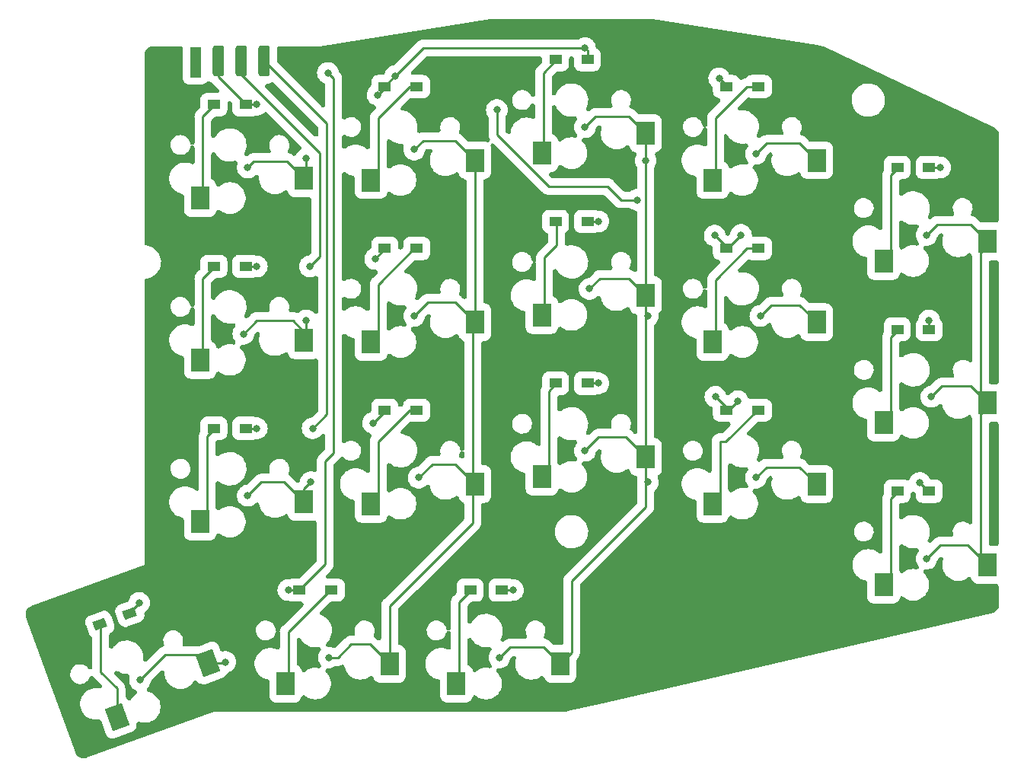
<source format=gtl>
%TF.GenerationSoftware,KiCad,Pcbnew,(7.0.0-0)*%
%TF.CreationDate,2023-03-09T15:58:59+08:00*%
%TF.ProjectId,Input,496e7075-742e-46b6-9963-61645f706362,1*%
%TF.SameCoordinates,PX7bfa480PY6052340*%
%TF.FileFunction,Copper,L1,Top*%
%TF.FilePolarity,Positive*%
%FSLAX46Y46*%
G04 Gerber Fmt 4.6, Leading zero omitted, Abs format (unit mm)*
G04 Created by KiCad (PCBNEW (7.0.0-0)) date 2023-03-09 15:58:59*
%MOMM*%
%LPD*%
G01*
G04 APERTURE LIST*
G04 Aperture macros list*
%AMRoundRect*
0 Rectangle with rounded corners*
0 $1 Rounding radius*
0 $2 $3 $4 $5 $6 $7 $8 $9 X,Y pos of 4 corners*
0 Add a 4 corners polygon primitive as box body*
4,1,4,$2,$3,$4,$5,$6,$7,$8,$9,$2,$3,0*
0 Add four circle primitives for the rounded corners*
1,1,$1+$1,$2,$3*
1,1,$1+$1,$4,$5*
1,1,$1+$1,$6,$7*
1,1,$1+$1,$8,$9*
0 Add four rect primitives between the rounded corners*
20,1,$1+$1,$2,$3,$4,$5,0*
20,1,$1+$1,$4,$5,$6,$7,0*
20,1,$1+$1,$6,$7,$8,$9,0*
20,1,$1+$1,$8,$9,$2,$3,0*%
%AMRotRect*
0 Rectangle, with rotation*
0 The origin of the aperture is its center*
0 $1 length*
0 $2 width*
0 $3 Rotation angle, in degrees counterclockwise*
0 Add horizontal line*
21,1,$1,$2,0,0,$3*%
G04 Aperture macros list end*
%TA.AperFunction,SMDPad,CuDef*%
%ADD10R,2.000000X2.600000*%
%TD*%
%TA.AperFunction,SMDPad,CuDef*%
%ADD11R,1.400000X1.000000*%
%TD*%
%TA.AperFunction,SMDPad,CuDef*%
%ADD12RotRect,1.400000X1.000000X20.000000*%
%TD*%
%TA.AperFunction,ConnectorPad*%
%ADD13R,1.270000X3.429000*%
%TD*%
%TA.AperFunction,ConnectorPad*%
%ADD14RoundRect,0.317500X-0.317500X-1.397000X0.317500X-1.397000X0.317500X1.397000X-0.317500X1.397000X0*%
%TD*%
%TA.AperFunction,SMDPad,CuDef*%
%ADD15RotRect,2.000000X2.600000X200.000000*%
%TD*%
%TA.AperFunction,ViaPad*%
%ADD16C,0.800000*%
%TD*%
%TA.AperFunction,Conductor*%
%ADD17C,0.250000*%
%TD*%
G04 APERTURE END LIST*
D10*
%TO.P,SW17,1,1*%
%TO.N,C12*%
X27254999Y16299999D03*
%TO.P,SW17,2,2*%
%TO.N,Net-(D17-A)*%
X15697999Y14099999D03*
%TD*%
%TO.P,SW29,1,1*%
%TO.N,C12*%
X27254999Y-1699999D03*
%TO.P,SW29,2,2*%
%TO.N,Net-(D29-A)*%
X15697999Y-3899999D03*
%TD*%
D11*
%TO.P,D27,1,K*%
%TO.N,Row 3*%
X55224999Y6499999D03*
%TO.P,D27,2,A*%
%TO.N,Net-(D27-A)*%
X58774999Y6499999D03*
%TD*%
%TO.P,D18,1,K*%
%TO.N,Net-(D18-K)*%
X-1774999Y22499999D03*
%TO.P,D18,2,A*%
%TO.N,Row 2*%
X1774999Y22499999D03*
%TD*%
D10*
%TO.P,SW15,1,1*%
%TO.N,C34*%
X65254999Y16299999D03*
%TO.P,SW15,2,2*%
%TO.N,Net-(D15-A)*%
X53697999Y14099999D03*
%TD*%
D11*
%TO.P,D15,1,K*%
%TO.N,Row 2*%
X55224999Y24499999D03*
%TO.P,D15,2,A*%
%TO.N,Net-(D15-A)*%
X58774999Y24499999D03*
%TD*%
%TO.P,D52,1,K*%
%TO.N,Net-(D52-K)*%
X26724999Y-31499999D03*
%TO.P,D52,2,A*%
%TO.N,Row 5*%
X30274999Y-31499999D03*
%TD*%
%TO.P,D16,1,K*%
%TO.N,Net-(D16-K)*%
X36224999Y27499999D03*
%TO.P,D16,2,A*%
%TO.N,Row 2*%
X39774999Y27499999D03*
%TD*%
D10*
%TO.P,SW26,1,1*%
%TO.N,C56*%
X84254999Y-10699999D03*
%TO.P,SW26,2,2*%
%TO.N,Net-(D26-K)*%
X72697999Y-12899999D03*
%TD*%
%TO.P,SW38,1,1*%
%TO.N,C56*%
X84254999Y-28699999D03*
%TO.P,SW38,2,2*%
%TO.N,Net-(D38-K)*%
X72697999Y-30899999D03*
%TD*%
D12*
%TO.P,D54,1,K*%
%TO.N,Net-(D54-K)*%
X-14467953Y-35307085D03*
%TO.P,D54,2,A*%
%TO.N,Row 5*%
X-11132045Y-34092913D03*
%TD*%
D10*
%TO.P,SW27,1,1*%
%TO.N,C34*%
X65254999Y-1699999D03*
%TO.P,SW27,2,2*%
%TO.N,Net-(D27-A)*%
X53697999Y-3899999D03*
%TD*%
D11*
%TO.P,D53,1,K*%
%TO.N,Row 5*%
X7724999Y-31499999D03*
%TO.P,D53,2,A*%
%TO.N,Net-(D53-A)*%
X11274999Y-31499999D03*
%TD*%
%TO.P,D39,1,K*%
%TO.N,Row 4*%
X55224999Y-11499999D03*
%TO.P,D39,2,A*%
%TO.N,Net-(D39-A)*%
X58774999Y-11499999D03*
%TD*%
D10*
%TO.P,SW52,1,1*%
%TO.N,C34*%
X36754999Y-39699999D03*
%TO.P,SW52,2,2*%
%TO.N,Net-(D52-K)*%
X25197999Y-41899999D03*
%TD*%
D11*
%TO.P,D42,1,K*%
%TO.N,Net-(D42-K)*%
X-1774999Y-13499999D03*
%TO.P,D42,2,A*%
%TO.N,Row 4*%
X1774999Y-13499999D03*
%TD*%
%TO.P,D30,1,K*%
%TO.N,Net-(D30-K)*%
X-1774999Y4499999D03*
%TO.P,D30,2,A*%
%TO.N,Row 3*%
X1774999Y4499999D03*
%TD*%
%TO.P,D28,1,K*%
%TO.N,Net-(D28-K)*%
X36224999Y9499999D03*
%TO.P,D28,2,A*%
%TO.N,Row 3*%
X39774999Y9499999D03*
%TD*%
D10*
%TO.P,SW28,1,1*%
%TO.N,C34*%
X46254999Y1299999D03*
%TO.P,SW28,2,2*%
%TO.N,Net-(D28-K)*%
X34697999Y-899999D03*
%TD*%
%TO.P,SW42,1,1*%
%TO.N,C12*%
X8254999Y-21699999D03*
%TO.P,SW42,2,2*%
%TO.N,Net-(D42-K)*%
X-3301999Y-23899999D03*
%TD*%
%TO.P,SW14,1,1*%
%TO.N,C56*%
X84254999Y7299999D03*
%TO.P,SW14,2,2*%
%TO.N,Net-(D14-K)*%
X72697999Y5099999D03*
%TD*%
%TO.P,SW30,1,1*%
%TO.N,C12*%
X8254999Y-3699999D03*
%TO.P,SW30,2,2*%
%TO.N,Net-(D30-K)*%
X-3301999Y-5899999D03*
%TD*%
D13*
%TO.P,J1,1,Pin_1*%
%TO.N,unconnected-(J1-Pin_1-Pad1)*%
X-3809999Y27221999D03*
D14*
%TO.P,J1,3,Pin_3*%
%TO.N,Row 2*%
X-1270000Y27349000D03*
%TO.P,J1,5,Pin_5*%
%TO.N,Row 3*%
X1270000Y27349000D03*
%TO.P,J1,7,Pin_7*%
%TO.N,Row 4*%
X3810000Y27349000D03*
%TD*%
D11*
%TO.P,D26,1,K*%
%TO.N,Net-(D26-K)*%
X74224999Y-2499999D03*
%TO.P,D26,2,A*%
%TO.N,Row 3*%
X77774999Y-2499999D03*
%TD*%
D10*
%TO.P,SW53,1,1*%
%TO.N,C12*%
X17754995Y-39699999D03*
%TO.P,SW53,2,2*%
%TO.N,Net-(D53-A)*%
X6197995Y-41899999D03*
%TD*%
%TO.P,SW18,1,1*%
%TO.N,C12*%
X8254999Y14299999D03*
%TO.P,SW18,2,2*%
%TO.N,Net-(D18-K)*%
X-3301999Y12099999D03*
%TD*%
%TO.P,SW40,1,1*%
%TO.N,C34*%
X46254999Y-16699999D03*
%TO.P,SW40,2,2*%
%TO.N,Net-(D40-K)*%
X34697999Y-18899999D03*
%TD*%
%TO.P,SW41,1,1*%
%TO.N,C12*%
X27254999Y-19699999D03*
%TO.P,SW41,2,2*%
%TO.N,Net-(D41-A)*%
X15697999Y-21899999D03*
%TD*%
D11*
%TO.P,D14,1,K*%
%TO.N,Net-(D14-K)*%
X74224999Y15499999D03*
%TO.P,D14,2,A*%
%TO.N,Row 2*%
X77774999Y15499999D03*
%TD*%
%TO.P,D17,1,K*%
%TO.N,Row 2*%
X17224999Y24499999D03*
%TO.P,D17,2,A*%
%TO.N,Net-(D17-A)*%
X20774999Y24499999D03*
%TD*%
D10*
%TO.P,SW39,1,1*%
%TO.N,C34*%
X65254999Y-19699999D03*
%TO.P,SW39,2,2*%
%TO.N,Net-(D39-A)*%
X53697999Y-21899999D03*
%TD*%
D11*
%TO.P,D40,1,K*%
%TO.N,Net-(D40-K)*%
X36224999Y-8499999D03*
%TO.P,D40,2,A*%
%TO.N,Row 4*%
X39774999Y-8499999D03*
%TD*%
%TO.P,D29,1,K*%
%TO.N,Row 3*%
X17224999Y6499999D03*
%TO.P,D29,2,A*%
%TO.N,Net-(D29-A)*%
X20774999Y6499999D03*
%TD*%
D10*
%TO.P,SW16,1,1*%
%TO.N,C34*%
X46254999Y19299999D03*
%TO.P,SW16,2,2*%
%TO.N,Net-(D16-K)*%
X34697999Y17099999D03*
%TD*%
D15*
%TO.P,SW54,1,1*%
%TO.N,C12*%
X-2447362Y-39617485D03*
%TO.P,SW54,2,2*%
%TO.N,Net-(D54-K)*%
X-12554945Y-45637536D03*
%TD*%
D11*
%TO.P,D38,1,K*%
%TO.N,Net-(D38-K)*%
X74224999Y-20499999D03*
%TO.P,D38,2,A*%
%TO.N,Row 4*%
X77774999Y-20499999D03*
%TD*%
%TO.P,D41,1,K*%
%TO.N,Row 4*%
X17224999Y-11499999D03*
%TO.P,D41,2,A*%
%TO.N,Net-(D41-A)*%
X20774999Y-11499999D03*
%TD*%
D16*
%TO.N,Row 3*%
X77775000Y-1500000D03*
%TO.N,Row 2*%
X54425000Y25425000D03*
X79000000Y15500000D03*
X16425000Y23575000D03*
X18400000Y25700000D03*
X39500000Y28775500D03*
X3000000Y22500000D03*
%TO.N,C12*%
X21000000Y-19000000D03*
X2000000Y15500000D03*
X-10000000Y-41500000D03*
X9000000Y-19500000D03*
X8500000Y16500000D03*
X11000000Y-39000000D03*
X-500000Y-39500000D03*
X1500000Y-3000000D03*
X8500000Y-1500000D03*
X2000000Y-21000000D03*
X20500000Y17500000D03*
X20500000Y-1000000D03*
%TO.N,C34*%
X46500000Y-19500000D03*
X58500000Y17000000D03*
X46500000Y-1000000D03*
X59000000Y-1000000D03*
X30000000Y-39000000D03*
X39500000Y20000000D03*
X40000000Y2000000D03*
X46255000Y16255000D03*
X58500000Y-19000000D03*
X39500000Y-16000000D03*
%TO.N,C56*%
X77500000Y-28000000D03*
X45300000Y11900000D03*
X77500000Y8000000D03*
X78000000Y-10000000D03*
X29700000Y21900000D03*
%TO.N,Row 3*%
X8900000Y4499997D03*
X53925000Y7925000D03*
X16162500Y5337500D03*
X56850000Y8000000D03*
X2999997Y4499997D03*
X41000000Y9500000D03*
%TO.N,Row 4*%
X76725000Y-19575000D03*
X15925000Y-12925000D03*
X2999997Y-13500003D03*
X54000000Y-10000000D03*
X41000000Y-8500000D03*
X56500000Y-10500000D03*
X9200000Y-13500003D03*
%TO.N,Row 5*%
X6500000Y-31500000D03*
X-10073268Y-32926732D03*
X10900000Y26024500D03*
X31500000Y-31500000D03*
%TD*%
D17*
%TO.N,Row 3*%
X77775000Y-1500000D02*
X77775000Y-2500000D01*
%TO.N,Net-(D14-K)*%
X73500000Y14650000D02*
X73500000Y5902000D01*
X74350000Y15500000D02*
X73500000Y14650000D01*
%TO.N,Row 2*%
X77650000Y15500000D02*
X79000000Y15500000D01*
X1775000Y22500000D02*
X3000000Y22500000D01*
X-1270000Y25545000D02*
X1775000Y22500000D01*
X39775000Y28500500D02*
X39500000Y28775500D01*
X-1270000Y27349000D02*
X-1270000Y25545000D01*
X55350000Y24500000D02*
X54425000Y25425000D01*
X18400000Y25700000D02*
X21500000Y28800000D01*
X17225000Y24525000D02*
X18400000Y25700000D01*
X39775000Y27500000D02*
X39775000Y28500500D01*
X21500000Y28800000D02*
X39475500Y28800000D01*
X17350000Y24500000D02*
X16425000Y23575000D01*
%TO.N,Net-(D15-A)*%
X54000000Y21000000D02*
X54000000Y14402000D01*
X57500000Y24500000D02*
X54000000Y21000000D01*
X58650000Y24500000D02*
X57500000Y24500000D01*
%TO.N,Net-(D16-K)*%
X34875001Y26025001D02*
X34875001Y17277001D01*
X36350000Y27500000D02*
X34875001Y26025001D01*
%TO.N,Net-(D17-A)*%
X20650000Y24500000D02*
X20000000Y24500000D01*
X16500000Y21000000D02*
X16500000Y14902000D01*
X20000000Y24500000D02*
X16500000Y21000000D01*
%TO.N,Net-(D18-K)*%
X-3000000Y21150000D02*
X-3000000Y12402000D01*
X-1650000Y22500000D02*
X-3000000Y21150000D01*
%TO.N,C12*%
X25055000Y18500000D02*
X27255000Y16300000D01*
X1500000Y-3000000D02*
X3000000Y-1500000D01*
X25055000Y-17500000D02*
X27255000Y-19700000D01*
X8500000Y16500000D02*
X8500000Y14545000D01*
X22000000Y500000D02*
X25055000Y500000D01*
X20500000Y17500000D02*
X21500000Y18500000D01*
X-7200000Y-38700000D02*
X-3364849Y-38700000D01*
X27000000Y-24000000D02*
X17754996Y-33245004D01*
X13500000Y-37500000D02*
X15554996Y-37500000D01*
X-3364849Y-38700000D02*
X-2447363Y-39617486D01*
X11000000Y-39000000D02*
X12000000Y-39000000D01*
X8500000Y-1500000D02*
X8500000Y-3455000D01*
X15554996Y-37500000D02*
X17754996Y-39700000D01*
X22500000Y-17500000D02*
X25055000Y-17500000D01*
X8255000Y14300000D02*
X6379999Y16175001D01*
X20500000Y-1000000D02*
X22000000Y500000D01*
X-10000000Y-41500000D02*
X-7200000Y-38700000D01*
X8255000Y-21700000D02*
X8255000Y-20245000D01*
X21500000Y18500000D02*
X25055000Y18500000D01*
X-617486Y-39617486D02*
X-500000Y-39500000D01*
X12000000Y-39000000D02*
X13500000Y-37500000D01*
X2000000Y-21000000D02*
X3500000Y-19500000D01*
X27000000Y-19955000D02*
X27000000Y-24000000D01*
X7000000Y-1500000D02*
X8255000Y-2755000D01*
X6379999Y16175001D02*
X2675001Y16175001D01*
X-2447363Y-39617486D02*
X-617486Y-39617486D01*
X27000000Y-1955000D02*
X27000000Y-19445000D01*
X2675001Y16175001D02*
X2000000Y15500000D01*
X3000000Y-1500000D02*
X7000000Y-1500000D01*
X6055000Y-19500000D02*
X8255000Y-21700000D01*
X21000000Y-19000000D02*
X22500000Y-17500000D01*
X27255000Y16300000D02*
X27255000Y-1700000D01*
X17754996Y-33245004D02*
X17754996Y-39700000D01*
X3500000Y-19500000D02*
X6055000Y-19500000D01*
X8255000Y-20245000D02*
X9000000Y-19500000D01*
X25055000Y500000D02*
X27255000Y-1700000D01*
%TO.N,C34*%
X46255000Y1300000D02*
X46255000Y-755000D01*
X63379999Y175001D02*
X65255000Y-1700000D01*
X31175001Y-37824999D02*
X34879999Y-37824999D01*
X58500000Y-19000000D02*
X59675001Y-17824999D01*
X46255000Y-16700000D02*
X46255000Y-22245000D01*
X46255000Y-16700000D02*
X46255000Y-19255000D01*
X46255000Y19300000D02*
X46255000Y16255000D01*
X34879999Y-37824999D02*
X36755000Y-39700000D01*
X38000000Y-30500000D02*
X38000000Y-38455000D01*
X36755000Y-39700000D02*
X38000000Y-38455000D01*
X60175001Y175001D02*
X63379999Y175001D01*
X40000000Y2000000D02*
X41175001Y3175001D01*
X59675001Y-17824999D02*
X63379999Y-17824999D01*
X39500000Y20000000D02*
X40675001Y21175001D01*
X39500000Y-16000000D02*
X41000000Y-14500000D01*
X44379999Y3175001D02*
X46255000Y1300000D01*
X46255000Y-755000D02*
X46500000Y-1000000D01*
X63379999Y18175001D02*
X65255000Y16300000D01*
X58500000Y17000000D02*
X59675001Y18175001D01*
X59675001Y18175001D02*
X63379999Y18175001D01*
X44055000Y-14500000D02*
X46255000Y-16700000D01*
X46255000Y16255000D02*
X46255000Y1300000D01*
X46255000Y1300000D02*
X46255000Y-16700000D01*
X46255000Y-19255000D02*
X46500000Y-19500000D01*
X59000000Y-1000000D02*
X60175001Y175001D01*
X30000000Y-39000000D02*
X31175001Y-37824999D01*
X63379999Y-17824999D02*
X65255000Y-19700000D01*
X41175001Y3175001D02*
X44379999Y3175001D01*
X44379999Y21175001D02*
X46255000Y19300000D01*
X40675001Y21175001D02*
X44379999Y21175001D01*
X41000000Y-14500000D02*
X44055000Y-14500000D01*
X46255000Y-22245000D02*
X38000000Y-30500000D01*
%TO.N,C56*%
X77500000Y8000000D02*
X78675001Y9175001D01*
X43500000Y11900000D02*
X45300000Y11900000D01*
X84500000Y7055000D02*
X83500000Y6055000D01*
X83500000Y6055000D02*
X83500000Y-9455000D01*
X83500000Y-27455000D02*
X84500000Y-28455000D01*
X79000000Y-26500000D02*
X82055000Y-26500000D01*
X83500000Y-9455000D02*
X84500000Y-10455000D01*
X29700000Y21900000D02*
X29700000Y19148000D01*
X77500000Y-28000000D02*
X79000000Y-26500000D01*
X42000000Y13400000D02*
X43500000Y11900000D01*
X83500000Y-11945000D02*
X83500000Y-27455000D01*
X78675001Y9175001D02*
X82379999Y9175001D01*
X82379999Y9175001D02*
X84255000Y7300000D01*
X78000000Y-10000000D02*
X79175001Y-8824999D01*
X29700000Y19148000D02*
X35448000Y13400000D01*
X82379999Y-8824999D02*
X84255000Y-10700000D01*
X84500000Y-10945000D02*
X83500000Y-11945000D01*
X79175001Y-8824999D02*
X82379999Y-8824999D01*
X35448000Y13400000D02*
X42000000Y13400000D01*
X82055000Y-26500000D02*
X84255000Y-28700000D01*
%TO.N,Row 3*%
X55350000Y6500000D02*
X53925000Y7925000D01*
X17325000Y6500000D02*
X16162500Y5337500D01*
X8900000Y4499997D02*
X10000000Y5599997D01*
X10000000Y17100000D02*
X1270000Y25830000D01*
X39650000Y9500000D02*
X41000000Y9500000D01*
X10000000Y5599997D02*
X10000000Y17100000D01*
X1650000Y4500000D02*
X2999994Y4500000D01*
X2999994Y4500000D02*
X2999997Y4499997D01*
X55350000Y6500000D02*
X56850000Y8000000D01*
%TO.N,Row 4*%
X77650000Y-20500000D02*
X76725000Y-19575000D01*
X1650000Y-13500000D02*
X2999994Y-13500000D01*
X2999994Y-13500000D02*
X2999997Y-13500003D01*
X9200000Y-13500003D02*
X10750000Y-11950003D01*
X17350000Y-11500000D02*
X15925000Y-12925000D01*
X10750000Y20409000D02*
X3810000Y27349000D01*
X55500000Y-11500000D02*
X56500000Y-10500000D01*
X55350000Y-11350000D02*
X54000000Y-10000000D01*
X10750000Y-11950003D02*
X10750000Y20409000D01*
X39650000Y-8500000D02*
X41000000Y-8500000D01*
%TO.N,Row 5*%
X7850000Y-31500000D02*
X6500000Y-31500000D01*
X10600000Y-28625000D02*
X7725000Y-31500000D01*
X-11249507Y-34102971D02*
X-10073268Y-32926732D01*
X10900000Y26024500D02*
X11550000Y25374500D01*
X11550000Y-16217588D02*
X10600000Y-17167588D01*
X10600000Y-17167588D02*
X10600000Y-28625000D01*
X11550000Y25374500D02*
X11550000Y-16217588D01*
X30150000Y-31500000D02*
X31500000Y-31500000D01*
%TO.N,Net-(D26-K)*%
X73500000Y-3350000D02*
X73500000Y-12098000D01*
X74350000Y-2500000D02*
X73500000Y-3350000D01*
%TO.N,Net-(D27-A)*%
X54000000Y3000000D02*
X54000000Y-3598000D01*
X57500000Y6500000D02*
X54000000Y3000000D01*
X58650000Y6500000D02*
X57500000Y6500000D01*
%TO.N,Net-(D28-K)*%
X35000000Y5500000D02*
X35000000Y-598000D01*
X36350000Y9500000D02*
X36350000Y6850000D01*
X36350000Y6850000D02*
X35000000Y5500000D01*
%TO.N,Net-(D29-A)*%
X20500000Y6500000D02*
X16500000Y2500000D01*
X16500000Y2500000D02*
X16500000Y-3098000D01*
%TO.N,Net-(D30-K)*%
X-1650000Y4500000D02*
X-3000000Y3150000D01*
X-3000000Y3150000D02*
X-3000000Y-5598000D01*
%TO.N,Net-(D38-K)*%
X74350000Y-20500000D02*
X73500000Y-21350000D01*
X73500000Y-21350000D02*
X73500000Y-30098000D01*
%TO.N,Net-(D39-A)*%
X58650000Y-11500000D02*
X55150000Y-15000000D01*
X55150000Y-15000000D02*
X54500000Y-15000000D01*
X54500000Y-15000000D02*
X54500000Y-21098000D01*
%TO.N,Net-(D40-K)*%
X36350000Y-8500000D02*
X35500000Y-9350000D01*
X35500000Y-9350000D02*
X35500000Y-18098000D01*
%TO.N,Net-(D41-A)*%
X16500000Y-15000000D02*
X16500000Y-21098000D01*
X20650000Y-11500000D02*
X20000000Y-11500000D01*
X20000000Y-11500000D02*
X16500000Y-15000000D01*
%TO.N,Net-(D42-K)*%
X-2500000Y-23098000D02*
X-2500000Y-14350000D01*
X-2500000Y-14350000D02*
X-1650000Y-13500000D01*
%TO.N,Net-(D52-K)*%
X26850000Y-31500000D02*
X25500000Y-32850000D01*
X25500000Y-32850000D02*
X25500000Y-41598000D01*
%TO.N,Net-(D53-A)*%
X6500000Y-36150000D02*
X6500000Y-41597996D01*
X11150000Y-31500000D02*
X6500000Y-36150000D01*
%TO.N,Net-(D54-K)*%
X-12554946Y-42445054D02*
X-12554946Y-45637537D01*
X-14350493Y-40649507D02*
X-12554946Y-42445054D01*
X-14350493Y-35264333D02*
X-14350493Y-40649507D01*
%TD*%
%TA.AperFunction,NonConductor*%
G36*
X4808675Y24980953D02*
G01*
X4878276Y24956400D01*
X4937622Y24912523D01*
X9751570Y20098575D01*
X9805546Y20017793D01*
X9824500Y19922505D01*
X9824500Y19185495D01*
X9805546Y19090207D01*
X9751570Y19009425D01*
X9670788Y18955449D01*
X9575500Y18936495D01*
X9480212Y18955449D01*
X9399430Y19009425D01*
X3999924Y24408931D01*
X3945948Y24489713D01*
X3926994Y24585001D01*
X3945948Y24680289D01*
X3999924Y24761071D01*
X4080706Y24815047D01*
X4175994Y24834001D01*
X4209158Y24834001D01*
X4212856Y24834001D01*
X4260832Y24836858D01*
X4469464Y24882243D01*
X4663533Y24965349D01*
X4734934Y24984026D01*
X4808675Y24980953D01*
G37*
%TD.AperFunction*%
%TA.AperFunction,NonConductor*%
G36*
X36143286Y22452442D02*
G01*
X36224187Y22399222D01*
X36278667Y22319164D01*
X36331221Y22195495D01*
X36349870Y22151610D01*
X36354614Y22143836D01*
X36354615Y22143835D01*
X36480825Y21937032D01*
X36490982Y21920390D01*
X36496808Y21913389D01*
X36496809Y21913388D01*
X36559289Y21838310D01*
X36664255Y21712180D01*
X36671025Y21706114D01*
X36671029Y21706110D01*
X36718383Y21663681D01*
X36865998Y21531418D01*
X37091910Y21381956D01*
X37337176Y21266980D01*
X37596569Y21188940D01*
X37864561Y21149500D01*
X38063085Y21149500D01*
X38067631Y21149500D01*
X38270156Y21164323D01*
X38336335Y21179066D01*
X38422488Y21182955D01*
X38504802Y21157223D01*
X38573401Y21104956D01*
X38620056Y21032422D01*
X38639170Y20948324D01*
X38628449Y20862751D01*
X38589181Y20785967D01*
X38481883Y20643882D01*
X38481877Y20643874D01*
X38474942Y20634689D01*
X38469807Y20624377D01*
X38469806Y20624375D01*
X38428773Y20541969D01*
X38375771Y20435528D01*
X38372621Y20424460D01*
X38372620Y20424455D01*
X38318035Y20232610D01*
X38318033Y20232602D01*
X38314885Y20221536D01*
X38313823Y20210078D01*
X38313822Y20210071D01*
X38298031Y20039647D01*
X38294357Y20000000D01*
X38295419Y19988539D01*
X38313822Y19789930D01*
X38313823Y19789925D01*
X38314885Y19778464D01*
X38318033Y19767397D01*
X38318035Y19767391D01*
X38367317Y19594184D01*
X38375771Y19564472D01*
X38474942Y19365311D01*
X38481883Y19356120D01*
X38481884Y19356118D01*
X38505577Y19324743D01*
X38588540Y19214882D01*
X38591170Y19211400D01*
X38630494Y19134439D01*
X38641141Y19048672D01*
X38621831Y18964432D01*
X38574888Y18891867D01*
X38505969Y18839719D01*
X38423375Y18814270D01*
X38337058Y18818587D01*
X38270722Y18833728D01*
X38270706Y18833731D01*
X38261630Y18835802D01*
X38252346Y18836498D01*
X38252338Y18836499D01*
X38070133Y18850153D01*
X38070116Y18850154D01*
X38065494Y18850500D01*
X37934506Y18850500D01*
X37929884Y18850154D01*
X37929866Y18850153D01*
X37747661Y18836499D01*
X37747651Y18836498D01*
X37738370Y18835802D01*
X37729294Y18833731D01*
X37729284Y18833729D01*
X37491658Y18779492D01*
X37491646Y18779489D01*
X37482584Y18777420D01*
X37473928Y18774024D01*
X37473922Y18774021D01*
X37247022Y18684970D01*
X37247008Y18684964D01*
X37238357Y18681568D01*
X37230295Y18676914D01*
X37230290Y18676911D01*
X37019208Y18555043D01*
X37019201Y18555039D01*
X37011143Y18550386D01*
X37003871Y18544587D01*
X37003864Y18544582D01*
X36878679Y18444750D01*
X36805669Y18404399D01*
X36723428Y18390427D01*
X36641188Y18404401D01*
X36568178Y18444754D01*
X36512594Y18506956D01*
X36483637Y18576868D01*
X36483368Y18579255D01*
X36477544Y18595898D01*
X36460513Y18644570D01*
X36423789Y18749522D01*
X36327816Y18902262D01*
X36200262Y19029816D01*
X36187435Y19037876D01*
X36059365Y19118348D01*
X36059361Y19118350D01*
X36047522Y19125789D01*
X36034323Y19130408D01*
X36034320Y19130409D01*
X35988028Y19146607D01*
X35967260Y19153874D01*
X35899773Y19189946D01*
X35846426Y19244811D01*
X35812260Y19313284D01*
X35800501Y19388900D01*
X35800501Y22221779D01*
X35819331Y22316767D01*
X35872973Y22397389D01*
X35953313Y22451450D01*
X36048201Y22470776D01*
X36143286Y22452442D01*
G37*
%TD.AperFunction*%
%TA.AperFunction,NonConductor*%
G36*
X34570788Y27855546D02*
G01*
X34651570Y27801570D01*
X34705546Y27720788D01*
X34724500Y27625500D01*
X34724500Y27286494D01*
X34716015Y27222048D01*
X34691140Y27161994D01*
X34651569Y27110424D01*
X34285930Y26744787D01*
X34272355Y26733191D01*
X34272557Y26732967D01*
X34262860Y26724237D01*
X34252309Y26716570D01*
X34243586Y26706884D01*
X34243581Y26706878D01*
X34207790Y26667128D01*
X34198839Y26657696D01*
X34186276Y26645131D01*
X34182186Y26640081D01*
X34182172Y26640065D01*
X34175096Y26631326D01*
X34166642Y26621429D01*
X34130860Y26581689D01*
X34130855Y26581683D01*
X34122131Y26571993D01*
X34115611Y26560703D01*
X34108933Y26551510D01*
X34102738Y26541972D01*
X34094536Y26531841D01*
X34088618Y26520227D01*
X34088613Y26520219D01*
X34064335Y26472572D01*
X34058121Y26461127D01*
X34031377Y26414804D01*
X34031373Y26414797D01*
X34024857Y26403509D01*
X34020828Y26391114D01*
X34016215Y26380751D01*
X34012135Y26370123D01*
X34006213Y26358498D01*
X34002836Y26345898D01*
X34002834Y26345891D01*
X33988989Y26294224D01*
X33985293Y26281746D01*
X33978318Y26260279D01*
X33969968Y26234576D01*
X33964739Y26218483D01*
X33963376Y26205516D01*
X33961013Y26194398D01*
X33959235Y26183179D01*
X33955860Y26170579D01*
X33955177Y26157556D01*
X33955177Y26157553D01*
X33952377Y26104136D01*
X33951355Y26091159D01*
X33950183Y26080010D01*
X33950181Y26079979D01*
X33949501Y26073505D01*
X33949501Y26066981D01*
X33949501Y26055769D01*
X33949160Y26042738D01*
X33945678Y25976298D01*
X33947719Y25963411D01*
X33948402Y25950377D01*
X33948100Y25950362D01*
X33949501Y25932561D01*
X33949501Y23619828D01*
X33931030Y23525714D01*
X33878357Y23445564D01*
X33799298Y23391267D01*
X33705581Y23370880D01*
X33611110Y23387427D01*
X33529901Y23438454D01*
X33474003Y23516389D01*
X33462321Y23541969D01*
X33462320Y23541970D01*
X33457396Y23552753D01*
X33335486Y23723952D01*
X33325185Y23733774D01*
X33191963Y23860801D01*
X33191958Y23860805D01*
X33183378Y23868986D01*
X33173403Y23875397D01*
X33173400Y23875399D01*
X33016547Y23976203D01*
X33016542Y23976206D01*
X33006572Y23982613D01*
X32995569Y23987018D01*
X32995565Y23987020D01*
X32822462Y24056320D01*
X32822455Y24056322D01*
X32811457Y24060725D01*
X32793167Y24064251D01*
X32616729Y24098256D01*
X32616726Y24098257D01*
X32605085Y24100500D01*
X32447575Y24100500D01*
X32441677Y24099937D01*
X32441660Y24099936D01*
X32302591Y24086656D01*
X32302587Y24086656D01*
X32290782Y24085528D01*
X32279414Y24082191D01*
X32279403Y24082188D01*
X32100499Y24029656D01*
X32100496Y24029655D01*
X32089125Y24026316D01*
X32078591Y24020886D01*
X32078585Y24020883D01*
X31912861Y23935447D01*
X31912855Y23935444D01*
X31902318Y23930011D01*
X31893000Y23922684D01*
X31892995Y23922680D01*
X31746434Y23807422D01*
X31746430Y23807419D01*
X31737114Y23800092D01*
X31729354Y23791138D01*
X31729348Y23791131D01*
X31607252Y23650225D01*
X31607248Y23650221D01*
X31599481Y23641256D01*
X31593549Y23630984D01*
X31593547Y23630979D01*
X31500327Y23469518D01*
X31500324Y23469513D01*
X31494396Y23459244D01*
X31490516Y23448036D01*
X31490516Y23448034D01*
X31429534Y23271840D01*
X31429532Y23271833D01*
X31425656Y23260633D01*
X31423970Y23248909D01*
X31423968Y23248899D01*
X31397433Y23064339D01*
X31397432Y23064334D01*
X31395746Y23052602D01*
X31396310Y23040759D01*
X31396310Y23040756D01*
X31405181Y22854513D01*
X31405182Y22854505D01*
X31405746Y22842670D01*
X31408540Y22831151D01*
X31408541Y22831148D01*
X31452499Y22649951D01*
X31452500Y22649946D01*
X31455296Y22638424D01*
X31478093Y22588505D01*
X31537678Y22458032D01*
X31537681Y22458027D01*
X31542604Y22447247D01*
X31549477Y22437595D01*
X31549479Y22437592D01*
X31581563Y22392537D01*
X31664514Y22276048D01*
X31673096Y22267865D01*
X31673097Y22267864D01*
X31808036Y22139200D01*
X31808040Y22139197D01*
X31816622Y22131014D01*
X31826598Y22124603D01*
X31826599Y22124602D01*
X31968478Y22033421D01*
X31993428Y22017387D01*
X32057127Y21991886D01*
X32173028Y21945486D01*
X32188543Y21939275D01*
X32394915Y21899500D01*
X32546489Y21899500D01*
X32552425Y21899500D01*
X32709218Y21914472D01*
X32910875Y21973684D01*
X33097682Y22069989D01*
X33262886Y22199908D01*
X33400519Y22358744D01*
X33477221Y22491596D01*
X33484861Y22504828D01*
X33545252Y22575004D01*
X33627107Y22618266D01*
X33719109Y22628632D01*
X33808538Y22604669D01*
X33883031Y22549691D01*
X33932289Y22471298D01*
X33949501Y22380328D01*
X33949501Y21173056D01*
X33930902Y21078629D01*
X33877883Y20998309D01*
X33798365Y20944094D01*
X33704227Y20924084D01*
X33609532Y20941268D01*
X33526083Y20974019D01*
X33526076Y20974022D01*
X33517416Y20977420D01*
X33508349Y20979490D01*
X33508341Y20979492D01*
X33270715Y21033729D01*
X33270707Y21033731D01*
X33261630Y21035802D01*
X33252346Y21036498D01*
X33252338Y21036499D01*
X33070133Y21050153D01*
X33070116Y21050154D01*
X33065494Y21050500D01*
X32934506Y21050500D01*
X32929884Y21050154D01*
X32929866Y21050153D01*
X32747661Y21036499D01*
X32747651Y21036498D01*
X32738370Y21035802D01*
X32729294Y21033731D01*
X32729284Y21033729D01*
X32491658Y20979492D01*
X32491646Y20979489D01*
X32482584Y20977420D01*
X32473928Y20974024D01*
X32473922Y20974021D01*
X32247022Y20884970D01*
X32247008Y20884964D01*
X32238357Y20881568D01*
X32230295Y20876914D01*
X32230290Y20876911D01*
X32019208Y20755043D01*
X32019201Y20755039D01*
X32011143Y20750386D01*
X32003868Y20744585D01*
X32003863Y20744581D01*
X31813303Y20592615D01*
X31813293Y20592607D01*
X31806019Y20586805D01*
X31799692Y20579987D01*
X31799681Y20579976D01*
X31633905Y20401311D01*
X31633897Y20401303D01*
X31627567Y20394479D01*
X31622324Y20386790D01*
X31622316Y20386779D01*
X31491315Y20194635D01*
X31479772Y20177704D01*
X31475735Y20169323D01*
X31475729Y20169311D01*
X31375493Y19961167D01*
X31365937Y19941323D01*
X31363192Y19932427D01*
X31363191Y19932422D01*
X31291348Y19699512D01*
X31288604Y19690615D01*
X31287217Y19681417D01*
X31287216Y19681410D01*
X31254401Y19463700D01*
X31224594Y19377659D01*
X31165845Y19308087D01*
X31086012Y19264289D01*
X30995770Y19252123D01*
X30907188Y19273214D01*
X30832112Y19324743D01*
X30698430Y19458425D01*
X30644454Y19539207D01*
X30625500Y19634495D01*
X30625500Y21050019D01*
X30638408Y21129149D01*
X30675794Y21200075D01*
X30690790Y21219933D01*
X30725058Y21265311D01*
X30824229Y21464472D01*
X30885115Y21678464D01*
X30905643Y21900000D01*
X30885115Y22121536D01*
X30824229Y22335528D01*
X30725058Y22534689D01*
X30661944Y22618266D01*
X30597922Y22703045D01*
X30597920Y22703047D01*
X30590981Y22712236D01*
X30582468Y22719997D01*
X30435076Y22854363D01*
X30435072Y22854366D01*
X30426562Y22862124D01*
X30327945Y22923185D01*
X30247189Y22973187D01*
X30247185Y22973189D01*
X30237401Y22979247D01*
X30226668Y22983405D01*
X30040667Y23055463D01*
X30040660Y23055465D01*
X30029940Y23059618D01*
X30018629Y23061733D01*
X30018627Y23061733D01*
X29822564Y23098384D01*
X29822560Y23098385D01*
X29811243Y23100500D01*
X29588757Y23100500D01*
X29577440Y23098385D01*
X29577435Y23098384D01*
X29381372Y23061733D01*
X29381367Y23061732D01*
X29370060Y23059618D01*
X29359342Y23055466D01*
X29359332Y23055463D01*
X29173331Y22983405D01*
X29173327Y22983404D01*
X29162599Y22979247D01*
X29152818Y22973192D01*
X29152810Y22973187D01*
X28983234Y22868190D01*
X28983229Y22868187D01*
X28973438Y22862124D01*
X28964932Y22854371D01*
X28964923Y22854363D01*
X28817531Y22719997D01*
X28817524Y22719990D01*
X28809019Y22712236D01*
X28802084Y22703054D01*
X28802077Y22703045D01*
X28681884Y22543883D01*
X28681879Y22543876D01*
X28674942Y22534689D01*
X28669807Y22524377D01*
X28669806Y22524375D01*
X28582866Y22349776D01*
X28575771Y22335528D01*
X28572621Y22324460D01*
X28572620Y22324455D01*
X28518035Y22132610D01*
X28518033Y22132602D01*
X28514885Y22121536D01*
X28513823Y22110078D01*
X28513822Y22110071D01*
X28498162Y21941067D01*
X28494357Y21900000D01*
X28495419Y21888539D01*
X28513822Y21689930D01*
X28513823Y21689925D01*
X28514885Y21678464D01*
X28518033Y21667397D01*
X28518035Y21667391D01*
X28563716Y21506840D01*
X28575771Y21464472D01*
X28674942Y21265311D01*
X28681882Y21256120D01*
X28681884Y21256118D01*
X28724206Y21200075D01*
X28761592Y21129149D01*
X28774500Y21050019D01*
X28774500Y19240440D01*
X28773099Y19222640D01*
X28773401Y19222624D01*
X28772717Y19209587D01*
X28770677Y19196703D01*
X28771359Y19183682D01*
X28771359Y19183673D01*
X28774159Y19130264D01*
X28774500Y19117232D01*
X28774500Y19099496D01*
X28775179Y19093027D01*
X28775181Y19093007D01*
X28776354Y19081855D01*
X28777377Y19068860D01*
X28780859Y19002422D01*
X28784236Y18989818D01*
X28786012Y18978607D01*
X28788374Y18967494D01*
X28789738Y18954518D01*
X28793769Y18942109D01*
X28793770Y18942108D01*
X28810290Y18891262D01*
X28813989Y18878773D01*
X28827833Y18827111D01*
X28827834Y18827107D01*
X28831212Y18814503D01*
X28837134Y18802879D01*
X28841202Y18792282D01*
X28845822Y18781905D01*
X28849856Y18769492D01*
X28883126Y18711866D01*
X28889333Y18700433D01*
X28901625Y18676309D01*
X28926617Y18595898D01*
X28923379Y18511755D01*
X28892281Y18433503D01*
X28836880Y18370090D01*
X28763510Y18328769D01*
X28680563Y18314265D01*
X28597526Y18328237D01*
X28447451Y18380751D01*
X28447447Y18380752D01*
X28434255Y18385368D01*
X28420363Y18386934D01*
X28420360Y18386934D01*
X28306899Y18399718D01*
X28306889Y18399719D01*
X28299954Y18400500D01*
X28292968Y18400500D01*
X26566495Y18400500D01*
X26471207Y18419454D01*
X26390425Y18473430D01*
X25774784Y19089071D01*
X25763193Y19102642D01*
X25762968Y19102439D01*
X25754243Y19112129D01*
X25746569Y19122692D01*
X25714452Y19151610D01*
X25697137Y19167201D01*
X25687681Y19176174D01*
X25679733Y19184122D01*
X25675130Y19188725D01*
X25670066Y19192826D01*
X25670058Y19192833D01*
X25661341Y19199892D01*
X25651431Y19208356D01*
X25611691Y19244138D01*
X25611684Y19244143D01*
X25601992Y19252870D01*
X25592981Y19258073D01*
X25534907Y19317839D01*
X25499634Y19395119D01*
X25492392Y19479759D01*
X25508216Y19539852D01*
X25505604Y19540756D01*
X25517645Y19575546D01*
X25574344Y19739367D01*
X25604254Y19947398D01*
X25603384Y19965659D01*
X25594818Y20145488D01*
X25594254Y20157330D01*
X25544704Y20361576D01*
X25457396Y20552753D01*
X25335486Y20723952D01*
X25298946Y20758793D01*
X25191963Y20860801D01*
X25191958Y20860805D01*
X25183378Y20868986D01*
X25173403Y20875397D01*
X25173400Y20875399D01*
X25016547Y20976203D01*
X25016542Y20976206D01*
X25006572Y20982613D01*
X24995569Y20987018D01*
X24995565Y20987020D01*
X24822462Y21056320D01*
X24822455Y21056322D01*
X24811457Y21060725D01*
X24783268Y21066158D01*
X24616729Y21098256D01*
X24616726Y21098257D01*
X24605085Y21100500D01*
X24447575Y21100500D01*
X24441677Y21099937D01*
X24441660Y21099936D01*
X24302591Y21086656D01*
X24302587Y21086656D01*
X24290782Y21085528D01*
X24279414Y21082191D01*
X24279403Y21082188D01*
X24100499Y21029656D01*
X24100496Y21029655D01*
X24089125Y21026316D01*
X24078591Y21020886D01*
X24078585Y21020883D01*
X23912861Y20935447D01*
X23912855Y20935444D01*
X23902318Y20930011D01*
X23893000Y20922684D01*
X23892995Y20922680D01*
X23746434Y20807422D01*
X23746430Y20807419D01*
X23737114Y20800092D01*
X23729354Y20791138D01*
X23729348Y20791131D01*
X23607252Y20650225D01*
X23607248Y20650221D01*
X23599481Y20641256D01*
X23593549Y20630984D01*
X23593547Y20630979D01*
X23500327Y20469518D01*
X23500324Y20469513D01*
X23494396Y20459244D01*
X23490516Y20448036D01*
X23490516Y20448034D01*
X23429534Y20271840D01*
X23429532Y20271833D01*
X23425656Y20260633D01*
X23423970Y20248909D01*
X23423968Y20248899D01*
X23397433Y20064339D01*
X23397432Y20064334D01*
X23395746Y20052602D01*
X23396310Y20040759D01*
X23396310Y20040756D01*
X23405181Y19854513D01*
X23405182Y19854505D01*
X23405746Y19842670D01*
X23408540Y19831152D01*
X23408541Y19831147D01*
X23432302Y19733204D01*
X23437416Y19643762D01*
X23410545Y19558300D01*
X23355165Y19487879D01*
X23278447Y19441616D01*
X23190321Y19425500D01*
X21592441Y19425500D01*
X21574640Y19426901D01*
X21574625Y19426599D01*
X21561587Y19427283D01*
X21548704Y19429323D01*
X21535681Y19428641D01*
X21535673Y19428641D01*
X21482258Y19425841D01*
X21469227Y19425500D01*
X21451496Y19425500D01*
X21445019Y19424820D01*
X21445009Y19424819D01*
X21433852Y19423647D01*
X21420880Y19422626D01*
X21367445Y19419825D01*
X21367440Y19419825D01*
X21354423Y19419142D01*
X21341830Y19415769D01*
X21330648Y19413997D01*
X21319493Y19411627D01*
X21306518Y19410262D01*
X21294111Y19406231D01*
X21294102Y19406229D01*
X21243263Y19389711D01*
X21230777Y19386012D01*
X21179100Y19372164D01*
X21179096Y19372163D01*
X21166503Y19368788D01*
X21154884Y19362869D01*
X21149086Y19360643D01*
X21063138Y19344128D01*
X20976784Y19358373D01*
X20900693Y19401618D01*
X20844266Y19468520D01*
X20814475Y19550815D01*
X20814998Y19638330D01*
X20844319Y19797067D01*
X20854212Y20067765D01*
X20824586Y20337018D01*
X20756072Y20599088D01*
X20650130Y20848390D01*
X20509018Y21079610D01*
X20335745Y21287820D01*
X20328974Y21293887D01*
X20328970Y21293891D01*
X20232790Y21380068D01*
X20134002Y21468582D01*
X19908090Y21618044D01*
X19899852Y21621906D01*
X19671059Y21729160D01*
X19671054Y21729162D01*
X19662824Y21733020D01*
X19654117Y21735640D01*
X19654108Y21735643D01*
X19412151Y21808437D01*
X19412145Y21808439D01*
X19403431Y21811060D01*
X19394429Y21812385D01*
X19394415Y21812388D01*
X19210534Y21839450D01*
X19124263Y21869028D01*
X19054429Y21927686D01*
X19010401Y22007555D01*
X18998084Y22097920D01*
X19019132Y22186658D01*
X19070720Y22261866D01*
X19935425Y23126570D01*
X20016206Y23180546D01*
X20111494Y23199500D01*
X21512968Y23199500D01*
X21519954Y23199500D01*
X21654255Y23214632D01*
X21824522Y23274211D01*
X21977262Y23370184D01*
X22104816Y23497738D01*
X22200789Y23650478D01*
X22260368Y23820745D01*
X22275500Y23955046D01*
X22275500Y25044954D01*
X22260368Y25179255D01*
X22200789Y25349522D01*
X22104816Y25502262D01*
X21977262Y25629816D01*
X21933028Y25657610D01*
X21836365Y25718348D01*
X21836361Y25718350D01*
X21824522Y25725789D01*
X21811319Y25730409D01*
X21667451Y25780751D01*
X21667447Y25780752D01*
X21654255Y25785368D01*
X21640363Y25786934D01*
X21640360Y25786934D01*
X21526899Y25799718D01*
X21526889Y25799719D01*
X21519954Y25800500D01*
X20410494Y25800500D01*
X20328255Y25814473D01*
X20255245Y25854824D01*
X20199660Y25917024D01*
X20167737Y25994092D01*
X20163060Y26077379D01*
X20186153Y26157537D01*
X20234424Y26225570D01*
X20816404Y26807549D01*
X21810424Y27801570D01*
X21891207Y27855546D01*
X21986495Y27874500D01*
X34475500Y27874500D01*
X34570788Y27855546D01*
G37*
%TD.AperFunction*%
%TA.AperFunction,NonConductor*%
G36*
X69788Y22869551D02*
G01*
X150570Y22815575D01*
X201570Y22764575D01*
X255546Y22683793D01*
X274500Y22588505D01*
X274500Y21955046D01*
X275281Y21948111D01*
X275282Y21948101D01*
X288066Y21834640D01*
X289632Y21820745D01*
X294248Y21807553D01*
X294249Y21807549D01*
X335406Y21689930D01*
X349211Y21650478D01*
X356650Y21638639D01*
X356652Y21638635D01*
X427534Y21525828D01*
X445184Y21497738D01*
X572738Y21370184D01*
X725478Y21274211D01*
X895745Y21214632D01*
X1030046Y21199500D01*
X2512968Y21199500D01*
X2519954Y21199500D01*
X2654255Y21214632D01*
X2824522Y21274211D01*
X2829675Y21277450D01*
X2874851Y21293257D01*
X2930259Y21299500D01*
X3099727Y21299500D01*
X3111243Y21299500D01*
X3329940Y21340382D01*
X3537401Y21420753D01*
X3726562Y21537876D01*
X3826391Y21628883D01*
X3906876Y21678076D01*
X3999889Y21693801D01*
X4092077Y21673797D01*
X4170208Y21620937D01*
X7894280Y17896865D01*
X7945054Y17823472D01*
X7966689Y17736890D01*
X7956405Y17648240D01*
X7915522Y17568911D01*
X7849293Y17509092D01*
X7783233Y17468189D01*
X7773438Y17462124D01*
X7764932Y17454371D01*
X7764923Y17454363D01*
X7617531Y17319997D01*
X7617524Y17319990D01*
X7609019Y17312236D01*
X7602084Y17303054D01*
X7602077Y17303045D01*
X7481884Y17143883D01*
X7481879Y17143876D01*
X7474942Y17134689D01*
X7469810Y17124385D01*
X7469810Y17124383D01*
X7380679Y16945385D01*
X7325757Y16872566D01*
X7248298Y16824410D01*
X7158694Y16807378D01*
X7068967Y16823755D01*
X7001279Y16865154D01*
X7000126Y16863729D01*
X6986340Y16874893D01*
X6976430Y16883357D01*
X6936690Y16919139D01*
X6936683Y16919144D01*
X6926991Y16927871D01*
X6915698Y16934392D01*
X6906510Y16941067D01*
X6896971Y16947262D01*
X6886839Y16955466D01*
X6875218Y16961387D01*
X6875214Y16961390D01*
X6827565Y16985669D01*
X6816133Y16991875D01*
X6758507Y17025145D01*
X6746094Y17029179D01*
X6735717Y17033799D01*
X6725120Y17037867D01*
X6713496Y17043789D01*
X6700892Y17047167D01*
X6700888Y17047168D01*
X6649226Y17061012D01*
X6636736Y17064712D01*
X6587330Y17080764D01*
X6509608Y17122436D01*
X6451286Y17188588D01*
X6419682Y17270920D01*
X6418758Y17359104D01*
X6448629Y17442075D01*
X6505604Y17540756D01*
X6574344Y17739367D01*
X6604254Y17947398D01*
X6603210Y17969311D01*
X6594818Y18145488D01*
X6594254Y18157330D01*
X6544704Y18361576D01*
X6457396Y18552753D01*
X6335486Y18723952D01*
X6296247Y18761366D01*
X6191963Y18860801D01*
X6191958Y18860805D01*
X6183378Y18868986D01*
X6173403Y18875397D01*
X6173400Y18875399D01*
X6016547Y18976203D01*
X6016542Y18976206D01*
X6006572Y18982613D01*
X5995569Y18987018D01*
X5995565Y18987020D01*
X5822462Y19056320D01*
X5822455Y19056322D01*
X5811457Y19060725D01*
X5763391Y19069989D01*
X5616729Y19098256D01*
X5616726Y19098257D01*
X5605085Y19100500D01*
X5447575Y19100500D01*
X5441677Y19099937D01*
X5441660Y19099936D01*
X5302591Y19086656D01*
X5302587Y19086656D01*
X5290782Y19085528D01*
X5279414Y19082191D01*
X5279403Y19082188D01*
X5100499Y19029656D01*
X5100496Y19029655D01*
X5089125Y19026316D01*
X5078591Y19020886D01*
X5078585Y19020883D01*
X4912861Y18935447D01*
X4912855Y18935444D01*
X4902318Y18930011D01*
X4893000Y18922684D01*
X4892995Y18922680D01*
X4746434Y18807422D01*
X4746430Y18807419D01*
X4737114Y18800092D01*
X4729354Y18791138D01*
X4729348Y18791131D01*
X4607252Y18650225D01*
X4607248Y18650221D01*
X4599481Y18641256D01*
X4593549Y18630984D01*
X4593547Y18630979D01*
X4500327Y18469518D01*
X4500324Y18469513D01*
X4494396Y18459244D01*
X4490516Y18448036D01*
X4490516Y18448034D01*
X4429534Y18271840D01*
X4429532Y18271833D01*
X4425656Y18260633D01*
X4423970Y18248909D01*
X4423968Y18248899D01*
X4397433Y18064339D01*
X4397432Y18064334D01*
X4395746Y18052602D01*
X4396310Y18040759D01*
X4396310Y18040756D01*
X4405181Y17854513D01*
X4405182Y17854505D01*
X4405746Y17842670D01*
X4408540Y17831151D01*
X4408541Y17831148D01*
X4452499Y17649951D01*
X4452500Y17649946D01*
X4455296Y17638424D01*
X4499900Y17540756D01*
X4540004Y17452940D01*
X4561378Y17373170D01*
X4555487Y17290797D01*
X4522978Y17214882D01*
X4467428Y17153774D01*
X4394946Y17114196D01*
X4313506Y17100501D01*
X2767442Y17100501D01*
X2749641Y17101902D01*
X2749626Y17101600D01*
X2736588Y17102284D01*
X2723705Y17104324D01*
X2710682Y17103642D01*
X2710674Y17103642D01*
X2657259Y17100842D01*
X2644228Y17100501D01*
X2626497Y17100501D01*
X2620020Y17099821D01*
X2620010Y17099820D01*
X2608853Y17098648D01*
X2595881Y17097627D01*
X2542446Y17094826D01*
X2542441Y17094826D01*
X2529424Y17094143D01*
X2516831Y17090770D01*
X2505649Y17088998D01*
X2494494Y17086628D01*
X2481519Y17085263D01*
X2469112Y17081232D01*
X2469103Y17081230D01*
X2418264Y17064712D01*
X2405778Y17061013D01*
X2354107Y17047167D01*
X2354099Y17047165D01*
X2341504Y17043789D01*
X2329880Y17037868D01*
X2319251Y17033787D01*
X2308888Y17029174D01*
X2296493Y17025145D01*
X2285205Y17018629D01*
X2285198Y17018625D01*
X2238875Y16991881D01*
X2227430Y16985667D01*
X2179783Y16961389D01*
X2179775Y16961384D01*
X2168161Y16955466D01*
X2158030Y16947264D01*
X2148492Y16941069D01*
X2139299Y16934391D01*
X2128009Y16927871D01*
X2118319Y16919147D01*
X2118313Y16919142D01*
X2078573Y16883360D01*
X2068676Y16874906D01*
X2059937Y16867830D01*
X2059921Y16867816D01*
X2054871Y16863726D01*
X2042306Y16851163D01*
X2032867Y16842206D01*
X2022349Y16832736D01*
X1949410Y16787074D01*
X1865284Y16768966D01*
X1780018Y16780576D01*
X1703795Y16820517D01*
X1645721Y16884019D01*
X1612730Y16963497D01*
X1608763Y17049459D01*
X1634292Y17131632D01*
X1707656Y17274325D01*
X1795118Y17530695D01*
X1844319Y17797067D01*
X1854212Y18067765D01*
X1824586Y18337018D01*
X1756072Y18599088D01*
X1650130Y18848390D01*
X1509018Y19079610D01*
X1335745Y19287820D01*
X1328974Y19293887D01*
X1328970Y19293891D01*
X1235478Y19377659D01*
X1134002Y19468582D01*
X908090Y19618044D01*
X899852Y19621906D01*
X671059Y19729160D01*
X671054Y19729162D01*
X662824Y19733020D01*
X654117Y19735640D01*
X654108Y19735643D01*
X412151Y19808437D01*
X412145Y19808439D01*
X403431Y19811060D01*
X394438Y19812384D01*
X394427Y19812386D01*
X144438Y19849176D01*
X144433Y19849177D01*
X135439Y19850500D01*
X-67631Y19850500D01*
X-72145Y19850170D01*
X-72162Y19850169D01*
X-261088Y19836341D01*
X-261093Y19836341D01*
X-270156Y19835677D01*
X-279028Y19833701D01*
X-279033Y19833700D01*
X-525673Y19778759D01*
X-525685Y19778756D01*
X-534553Y19776780D01*
X-543042Y19773534D01*
X-543053Y19773530D01*
X-759841Y19690615D01*
X-787558Y19680014D01*
X-795484Y19675567D01*
X-795492Y19675562D01*
X-1015839Y19551897D01*
X-1015849Y19551891D01*
X-1023777Y19547441D01*
X-1030975Y19541884D01*
X-1030981Y19541879D01*
X-1230981Y19387445D01*
X-1230985Y19387442D01*
X-1238177Y19381888D01*
X-1244481Y19375350D01*
X-1244487Y19375344D01*
X-1419876Y19193427D01*
X-1419883Y19193419D01*
X-1426186Y19186881D01*
X-1431473Y19179492D01*
X-1431479Y19179484D01*
X-1578504Y18973982D01*
X-1578513Y18973969D01*
X-1583799Y18966579D01*
X-1596915Y18941067D01*
X-1604054Y18927182D01*
X-1662262Y18853009D01*
X-1743874Y18805795D01*
X-1837191Y18792311D01*
X-1928831Y18814489D01*
X-2005656Y18869149D01*
X-2056649Y18948456D01*
X-2074500Y19041036D01*
X-2074500Y20663505D01*
X-2055546Y20758793D01*
X-2001570Y20839575D01*
X-1714575Y21126570D01*
X-1633793Y21180546D01*
X-1538505Y21199500D01*
X-1037032Y21199500D01*
X-1030046Y21199500D01*
X-895745Y21214632D01*
X-725478Y21274211D01*
X-572738Y21370184D01*
X-445184Y21497738D01*
X-349211Y21650478D01*
X-289632Y21820745D01*
X-274500Y21955046D01*
X-274500Y22639505D01*
X-255546Y22734793D01*
X-201570Y22815575D01*
X-120788Y22869551D01*
X-25500Y22888505D01*
X69788Y22869551D01*
G37*
%TD.AperFunction*%
%TA.AperFunction,NonConductor*%
G36*
X41192713Y20179403D02*
G01*
X41273132Y20130945D01*
X41329891Y20056153D01*
X41354918Y19965659D01*
X41344655Y19872331D01*
X41291349Y19699516D01*
X41291348Y19699512D01*
X41288604Y19690615D01*
X41287216Y19681412D01*
X41287216Y19681408D01*
X41250888Y19440396D01*
X41250887Y19440386D01*
X41249500Y19431182D01*
X41249500Y19168818D01*
X41250887Y19159614D01*
X41250888Y19159605D01*
X41286945Y18920390D01*
X41288604Y18909385D01*
X41291347Y18900490D01*
X41291348Y18900489D01*
X41360312Y18676911D01*
X41365937Y18658677D01*
X41369980Y18650282D01*
X41475729Y18430690D01*
X41475733Y18430684D01*
X41479772Y18422296D01*
X41515366Y18370090D01*
X41622316Y18213222D01*
X41622319Y18213218D01*
X41627567Y18205521D01*
X41633903Y18198692D01*
X41633905Y18198690D01*
X41799681Y18020025D01*
X41799686Y18020021D01*
X41806019Y18013195D01*
X42011143Y17849614D01*
X42238357Y17718432D01*
X42247019Y17715033D01*
X42247022Y17715031D01*
X42329791Y17682547D01*
X42482584Y17622580D01*
X42738370Y17564198D01*
X42934506Y17549500D01*
X43060839Y17549500D01*
X43065494Y17549500D01*
X43261630Y17564198D01*
X43517416Y17622580D01*
X43761643Y17718432D01*
X43988857Y17849614D01*
X44082475Y17924273D01*
X44166110Y17968076D01*
X44260042Y17977594D01*
X44350766Y17951457D01*
X44425238Y17893423D01*
X44472749Y17811837D01*
X44474736Y17806160D01*
X44508358Y17710071D01*
X44529211Y17650478D01*
X44536650Y17638639D01*
X44536652Y17638635D01*
X44592441Y17549848D01*
X44625184Y17497738D01*
X44752738Y17370184D01*
X44832610Y17319997D01*
X44879081Y17290797D01*
X44905478Y17274211D01*
X45002116Y17240396D01*
X45075745Y17214632D01*
X45074760Y17211820D01*
X45133936Y17186445D01*
X45198443Y17124294D01*
X45236782Y17043337D01*
X45243991Y16954052D01*
X45219138Y16867993D01*
X45138530Y16706110D01*
X45130771Y16690528D01*
X45127621Y16679460D01*
X45127620Y16679455D01*
X45073035Y16487610D01*
X45073033Y16487602D01*
X45069885Y16476536D01*
X45068823Y16465078D01*
X45068822Y16465071D01*
X45053809Y16303045D01*
X45049357Y16255000D01*
X45050419Y16243540D01*
X45068822Y16044930D01*
X45068823Y16044925D01*
X45069885Y16033464D01*
X45073033Y16022397D01*
X45073035Y16022391D01*
X45126715Y15833728D01*
X45130771Y15819472D01*
X45229942Y15620311D01*
X45236882Y15611120D01*
X45236884Y15611118D01*
X45279206Y15555075D01*
X45316592Y15484149D01*
X45329500Y15405019D01*
X45329500Y13333576D01*
X45314701Y13249014D01*
X45272064Y13174503D01*
X45206657Y13118901D01*
X45126254Y13088816D01*
X44981371Y13061733D01*
X44981365Y13061732D01*
X44970060Y13059618D01*
X44959342Y13055466D01*
X44959332Y13055463D01*
X44773331Y12983405D01*
X44773327Y12983404D01*
X44762599Y12979247D01*
X44752818Y12973192D01*
X44752810Y12973187D01*
X44574523Y12862796D01*
X44511584Y12835005D01*
X44443442Y12825500D01*
X43986495Y12825500D01*
X43891207Y12844454D01*
X43810425Y12898430D01*
X42719784Y13989071D01*
X42708193Y14002642D01*
X42707968Y14002439D01*
X42699243Y14012129D01*
X42691569Y14022692D01*
X42665918Y14045788D01*
X42642137Y14067201D01*
X42632681Y14076174D01*
X42624733Y14084122D01*
X42624732Y14084123D01*
X42620130Y14088725D01*
X42615066Y14092826D01*
X42615058Y14092833D01*
X42606341Y14099892D01*
X42596431Y14108356D01*
X42556691Y14144138D01*
X42556684Y14144143D01*
X42546992Y14152870D01*
X42535699Y14159391D01*
X42526511Y14166066D01*
X42516972Y14172261D01*
X42506840Y14180465D01*
X42495219Y14186386D01*
X42495215Y14186389D01*
X42447566Y14210668D01*
X42436134Y14216874D01*
X42378508Y14250144D01*
X42366095Y14254178D01*
X42355718Y14258798D01*
X42345121Y14262866D01*
X42333497Y14268788D01*
X42320893Y14272166D01*
X42320889Y14272167D01*
X42269227Y14286011D01*
X42256738Y14289710D01*
X42205892Y14306230D01*
X42205891Y14306231D01*
X42193482Y14310262D01*
X42180506Y14311626D01*
X42169393Y14313988D01*
X42158182Y14315764D01*
X42145578Y14319141D01*
X42132546Y14319824D01*
X42079140Y14322623D01*
X42066145Y14323646D01*
X42054993Y14324819D01*
X42054973Y14324821D01*
X42048504Y14325500D01*
X42041980Y14325500D01*
X42030768Y14325500D01*
X42017736Y14325841D01*
X41964327Y14328641D01*
X41964318Y14328641D01*
X41951297Y14329323D01*
X41938413Y14327283D01*
X41925376Y14326599D01*
X41925360Y14326901D01*
X41907560Y14325500D01*
X35934495Y14325500D01*
X35839207Y14344454D01*
X35758425Y14398430D01*
X35581598Y14575257D01*
X35528523Y14653893D01*
X35508711Y14746673D01*
X35525041Y14840129D01*
X35575141Y14920693D01*
X35651738Y14976671D01*
X35741989Y14999500D01*
X35742954Y14999500D01*
X35877255Y15014632D01*
X36047522Y15074211D01*
X36200262Y15170184D01*
X36327816Y15297738D01*
X36423789Y15450478D01*
X36483368Y15620745D01*
X36483636Y15623132D01*
X36512593Y15693043D01*
X36568177Y15755246D01*
X36641187Y15795599D01*
X36723428Y15809574D01*
X36805669Y15795601D01*
X36878679Y15755251D01*
X37011143Y15649614D01*
X37238357Y15518432D01*
X37247019Y15515033D01*
X37247022Y15515031D01*
X37267592Y15506958D01*
X37482584Y15422580D01*
X37738370Y15364198D01*
X37934506Y15349500D01*
X38060839Y15349500D01*
X38065494Y15349500D01*
X38261630Y15364198D01*
X38517416Y15422580D01*
X38761643Y15518432D01*
X38988857Y15649614D01*
X39193981Y15813195D01*
X39372433Y16005521D01*
X39520228Y16222296D01*
X39634063Y16458677D01*
X39711396Y16709385D01*
X39750500Y16968818D01*
X39750500Y17231182D01*
X39711396Y17490615D01*
X39634063Y17741323D01*
X39520228Y17977704D01*
X39372433Y18194479D01*
X39198581Y18381847D01*
X39152112Y18453435D01*
X39132546Y18536511D01*
X39142185Y18621314D01*
X39179894Y18697880D01*
X39241245Y18757214D01*
X39319028Y18792345D01*
X39388757Y18797918D01*
X39388757Y18799500D01*
X39599727Y18799500D01*
X39611243Y18799500D01*
X39829940Y18840382D01*
X40037401Y18920753D01*
X40226562Y19037876D01*
X40390981Y19187764D01*
X40525058Y19365311D01*
X40624229Y19564472D01*
X40685115Y19778464D01*
X40686807Y19796726D01*
X40709345Y19879562D01*
X40758672Y19949819D01*
X40930652Y20121798D01*
X41008365Y20174477D01*
X41100066Y20194635D01*
X41192713Y20179403D01*
G37*
%TD.AperFunction*%
%TA.AperFunction,NonConductor*%
G36*
X74759187Y9602826D02*
G01*
X74840662Y9554119D01*
X74865998Y9531418D01*
X75091910Y9381956D01*
X75337176Y9266980D01*
X75596569Y9188940D01*
X75864561Y9149500D01*
X76063085Y9149500D01*
X76067631Y9149500D01*
X76270156Y9164323D01*
X76336335Y9179066D01*
X76422488Y9182955D01*
X76504802Y9157223D01*
X76573401Y9104956D01*
X76620056Y9032422D01*
X76639170Y8948324D01*
X76628449Y8862751D01*
X76589181Y8785967D01*
X76481883Y8643882D01*
X76481877Y8643874D01*
X76474942Y8634689D01*
X76469807Y8624377D01*
X76469806Y8624375D01*
X76423715Y8531811D01*
X76375771Y8435528D01*
X76372621Y8424460D01*
X76372620Y8424455D01*
X76318035Y8232610D01*
X76318033Y8232602D01*
X76314885Y8221536D01*
X76313823Y8210078D01*
X76313822Y8210071D01*
X76299560Y8056153D01*
X76294357Y8000000D01*
X76295419Y7988539D01*
X76313822Y7789930D01*
X76313823Y7789925D01*
X76314885Y7778464D01*
X76318033Y7767397D01*
X76318035Y7767391D01*
X76355062Y7637255D01*
X76375771Y7564472D01*
X76474942Y7365311D01*
X76481883Y7356120D01*
X76481884Y7356118D01*
X76591170Y7211400D01*
X76630494Y7134439D01*
X76641141Y7048672D01*
X76621831Y6964432D01*
X76574888Y6891867D01*
X76505969Y6839719D01*
X76423375Y6814270D01*
X76337058Y6818587D01*
X76270722Y6833728D01*
X76270706Y6833731D01*
X76261630Y6835802D01*
X76252346Y6836498D01*
X76252338Y6836499D01*
X76070133Y6850153D01*
X76070116Y6850154D01*
X76065494Y6850500D01*
X75934506Y6850500D01*
X75929884Y6850154D01*
X75929866Y6850153D01*
X75747661Y6836499D01*
X75747651Y6836498D01*
X75738370Y6835802D01*
X75729294Y6833731D01*
X75729284Y6833729D01*
X75491658Y6779492D01*
X75491646Y6779489D01*
X75482584Y6777420D01*
X75473928Y6774024D01*
X75473922Y6774021D01*
X75247022Y6684970D01*
X75247008Y6684964D01*
X75238357Y6681568D01*
X75230295Y6676914D01*
X75230290Y6676911D01*
X75019208Y6555043D01*
X75019201Y6555039D01*
X75011143Y6550386D01*
X75003871Y6544587D01*
X75003864Y6544582D01*
X74878679Y6444750D01*
X74805668Y6404399D01*
X74723427Y6390427D01*
X74641187Y6404402D01*
X74568177Y6444755D01*
X74512592Y6506958D01*
X74483636Y6576870D01*
X74483368Y6579255D01*
X74445843Y6686495D01*
X74439473Y6704701D01*
X74425500Y6786940D01*
X74425500Y9368670D01*
X74443593Y9461853D01*
X74495244Y9541494D01*
X74572945Y9596019D01*
X74665405Y9617504D01*
X74759187Y9602826D01*
G37*
%TD.AperFunction*%
%TA.AperFunction,NonConductor*%
G36*
X17759187Y18602826D02*
G01*
X17840662Y18554119D01*
X17865998Y18531418D01*
X18091910Y18381956D01*
X18337176Y18266980D01*
X18596569Y18188940D01*
X18605571Y18187616D01*
X18605572Y18187615D01*
X18611253Y18186779D01*
X18864561Y18149500D01*
X19063085Y18149500D01*
X19067631Y18149500D01*
X19072164Y18149832D01*
X19072170Y18149832D01*
X19081763Y18150535D01*
X19089380Y18151092D01*
X19183789Y18139802D01*
X19267084Y18093948D01*
X19327119Y18020215D01*
X19355138Y17929355D01*
X19347058Y17834616D01*
X19318036Y17732614D01*
X19318034Y17732605D01*
X19314885Y17721536D01*
X19313823Y17710078D01*
X19313822Y17710071D01*
X19298030Y17539643D01*
X19294357Y17500000D01*
X19295419Y17488539D01*
X19313822Y17289930D01*
X19313823Y17289925D01*
X19314885Y17278464D01*
X19318033Y17267397D01*
X19318035Y17267391D01*
X19372115Y17077321D01*
X19375771Y17064472D01*
X19474942Y16865311D01*
X19481883Y16856120D01*
X19481884Y16856118D01*
X19602077Y16696956D01*
X19602080Y16696953D01*
X19609019Y16687764D01*
X19617529Y16680006D01*
X19617531Y16680004D01*
X19764923Y16545638D01*
X19764925Y16545636D01*
X19773438Y16537876D01*
X19791981Y16526395D01*
X19945755Y16431182D01*
X19962599Y16420753D01*
X20170060Y16340382D01*
X20388757Y16299500D01*
X20599727Y16299500D01*
X20611243Y16299500D01*
X20829940Y16340382D01*
X21037401Y16420753D01*
X21226562Y16537876D01*
X21390981Y16687764D01*
X21525058Y16865311D01*
X21624229Y17064472D01*
X21685115Y17278464D01*
X21686806Y17296717D01*
X21709342Y17379558D01*
X21758674Y17449821D01*
X21810426Y17501573D01*
X21891208Y17555547D01*
X21986494Y17574500D01*
X22279172Y17574500D01*
X22367245Y17558404D01*
X22443931Y17512196D01*
X22499316Y17441852D01*
X22526239Y17356464D01*
X22521220Y17267074D01*
X22488789Y17193985D01*
X22489679Y17193471D01*
X22485020Y17185402D01*
X22479772Y17177704D01*
X22475735Y17169323D01*
X22475729Y17169311D01*
X22375600Y16961389D01*
X22365937Y16941323D01*
X22363192Y16932427D01*
X22363191Y16932422D01*
X22291348Y16699512D01*
X22288604Y16690615D01*
X22287216Y16681412D01*
X22287216Y16681408D01*
X22250888Y16440396D01*
X22250887Y16440386D01*
X22249500Y16431182D01*
X22249500Y16168818D01*
X22250887Y16159614D01*
X22250888Y16159605D01*
X22287216Y15918593D01*
X22288604Y15909385D01*
X22291347Y15900490D01*
X22291348Y15900489D01*
X22360312Y15676911D01*
X22365937Y15658677D01*
X22369980Y15650282D01*
X22475729Y15430690D01*
X22475733Y15430684D01*
X22479772Y15422296D01*
X22508625Y15379976D01*
X22622316Y15213222D01*
X22622319Y15213218D01*
X22627567Y15205521D01*
X22633903Y15198692D01*
X22633905Y15198690D01*
X22799681Y15020025D01*
X22799686Y15020021D01*
X22806019Y15013195D01*
X22813301Y15007388D01*
X22813303Y15007386D01*
X22843259Y14983497D01*
X23011143Y14849614D01*
X23238357Y14718432D01*
X23247019Y14715033D01*
X23247022Y14715031D01*
X23316498Y14687764D01*
X23482584Y14622580D01*
X23738370Y14564198D01*
X23934506Y14549500D01*
X24060839Y14549500D01*
X24065494Y14549500D01*
X24261630Y14564198D01*
X24517416Y14622580D01*
X24761643Y14718432D01*
X24988857Y14849614D01*
X25082475Y14924273D01*
X25166110Y14968076D01*
X25260042Y14977594D01*
X25350766Y14951457D01*
X25425238Y14893423D01*
X25472749Y14811837D01*
X25478438Y14795578D01*
X25512947Y14696956D01*
X25529211Y14650478D01*
X25536650Y14638639D01*
X25536652Y14638635D01*
X25603774Y14531811D01*
X25625184Y14497738D01*
X25752738Y14370184D01*
X25842173Y14313988D01*
X25880811Y14289710D01*
X25905478Y14274211D01*
X26075745Y14214632D01*
X26106482Y14211169D01*
X26108379Y14210955D01*
X26194787Y14184744D01*
X26266165Y14129441D01*
X26313128Y14052320D01*
X26329500Y13963521D01*
X26329500Y1135495D01*
X26310546Y1040207D01*
X26256570Y959425D01*
X26175788Y905449D01*
X26080500Y886495D01*
X25985212Y905449D01*
X25904430Y959425D01*
X25774784Y1089071D01*
X25763193Y1102642D01*
X25762968Y1102439D01*
X25754243Y1112129D01*
X25746569Y1122692D01*
X25714452Y1151610D01*
X25697137Y1167201D01*
X25687681Y1176174D01*
X25679733Y1184122D01*
X25679733Y1184123D01*
X25675130Y1188725D01*
X25670062Y1192829D01*
X25670058Y1192833D01*
X25661341Y1199892D01*
X25651431Y1208356D01*
X25611691Y1244138D01*
X25611684Y1244143D01*
X25601992Y1252870D01*
X25592981Y1258073D01*
X25534907Y1317839D01*
X25499634Y1395119D01*
X25492392Y1479759D01*
X25508216Y1539852D01*
X25505604Y1540756D01*
X25517645Y1575546D01*
X25574344Y1739367D01*
X25604254Y1947398D01*
X25602294Y1988539D01*
X25594818Y2145488D01*
X25594254Y2157330D01*
X25544704Y2361576D01*
X25457396Y2552753D01*
X25335486Y2723952D01*
X25298946Y2758793D01*
X25191963Y2860801D01*
X25191958Y2860805D01*
X25183378Y2868986D01*
X25173403Y2875397D01*
X25173400Y2875399D01*
X25016547Y2976203D01*
X25016542Y2976206D01*
X25006572Y2982613D01*
X24995569Y2987018D01*
X24995565Y2987020D01*
X24822462Y3056320D01*
X24822455Y3056322D01*
X24811457Y3060725D01*
X24765451Y3069592D01*
X24616729Y3098256D01*
X24616726Y3098257D01*
X24605085Y3100500D01*
X24447575Y3100500D01*
X24441677Y3099937D01*
X24441660Y3099936D01*
X24302591Y3086656D01*
X24302587Y3086656D01*
X24290782Y3085528D01*
X24279414Y3082191D01*
X24279403Y3082188D01*
X24100499Y3029656D01*
X24100496Y3029655D01*
X24089125Y3026316D01*
X24078591Y3020886D01*
X24078585Y3020883D01*
X23912861Y2935447D01*
X23912855Y2935444D01*
X23902318Y2930011D01*
X23893000Y2922684D01*
X23892995Y2922680D01*
X23746434Y2807422D01*
X23746430Y2807419D01*
X23737114Y2800092D01*
X23729354Y2791138D01*
X23729348Y2791131D01*
X23607252Y2650225D01*
X23607248Y2650221D01*
X23599481Y2641256D01*
X23593549Y2630984D01*
X23593547Y2630979D01*
X23500327Y2469518D01*
X23500324Y2469513D01*
X23494396Y2459244D01*
X23490516Y2448036D01*
X23490516Y2448034D01*
X23429534Y2271840D01*
X23429532Y2271833D01*
X23425656Y2260633D01*
X23423970Y2248909D01*
X23423968Y2248899D01*
X23397433Y2064339D01*
X23397432Y2064334D01*
X23395746Y2052602D01*
X23396310Y2040759D01*
X23396310Y2040756D01*
X23405181Y1854513D01*
X23405182Y1854505D01*
X23405746Y1842670D01*
X23408540Y1831152D01*
X23408541Y1831147D01*
X23432302Y1733204D01*
X23437416Y1643762D01*
X23410545Y1558300D01*
X23355165Y1487879D01*
X23278447Y1441616D01*
X23190321Y1425500D01*
X22092440Y1425500D01*
X22074639Y1426901D01*
X22074624Y1426599D01*
X22061586Y1427283D01*
X22048703Y1429323D01*
X22035680Y1428641D01*
X22035672Y1428641D01*
X21982264Y1425841D01*
X21969232Y1425500D01*
X21951496Y1425500D01*
X21945022Y1424820D01*
X21944991Y1424818D01*
X21933842Y1423646D01*
X21920865Y1422624D01*
X21867448Y1419824D01*
X21867445Y1419824D01*
X21854422Y1419141D01*
X21841822Y1415766D01*
X21830603Y1413988D01*
X21819485Y1411625D01*
X21806518Y1410262D01*
X21794119Y1406234D01*
X21794116Y1406233D01*
X21764722Y1396683D01*
X21743255Y1389708D01*
X21730777Y1386012D01*
X21679110Y1372167D01*
X21679103Y1372165D01*
X21666503Y1368788D01*
X21654878Y1362866D01*
X21644250Y1358786D01*
X21633887Y1354173D01*
X21621492Y1350144D01*
X21610204Y1343628D01*
X21610197Y1343624D01*
X21563874Y1316880D01*
X21552429Y1310666D01*
X21504782Y1286388D01*
X21504774Y1286383D01*
X21493160Y1280465D01*
X21483029Y1272263D01*
X21473491Y1266068D01*
X21464298Y1259390D01*
X21453008Y1252870D01*
X21443318Y1244146D01*
X21443312Y1244141D01*
X21403572Y1208359D01*
X21393675Y1199905D01*
X21384936Y1192829D01*
X21384920Y1192815D01*
X21379870Y1188725D01*
X21367305Y1176162D01*
X21357873Y1167211D01*
X21318123Y1131420D01*
X21318117Y1131415D01*
X21308431Y1122692D01*
X21300764Y1112141D01*
X21292034Y1102444D01*
X21291810Y1102646D01*
X21280214Y1089071D01*
X21030702Y839558D01*
X20958775Y789452D01*
X20873942Y767377D01*
X20786715Y776068D01*
X20707906Y814449D01*
X20647281Y877763D01*
X20612354Y958163D01*
X20607453Y1045684D01*
X20633186Y1129480D01*
X20633975Y1131014D01*
X20707656Y1274325D01*
X20795118Y1530695D01*
X20844319Y1797067D01*
X20854212Y2067765D01*
X20824586Y2337018D01*
X20756072Y2599088D01*
X20650130Y2848390D01*
X20509018Y3079610D01*
X20335745Y3287820D01*
X20328974Y3293887D01*
X20328970Y3293891D01*
X20232790Y3380068D01*
X20134002Y3468582D01*
X19908090Y3618044D01*
X19899852Y3621906D01*
X19671059Y3729160D01*
X19671054Y3729162D01*
X19662824Y3733020D01*
X19589613Y3755046D01*
X19584332Y3756635D01*
X19508121Y3794797D01*
X19449244Y3856426D01*
X19414601Y3934300D01*
X19408251Y4019295D01*
X19430936Y4101453D01*
X19480001Y4171147D01*
X20435426Y5126570D01*
X20516207Y5180546D01*
X20611495Y5199500D01*
X21512968Y5199500D01*
X21519954Y5199500D01*
X21654255Y5214632D01*
X21824522Y5274211D01*
X21977262Y5370184D01*
X22104816Y5497738D01*
X22200789Y5650478D01*
X22260368Y5820745D01*
X22275500Y5955046D01*
X22275500Y7044954D01*
X22260368Y7179255D01*
X22200789Y7349522D01*
X22104816Y7502262D01*
X21977262Y7629816D01*
X21895154Y7681408D01*
X21836365Y7718348D01*
X21836361Y7718350D01*
X21824522Y7725789D01*
X21811319Y7730409D01*
X21667451Y7780751D01*
X21667447Y7780752D01*
X21654255Y7785368D01*
X21640363Y7786934D01*
X21640360Y7786934D01*
X21526899Y7799718D01*
X21526889Y7799719D01*
X21519954Y7800500D01*
X20030046Y7800500D01*
X20023110Y7799719D01*
X20023100Y7799718D01*
X19909639Y7786934D01*
X19909634Y7786933D01*
X19895745Y7785368D01*
X19882554Y7780753D01*
X19882548Y7780751D01*
X19738680Y7730409D01*
X19738676Y7730408D01*
X19725478Y7725789D01*
X19713641Y7718352D01*
X19713634Y7718348D01*
X19584576Y7637255D01*
X19584571Y7637252D01*
X19572738Y7629816D01*
X19562858Y7619937D01*
X19562854Y7619933D01*
X19455067Y7512146D01*
X19455063Y7512142D01*
X19445184Y7502262D01*
X19437748Y7490429D01*
X19437745Y7490424D01*
X19356652Y7361366D01*
X19356648Y7361359D01*
X19349211Y7349522D01*
X19344592Y7336324D01*
X19344591Y7336320D01*
X19294249Y7192452D01*
X19294247Y7192446D01*
X19289632Y7179255D01*
X19288067Y7165366D01*
X19288066Y7165361D01*
X19275282Y7051900D01*
X19275281Y7051890D01*
X19274500Y7044954D01*
X19274500Y7037968D01*
X19274500Y6686495D01*
X19255546Y6591207D01*
X19201570Y6510425D01*
X19150570Y6459425D01*
X19069788Y6405449D01*
X18974500Y6386495D01*
X18879212Y6405449D01*
X18798430Y6459425D01*
X18744454Y6540207D01*
X18725500Y6635495D01*
X18725500Y7037968D01*
X18725500Y7044954D01*
X18710368Y7179255D01*
X18650789Y7349522D01*
X18554816Y7502262D01*
X18427262Y7629816D01*
X18345154Y7681408D01*
X18286365Y7718348D01*
X18286361Y7718350D01*
X18274522Y7725789D01*
X18261319Y7730409D01*
X18117451Y7780751D01*
X18117447Y7780752D01*
X18104255Y7785368D01*
X18090363Y7786934D01*
X18090360Y7786934D01*
X17976899Y7799718D01*
X17976889Y7799719D01*
X17969954Y7800500D01*
X16480046Y7800500D01*
X16473110Y7799719D01*
X16473100Y7799718D01*
X16359639Y7786934D01*
X16359634Y7786933D01*
X16345745Y7785368D01*
X16332554Y7780753D01*
X16332548Y7780751D01*
X16188680Y7730409D01*
X16188676Y7730408D01*
X16175478Y7725789D01*
X16163641Y7718352D01*
X16163634Y7718348D01*
X16034576Y7637255D01*
X16034571Y7637252D01*
X16022738Y7629816D01*
X16012858Y7619937D01*
X16012854Y7619933D01*
X15905067Y7512146D01*
X15905063Y7512142D01*
X15895184Y7502262D01*
X15887748Y7490429D01*
X15887745Y7490424D01*
X15806652Y7361366D01*
X15806648Y7361359D01*
X15799211Y7349522D01*
X15794592Y7336324D01*
X15794591Y7336320D01*
X15744249Y7192452D01*
X15744247Y7192446D01*
X15739632Y7179255D01*
X15738067Y7165366D01*
X15738066Y7165361D01*
X15725282Y7051900D01*
X15725281Y7051890D01*
X15724500Y7044954D01*
X15724500Y7037968D01*
X15724500Y6616985D01*
X15710345Y6534228D01*
X15669491Y6460881D01*
X15606581Y6405282D01*
X15582591Y6390427D01*
X15445734Y6305690D01*
X15445729Y6305687D01*
X15435938Y6299624D01*
X15427432Y6291871D01*
X15427423Y6291863D01*
X15280031Y6157497D01*
X15280024Y6157490D01*
X15271519Y6149736D01*
X15264584Y6140554D01*
X15264577Y6140545D01*
X15144384Y5981383D01*
X15144379Y5981376D01*
X15137442Y5972189D01*
X15132307Y5961877D01*
X15132306Y5961875D01*
X15044416Y5785368D01*
X15038271Y5773028D01*
X15035121Y5761960D01*
X15035120Y5761955D01*
X14980535Y5570110D01*
X14980533Y5570102D01*
X14977385Y5559036D01*
X14976323Y5547578D01*
X14976322Y5547571D01*
X14967099Y5448034D01*
X14956857Y5337500D01*
X14957919Y5326039D01*
X14976322Y5127430D01*
X14976323Y5127425D01*
X14977385Y5115964D01*
X14980533Y5104897D01*
X14980535Y5104891D01*
X15028685Y4935662D01*
X15038271Y4901972D01*
X15137442Y4702811D01*
X15144383Y4693620D01*
X15144384Y4693618D01*
X15264577Y4534456D01*
X15264580Y4534453D01*
X15271519Y4525264D01*
X15280029Y4517506D01*
X15280031Y4517504D01*
X15427423Y4383138D01*
X15427425Y4383136D01*
X15435938Y4375376D01*
X15625099Y4258253D01*
X15788820Y4194827D01*
X15818432Y4183355D01*
X15832560Y4177882D01*
X16051257Y4137000D01*
X16062773Y4137000D01*
X16227004Y4137000D01*
X16309244Y4123027D01*
X16382253Y4082676D01*
X16437838Y4020476D01*
X16469761Y3943408D01*
X16474438Y3860121D01*
X16451345Y3779963D01*
X16403073Y3711930D01*
X15910925Y3219783D01*
X15897354Y3208191D01*
X15897556Y3207966D01*
X15887859Y3199236D01*
X15877308Y3191569D01*
X15868585Y3181883D01*
X15868580Y3181877D01*
X15832789Y3142127D01*
X15823838Y3132695D01*
X15811275Y3120130D01*
X15807185Y3115080D01*
X15807171Y3115064D01*
X15800095Y3106325D01*
X15791641Y3096428D01*
X15755859Y3056688D01*
X15755854Y3056682D01*
X15747130Y3046992D01*
X15740610Y3035702D01*
X15733932Y3026509D01*
X15727737Y3016971D01*
X15719535Y3006840D01*
X15713617Y2995226D01*
X15713612Y2995218D01*
X15689334Y2947571D01*
X15683120Y2936126D01*
X15656376Y2889803D01*
X15656372Y2889796D01*
X15649856Y2878508D01*
X15645827Y2866113D01*
X15641214Y2855750D01*
X15637134Y2845122D01*
X15631212Y2833497D01*
X15627835Y2820897D01*
X15627833Y2820890D01*
X15613988Y2769223D01*
X15610292Y2756745D01*
X15608226Y2750386D01*
X15600198Y2725675D01*
X15589738Y2693482D01*
X15588375Y2680515D01*
X15586012Y2669397D01*
X15584234Y2658178D01*
X15580859Y2645578D01*
X15580176Y2632555D01*
X15580176Y2632552D01*
X15577376Y2579135D01*
X15576354Y2566158D01*
X15575182Y2555009D01*
X15575180Y2554978D01*
X15574500Y2548504D01*
X15574500Y2541980D01*
X15574500Y2530768D01*
X15574159Y2517737D01*
X15570677Y2451297D01*
X15572718Y2438410D01*
X15573401Y2425376D01*
X15573099Y2425361D01*
X15574500Y2407560D01*
X15574500Y-199595D01*
X15557288Y-290565D01*
X15508030Y-368958D01*
X15433537Y-423936D01*
X15344108Y-447899D01*
X15252106Y-437533D01*
X15170251Y-394271D01*
X15157449Y-384062D01*
X14988857Y-249614D01*
X14923501Y-211881D01*
X14769709Y-123089D01*
X14761643Y-118432D01*
X14752986Y-115034D01*
X14752977Y-115030D01*
X14526077Y-25979D01*
X14526074Y-25978D01*
X14517416Y-22580D01*
X14508349Y-20510D01*
X14508341Y-20508D01*
X14270715Y33729D01*
X14270707Y33731D01*
X14261630Y35802D01*
X14252346Y36498D01*
X14252338Y36499D01*
X14070133Y50153D01*
X14070116Y50154D01*
X14065494Y50500D01*
X13934506Y50500D01*
X13929884Y50154D01*
X13929866Y50153D01*
X13747661Y36499D01*
X13747651Y36498D01*
X13738370Y35802D01*
X13729294Y33731D01*
X13729284Y33729D01*
X13491658Y-20508D01*
X13491646Y-20511D01*
X13482584Y-22580D01*
X13473928Y-25976D01*
X13473922Y-25979D01*
X13247022Y-115030D01*
X13247008Y-115036D01*
X13238357Y-118432D01*
X13230295Y-123086D01*
X13230290Y-123089D01*
X13019208Y-244957D01*
X13019201Y-244961D01*
X13011143Y-249614D01*
X13003868Y-255415D01*
X13003863Y-255419D01*
X12879749Y-354397D01*
X12797894Y-397659D01*
X12705892Y-408025D01*
X12616463Y-384062D01*
X12541970Y-329084D01*
X12492712Y-250691D01*
X12475500Y-159721D01*
X12475500Y894230D01*
X12491200Y981247D01*
X12536318Y1057290D01*
X12605167Y1112772D01*
X12689064Y1140696D01*
X12777429Y1137539D01*
X12859120Y1103702D01*
X12977402Y1027686D01*
X12993428Y1017387D01*
X13004435Y1012981D01*
X13004434Y1012981D01*
X13148099Y955466D01*
X13188543Y939275D01*
X13394915Y899500D01*
X13546489Y899500D01*
X13552425Y899500D01*
X13709218Y914472D01*
X13910875Y973684D01*
X14097682Y1069989D01*
X14262886Y1199908D01*
X14400519Y1358744D01*
X14505604Y1540756D01*
X14574344Y1739367D01*
X14604254Y1947398D01*
X14602294Y1988539D01*
X14594818Y2145488D01*
X14594254Y2157330D01*
X14544704Y2361576D01*
X14457396Y2552753D01*
X14335486Y2723952D01*
X14298946Y2758793D01*
X14191963Y2860801D01*
X14191958Y2860805D01*
X14183378Y2868986D01*
X14173403Y2875397D01*
X14173400Y2875399D01*
X14016547Y2976203D01*
X14016542Y2976206D01*
X14006572Y2982613D01*
X13995569Y2987018D01*
X13995565Y2987020D01*
X13822462Y3056320D01*
X13822455Y3056322D01*
X13811457Y3060725D01*
X13765451Y3069592D01*
X13616729Y3098256D01*
X13616726Y3098257D01*
X13605085Y3100500D01*
X13447575Y3100500D01*
X13441677Y3099937D01*
X13441660Y3099936D01*
X13302591Y3086656D01*
X13302587Y3086656D01*
X13290782Y3085528D01*
X13279414Y3082191D01*
X13279403Y3082188D01*
X13100499Y3029656D01*
X13100496Y3029655D01*
X13089125Y3026316D01*
X13078591Y3020886D01*
X13078585Y3020883D01*
X12912861Y2935447D01*
X12912855Y2935444D01*
X12902318Y2930011D01*
X12892999Y2922683D01*
X12892989Y2922676D01*
X12878421Y2911219D01*
X12796544Y2868596D01*
X12704767Y2858729D01*
X12615701Y2882973D01*
X12541587Y2937997D01*
X12492609Y3016239D01*
X12475500Y3106946D01*
X12475500Y14759721D01*
X12492712Y14850691D01*
X12541970Y14929084D01*
X12616463Y14984062D01*
X12705892Y15008025D01*
X12797894Y14997659D01*
X12879749Y14954397D01*
X12907305Y14932422D01*
X13011143Y14849614D01*
X13238357Y14718432D01*
X13247019Y14715033D01*
X13247022Y14715031D01*
X13316498Y14687764D01*
X13482584Y14622580D01*
X13703909Y14572064D01*
X13780976Y14540141D01*
X13843176Y14484556D01*
X13883527Y14411546D01*
X13897500Y14329307D01*
X13897500Y12755046D01*
X13898281Y12748111D01*
X13898282Y12748101D01*
X13911066Y12634640D01*
X13912632Y12620745D01*
X13917248Y12607553D01*
X13917249Y12607549D01*
X13962799Y12477377D01*
X13972211Y12450478D01*
X13979650Y12438639D01*
X13979652Y12438635D01*
X14027337Y12362746D01*
X14068184Y12297738D01*
X14195738Y12170184D01*
X14348478Y12074211D01*
X14518745Y12014632D01*
X14653046Y11999500D01*
X16735968Y11999500D01*
X16742954Y11999500D01*
X16877255Y12014632D01*
X17047522Y12074211D01*
X17200262Y12170184D01*
X17327816Y12297738D01*
X17423789Y12450478D01*
X17483368Y12620745D01*
X17483636Y12623132D01*
X17512593Y12693043D01*
X17568177Y12755246D01*
X17641187Y12795599D01*
X17723428Y12809574D01*
X17805669Y12795601D01*
X17878679Y12755251D01*
X18011143Y12649614D01*
X18238357Y12518432D01*
X18247019Y12515033D01*
X18247022Y12515031D01*
X18311468Y12489738D01*
X18482584Y12422580D01*
X18738370Y12364198D01*
X18934506Y12349500D01*
X19060839Y12349500D01*
X19065494Y12349500D01*
X19261630Y12364198D01*
X19517416Y12422580D01*
X19761643Y12518432D01*
X19988857Y12649614D01*
X20193981Y12813195D01*
X20372433Y13005521D01*
X20520228Y13222296D01*
X20634063Y13458677D01*
X20711396Y13709385D01*
X20750500Y13968818D01*
X20750500Y14231182D01*
X20711396Y14490615D01*
X20634063Y14741323D01*
X20520228Y14977704D01*
X20372433Y15194479D01*
X20228595Y15349500D01*
X20200318Y15379976D01*
X20200313Y15379981D01*
X20193981Y15386805D01*
X20186699Y15392613D01*
X20186696Y15392615D01*
X20023085Y15523090D01*
X19988857Y15550386D01*
X19980735Y15555075D01*
X19769709Y15676911D01*
X19761643Y15681568D01*
X19752986Y15684966D01*
X19752977Y15684970D01*
X19526077Y15774021D01*
X19526074Y15774022D01*
X19517416Y15777420D01*
X19508349Y15779490D01*
X19508341Y15779492D01*
X19270715Y15833729D01*
X19270707Y15833731D01*
X19261630Y15835802D01*
X19252346Y15836498D01*
X19252338Y15836499D01*
X19070133Y15850153D01*
X19070116Y15850154D01*
X19065494Y15850500D01*
X18934506Y15850500D01*
X18929884Y15850154D01*
X18929866Y15850153D01*
X18747661Y15836499D01*
X18747651Y15836498D01*
X18738370Y15835802D01*
X18729294Y15833731D01*
X18729284Y15833729D01*
X18491658Y15779492D01*
X18491646Y15779489D01*
X18482584Y15777420D01*
X18473928Y15774024D01*
X18473922Y15774021D01*
X18247022Y15684970D01*
X18247008Y15684964D01*
X18238357Y15681568D01*
X18230295Y15676914D01*
X18230290Y15676911D01*
X18019208Y15555043D01*
X18019201Y15555039D01*
X18011143Y15550386D01*
X18003871Y15544587D01*
X18003864Y15544582D01*
X17878679Y15444750D01*
X17805668Y15404399D01*
X17723427Y15390427D01*
X17641187Y15404402D01*
X17568177Y15444755D01*
X17512592Y15506958D01*
X17483636Y15576870D01*
X17483368Y15579255D01*
X17462547Y15638758D01*
X17439473Y15704701D01*
X17425500Y15786940D01*
X17425500Y18368670D01*
X17443593Y18461853D01*
X17495244Y18541494D01*
X17572945Y18596019D01*
X17665405Y18617504D01*
X17759187Y18602826D01*
G37*
%TD.AperFunction*%
%TA.AperFunction,NonConductor*%
G36*
X17759187Y602826D02*
G01*
X17840662Y554119D01*
X17865998Y531418D01*
X18091910Y381956D01*
X18337176Y266980D01*
X18596569Y188940D01*
X18864561Y149500D01*
X19063085Y149500D01*
X19067631Y149500D01*
X19270156Y164323D01*
X19336335Y179066D01*
X19422488Y182955D01*
X19504802Y157223D01*
X19573401Y104956D01*
X19620056Y32422D01*
X19639170Y-51676D01*
X19628449Y-137249D01*
X19589181Y-214033D01*
X19481883Y-356118D01*
X19481877Y-356126D01*
X19474942Y-365311D01*
X19469807Y-375623D01*
X19469806Y-375625D01*
X19385150Y-545637D01*
X19375771Y-564472D01*
X19372621Y-575540D01*
X19372620Y-575545D01*
X19318035Y-767390D01*
X19318033Y-767398D01*
X19314885Y-778464D01*
X19313824Y-789918D01*
X19313822Y-789929D01*
X19301522Y-922679D01*
X19294357Y-1000000D01*
X19295419Y-1011461D01*
X19313822Y-1210070D01*
X19313823Y-1210075D01*
X19314885Y-1221536D01*
X19318033Y-1232603D01*
X19318035Y-1232609D01*
X19372313Y-1423375D01*
X19375771Y-1435528D01*
X19474942Y-1634689D01*
X19481883Y-1643880D01*
X19481884Y-1643882D01*
X19591170Y-1788600D01*
X19630494Y-1865561D01*
X19641141Y-1951328D01*
X19621831Y-2035568D01*
X19574888Y-2108133D01*
X19505969Y-2160281D01*
X19423375Y-2185730D01*
X19337058Y-2181413D01*
X19270722Y-2166272D01*
X19270706Y-2166269D01*
X19261630Y-2164198D01*
X19252346Y-2163502D01*
X19252338Y-2163501D01*
X19070133Y-2149847D01*
X19070116Y-2149846D01*
X19065494Y-2149500D01*
X18934506Y-2149500D01*
X18929884Y-2149846D01*
X18929866Y-2149847D01*
X18747661Y-2163501D01*
X18747651Y-2163502D01*
X18738370Y-2164198D01*
X18729294Y-2166269D01*
X18729284Y-2166271D01*
X18491658Y-2220508D01*
X18491646Y-2220511D01*
X18482584Y-2222580D01*
X18473928Y-2225976D01*
X18473922Y-2225979D01*
X18247022Y-2315030D01*
X18247008Y-2315036D01*
X18238357Y-2318432D01*
X18230295Y-2323086D01*
X18230290Y-2323089D01*
X18019208Y-2444957D01*
X18019201Y-2444961D01*
X18011143Y-2449614D01*
X18003871Y-2455413D01*
X18003864Y-2455418D01*
X17878679Y-2555250D01*
X17805668Y-2595601D01*
X17723427Y-2609573D01*
X17641187Y-2595598D01*
X17568177Y-2555245D01*
X17512592Y-2493042D01*
X17483636Y-2423130D01*
X17483368Y-2420745D01*
X17460754Y-2356118D01*
X17439473Y-2295299D01*
X17425500Y-2213060D01*
X17425500Y368670D01*
X17443593Y461853D01*
X17495244Y541494D01*
X17572945Y596019D01*
X17665405Y617504D01*
X17759187Y602826D01*
G37*
%TD.AperFunction*%
%TA.AperFunction,NonConductor*%
G36*
X-1756256Y-799838D02*
G01*
X-1674349Y-841142D01*
X-1612958Y-909299D01*
X-1509018Y-1079610D01*
X-1503192Y-1086611D01*
X-1503191Y-1086612D01*
X-1491633Y-1100500D01*
X-1335745Y-1287820D01*
X-1328975Y-1293886D01*
X-1328971Y-1293890D01*
X-1257709Y-1357740D01*
X-1134002Y-1468582D01*
X-908090Y-1618044D01*
X-662824Y-1733020D01*
X-403431Y-1811060D01*
X-135439Y-1850500D01*
X63085Y-1850500D01*
X67631Y-1850500D01*
X270156Y-1835677D01*
X336335Y-1820934D01*
X422488Y-1817045D01*
X504802Y-1842777D01*
X573401Y-1895044D01*
X620056Y-1967578D01*
X639170Y-2051676D01*
X628449Y-2137249D01*
X589181Y-2214033D01*
X481883Y-2356118D01*
X481877Y-2356126D01*
X474942Y-2365311D01*
X469807Y-2375623D01*
X469806Y-2375625D01*
X384688Y-2546565D01*
X375771Y-2564472D01*
X372621Y-2575540D01*
X372620Y-2575545D01*
X318035Y-2767390D01*
X318033Y-2767398D01*
X314885Y-2778464D01*
X313823Y-2789922D01*
X313822Y-2789929D01*
X299560Y-2943846D01*
X294357Y-3000000D01*
X295419Y-3011461D01*
X313822Y-3210070D01*
X313823Y-3210075D01*
X314885Y-3221536D01*
X318033Y-3232603D01*
X318035Y-3232609D01*
X347544Y-3336320D01*
X375771Y-3435528D01*
X474942Y-3634689D01*
X481883Y-3643880D01*
X481884Y-3643882D01*
X591170Y-3788600D01*
X630494Y-3865561D01*
X641141Y-3951328D01*
X621831Y-4035568D01*
X574888Y-4108133D01*
X505969Y-4160281D01*
X423375Y-4185730D01*
X337058Y-4181413D01*
X270722Y-4166272D01*
X270706Y-4166269D01*
X261630Y-4164198D01*
X252346Y-4163502D01*
X252338Y-4163501D01*
X70133Y-4149847D01*
X70116Y-4149846D01*
X65494Y-4149500D01*
X-65494Y-4149500D01*
X-70116Y-4149846D01*
X-70134Y-4149847D01*
X-252339Y-4163501D01*
X-252349Y-4163502D01*
X-261630Y-4164198D01*
X-270706Y-4166269D01*
X-270716Y-4166271D01*
X-508342Y-4220508D01*
X-508354Y-4220511D01*
X-517416Y-4222580D01*
X-526072Y-4225976D01*
X-526078Y-4225979D01*
X-752978Y-4315030D01*
X-752992Y-4315036D01*
X-761643Y-4318432D01*
X-769705Y-4323086D01*
X-769710Y-4323089D01*
X-980792Y-4444957D01*
X-980799Y-4444961D01*
X-988857Y-4449614D01*
X-996129Y-4455413D01*
X-996136Y-4455418D01*
X-1121321Y-4555250D01*
X-1194331Y-4595601D01*
X-1276572Y-4609573D01*
X-1358812Y-4595599D01*
X-1431822Y-4555246D01*
X-1487406Y-4493044D01*
X-1516363Y-4423132D01*
X-1516632Y-4420745D01*
X-1576211Y-4250478D01*
X-1672184Y-4097738D01*
X-1799738Y-3970184D01*
X-1824919Y-3954362D01*
X-1952478Y-3874211D01*
X-1951140Y-3872080D01*
X-2008035Y-3830087D01*
X-2057289Y-3751695D01*
X-2074500Y-3660729D01*
X-2074500Y-1039016D01*
X-2057603Y-948853D01*
X-2009204Y-870927D01*
X-1935873Y-815815D01*
X-1847562Y-790995D01*
X-1756256Y-799838D01*
G37*
%TD.AperFunction*%
%TA.AperFunction,NonConductor*%
G36*
X85345788Y5180546D02*
G01*
X85426570Y5126570D01*
X85480546Y5045788D01*
X85499500Y4950500D01*
X85499500Y-8350500D01*
X85480546Y-8445788D01*
X85426570Y-8526570D01*
X85345788Y-8580546D01*
X85250500Y-8599500D01*
X84674500Y-8599500D01*
X84579212Y-8580546D01*
X84498430Y-8526570D01*
X84444454Y-8445788D01*
X84425500Y-8350500D01*
X84425500Y4950500D01*
X84444454Y5045788D01*
X84498430Y5126570D01*
X84579212Y5180546D01*
X84674500Y5199500D01*
X85250500Y5199500D01*
X85345788Y5180546D01*
G37*
%TD.AperFunction*%
%TA.AperFunction,NonConductor*%
G36*
X25932965Y-16038833D02*
G01*
X26007742Y-16093776D01*
X26057210Y-16172282D01*
X26074500Y-16263449D01*
X26074500Y-16612639D01*
X26057174Y-16703899D01*
X26007606Y-16782458D01*
X25932695Y-16837384D01*
X25842866Y-16861033D01*
X25750620Y-16850113D01*
X25668795Y-16806145D01*
X25661339Y-16800107D01*
X25651431Y-16791644D01*
X25611691Y-16755862D01*
X25611684Y-16755857D01*
X25601992Y-16747130D01*
X25592981Y-16741927D01*
X25534907Y-16682161D01*
X25499634Y-16604881D01*
X25492392Y-16520241D01*
X25508216Y-16460148D01*
X25505604Y-16459244D01*
X25530687Y-16386771D01*
X25574344Y-16260633D01*
X25579033Y-16228013D01*
X25609123Y-16140235D01*
X25669260Y-16069567D01*
X25751095Y-16025826D01*
X25843263Y-16015083D01*
X25932965Y-16038833D01*
G37*
%TD.AperFunction*%
%TA.AperFunction,NonConductor*%
G36*
X36759187Y-14397174D02*
G01*
X36840662Y-14445881D01*
X36847089Y-14451640D01*
X36865998Y-14468582D01*
X37091910Y-14618044D01*
X37337176Y-14733020D01*
X37596569Y-14811060D01*
X37864561Y-14850500D01*
X38063085Y-14850500D01*
X38067631Y-14850500D01*
X38270156Y-14835677D01*
X38336335Y-14820934D01*
X38422488Y-14817045D01*
X38504802Y-14842777D01*
X38573401Y-14895044D01*
X38620056Y-14967578D01*
X38639170Y-15051676D01*
X38628449Y-15137249D01*
X38589181Y-15214033D01*
X38481883Y-15356118D01*
X38481877Y-15356126D01*
X38474942Y-15365311D01*
X38469807Y-15375623D01*
X38469806Y-15375625D01*
X38428773Y-15458031D01*
X38375771Y-15564472D01*
X38372621Y-15575540D01*
X38372620Y-15575545D01*
X38318035Y-15767390D01*
X38318033Y-15767398D01*
X38314885Y-15778464D01*
X38313823Y-15789922D01*
X38313822Y-15789929D01*
X38298031Y-15960353D01*
X38294357Y-16000000D01*
X38295419Y-16011461D01*
X38313822Y-16210070D01*
X38313823Y-16210075D01*
X38314885Y-16221536D01*
X38318033Y-16232603D01*
X38318035Y-16232609D01*
X38368812Y-16411070D01*
X38375771Y-16435528D01*
X38474942Y-16634689D01*
X38481883Y-16643880D01*
X38481884Y-16643882D01*
X38513976Y-16686378D01*
X38588540Y-16785118D01*
X38591170Y-16788600D01*
X38630494Y-16865561D01*
X38641141Y-16951328D01*
X38621831Y-17035568D01*
X38574888Y-17108133D01*
X38505969Y-17160281D01*
X38423375Y-17185730D01*
X38337058Y-17181413D01*
X38270722Y-17166272D01*
X38270706Y-17166269D01*
X38261630Y-17164198D01*
X38252346Y-17163502D01*
X38252338Y-17163501D01*
X38070133Y-17149847D01*
X38070116Y-17149846D01*
X38065494Y-17149500D01*
X37934506Y-17149500D01*
X37929884Y-17149846D01*
X37929866Y-17149847D01*
X37747661Y-17163501D01*
X37747651Y-17163502D01*
X37738370Y-17164198D01*
X37729294Y-17166269D01*
X37729284Y-17166271D01*
X37491658Y-17220508D01*
X37491646Y-17220511D01*
X37482584Y-17222580D01*
X37473928Y-17225976D01*
X37473922Y-17225979D01*
X37247022Y-17315030D01*
X37247008Y-17315036D01*
X37238357Y-17318432D01*
X37230295Y-17323086D01*
X37230290Y-17323089D01*
X37019208Y-17444957D01*
X37019201Y-17444961D01*
X37011143Y-17449614D01*
X37003871Y-17455413D01*
X37003864Y-17455418D01*
X36878679Y-17555250D01*
X36805668Y-17595601D01*
X36723427Y-17609573D01*
X36641187Y-17595598D01*
X36568177Y-17555245D01*
X36512592Y-17493042D01*
X36483636Y-17423130D01*
X36483368Y-17420745D01*
X36458788Y-17350500D01*
X36439473Y-17295299D01*
X36425500Y-17213060D01*
X36425500Y-14631330D01*
X36443593Y-14538147D01*
X36495244Y-14458506D01*
X36572945Y-14403981D01*
X36665405Y-14382496D01*
X36759187Y-14397174D01*
G37*
%TD.AperFunction*%
%TA.AperFunction,NonConductor*%
G36*
X85345788Y-12819454D02*
G01*
X85426570Y-12873430D01*
X85480546Y-12954212D01*
X85499500Y-13049500D01*
X85499500Y-26350500D01*
X85480546Y-26445788D01*
X85426570Y-26526570D01*
X85345788Y-26580546D01*
X85250500Y-26599500D01*
X84674500Y-26599500D01*
X84579212Y-26580546D01*
X84498430Y-26526570D01*
X84444454Y-26445788D01*
X84425500Y-26350500D01*
X84425500Y-13049500D01*
X84444454Y-12954212D01*
X84498430Y-12873430D01*
X84579212Y-12819454D01*
X84674500Y-12800500D01*
X85250500Y-12800500D01*
X85345788Y-12819454D01*
G37*
%TD.AperFunction*%
%TA.AperFunction,NonConductor*%
G36*
X74759187Y-26397174D02*
G01*
X74840662Y-26445881D01*
X74865998Y-26468582D01*
X75091910Y-26618044D01*
X75337176Y-26733020D01*
X75596569Y-26811060D01*
X75864561Y-26850500D01*
X76063085Y-26850500D01*
X76067631Y-26850500D01*
X76270156Y-26835677D01*
X76336335Y-26820934D01*
X76422488Y-26817045D01*
X76504802Y-26842777D01*
X76573401Y-26895044D01*
X76620056Y-26967578D01*
X76639170Y-27051676D01*
X76628449Y-27137249D01*
X76589181Y-27214033D01*
X76481883Y-27356118D01*
X76481877Y-27356126D01*
X76474942Y-27365311D01*
X76469807Y-27375623D01*
X76469806Y-27375625D01*
X76453992Y-27407385D01*
X76375771Y-27564472D01*
X76372621Y-27575540D01*
X76372620Y-27575545D01*
X76318035Y-27767390D01*
X76318033Y-27767398D01*
X76314885Y-27778464D01*
X76313823Y-27789922D01*
X76313822Y-27789929D01*
X76300381Y-27934993D01*
X76294357Y-28000000D01*
X76295419Y-28011461D01*
X76313822Y-28210070D01*
X76313823Y-28210075D01*
X76314885Y-28221536D01*
X76318033Y-28232603D01*
X76318035Y-28232609D01*
X76372620Y-28424454D01*
X76375771Y-28435528D01*
X76474942Y-28634689D01*
X76481883Y-28643880D01*
X76481884Y-28643882D01*
X76591170Y-28788600D01*
X76630494Y-28865561D01*
X76641141Y-28951328D01*
X76621831Y-29035568D01*
X76574888Y-29108133D01*
X76505969Y-29160281D01*
X76423375Y-29185730D01*
X76337058Y-29181413D01*
X76270722Y-29166272D01*
X76270706Y-29166269D01*
X76261630Y-29164198D01*
X76252346Y-29163502D01*
X76252338Y-29163501D01*
X76070133Y-29149847D01*
X76070116Y-29149846D01*
X76065494Y-29149500D01*
X75934506Y-29149500D01*
X75929884Y-29149846D01*
X75929866Y-29149847D01*
X75747661Y-29163501D01*
X75747651Y-29163502D01*
X75738370Y-29164198D01*
X75729294Y-29166269D01*
X75729284Y-29166271D01*
X75491658Y-29220508D01*
X75491646Y-29220511D01*
X75482584Y-29222580D01*
X75473928Y-29225976D01*
X75473922Y-29225979D01*
X75247022Y-29315030D01*
X75247008Y-29315036D01*
X75238357Y-29318432D01*
X75230295Y-29323086D01*
X75230290Y-29323089D01*
X75019208Y-29444957D01*
X75019201Y-29444961D01*
X75011143Y-29449614D01*
X75003871Y-29455413D01*
X75003864Y-29455418D01*
X74878679Y-29555250D01*
X74805668Y-29595601D01*
X74723427Y-29609573D01*
X74641187Y-29595598D01*
X74568177Y-29555245D01*
X74512592Y-29493042D01*
X74483636Y-29423130D01*
X74483368Y-29420745D01*
X74447567Y-29318432D01*
X74439473Y-29295299D01*
X74425500Y-29213060D01*
X74425500Y-26631330D01*
X74443593Y-26538147D01*
X74495244Y-26458506D01*
X74572945Y-26403981D01*
X74665405Y-26382496D01*
X74759187Y-26397174D01*
G37*
%TD.AperFunction*%
%TA.AperFunction,NonConductor*%
G36*
X22192712Y-820596D02*
G01*
X22273132Y-869053D01*
X22329891Y-943846D01*
X22354918Y-1034340D01*
X22344655Y-1127668D01*
X22291349Y-1300484D01*
X22291348Y-1300488D01*
X22288604Y-1309385D01*
X22287216Y-1318588D01*
X22287216Y-1318592D01*
X22250888Y-1559604D01*
X22250887Y-1559614D01*
X22249500Y-1568818D01*
X22249500Y-1831182D01*
X22250887Y-1840382D01*
X22250888Y-1840395D01*
X22287216Y-2081407D01*
X22288604Y-2090615D01*
X22291347Y-2099510D01*
X22291348Y-2099511D01*
X22360312Y-2323089D01*
X22365937Y-2341323D01*
X22369980Y-2349718D01*
X22475729Y-2569310D01*
X22475733Y-2569316D01*
X22479772Y-2577704D01*
X22508625Y-2620024D01*
X22622316Y-2786778D01*
X22622319Y-2786782D01*
X22627567Y-2794479D01*
X22633903Y-2801308D01*
X22633905Y-2801310D01*
X22799681Y-2979975D01*
X22799686Y-2979979D01*
X22806019Y-2986805D01*
X22813301Y-2992612D01*
X22813303Y-2992614D01*
X22843259Y-3016503D01*
X23011143Y-3150386D01*
X23238357Y-3281568D01*
X23247019Y-3284967D01*
X23247022Y-3284969D01*
X23329791Y-3317453D01*
X23482584Y-3377420D01*
X23738370Y-3435802D01*
X23934506Y-3450500D01*
X24060839Y-3450500D01*
X24065494Y-3450500D01*
X24261630Y-3435802D01*
X24517416Y-3377420D01*
X24761643Y-3281568D01*
X24988857Y-3150386D01*
X25082475Y-3075727D01*
X25166110Y-3031924D01*
X25260042Y-3022406D01*
X25350766Y-3048543D01*
X25425238Y-3106577D01*
X25472749Y-3188163D01*
X25478037Y-3203275D01*
X25506228Y-3283842D01*
X25529211Y-3349522D01*
X25536650Y-3361361D01*
X25536652Y-3361365D01*
X25587595Y-3442440D01*
X25625184Y-3502262D01*
X25752738Y-3629816D01*
X25905478Y-3725789D01*
X25918679Y-3730408D01*
X25931277Y-3736475D01*
X25930247Y-3738611D01*
X25975219Y-3762646D01*
X26028570Y-3817512D01*
X26062740Y-3885988D01*
X26074500Y-3961607D01*
X26074500Y-15739716D01*
X26058279Y-15828119D01*
X26011728Y-15905004D01*
X25940913Y-15960353D01*
X25855061Y-15986955D01*
X25765358Y-15981344D01*
X25683490Y-15944250D01*
X25620125Y-15880507D01*
X25583519Y-15798421D01*
X25581459Y-15789929D01*
X25544704Y-15638424D01*
X25457396Y-15447247D01*
X25335486Y-15276048D01*
X25302879Y-15244957D01*
X25191963Y-15139199D01*
X25191958Y-15139195D01*
X25183378Y-15131014D01*
X25173403Y-15124603D01*
X25173400Y-15124601D01*
X25016547Y-15023797D01*
X25016542Y-15023794D01*
X25006572Y-15017387D01*
X24995569Y-15012982D01*
X24995565Y-15012980D01*
X24822462Y-14943680D01*
X24822455Y-14943678D01*
X24811457Y-14939275D01*
X24765451Y-14930408D01*
X24616729Y-14901744D01*
X24616726Y-14901743D01*
X24605085Y-14899500D01*
X24447575Y-14899500D01*
X24441677Y-14900063D01*
X24441660Y-14900064D01*
X24302591Y-14913344D01*
X24302587Y-14913344D01*
X24290782Y-14914472D01*
X24279414Y-14917809D01*
X24279403Y-14917812D01*
X24100499Y-14970344D01*
X24100496Y-14970345D01*
X24089125Y-14973684D01*
X24078591Y-14979114D01*
X24078585Y-14979117D01*
X23912861Y-15064553D01*
X23912855Y-15064556D01*
X23902318Y-15069989D01*
X23893000Y-15077316D01*
X23892995Y-15077320D01*
X23746434Y-15192578D01*
X23746430Y-15192581D01*
X23737114Y-15199908D01*
X23729354Y-15208862D01*
X23729348Y-15208869D01*
X23607252Y-15349775D01*
X23607248Y-15349779D01*
X23599481Y-15358744D01*
X23593549Y-15369016D01*
X23593547Y-15369021D01*
X23500327Y-15530482D01*
X23500324Y-15530487D01*
X23494396Y-15540756D01*
X23490516Y-15551964D01*
X23490516Y-15551966D01*
X23429534Y-15728160D01*
X23429532Y-15728167D01*
X23425656Y-15739367D01*
X23423970Y-15751091D01*
X23423968Y-15751101D01*
X23397433Y-15935661D01*
X23397432Y-15935666D01*
X23395746Y-15947398D01*
X23396310Y-15959241D01*
X23396310Y-15959244D01*
X23405181Y-16145487D01*
X23405182Y-16145495D01*
X23405746Y-16157330D01*
X23408540Y-16168848D01*
X23408541Y-16168853D01*
X23432302Y-16266796D01*
X23437416Y-16356238D01*
X23410545Y-16441700D01*
X23355165Y-16512121D01*
X23278447Y-16558384D01*
X23190321Y-16574500D01*
X22592440Y-16574500D01*
X22574639Y-16573099D01*
X22574624Y-16573401D01*
X22561586Y-16572717D01*
X22548703Y-16570677D01*
X22535680Y-16571359D01*
X22535672Y-16571359D01*
X22482264Y-16574159D01*
X22469232Y-16574500D01*
X22451496Y-16574500D01*
X22445022Y-16575180D01*
X22444991Y-16575182D01*
X22433842Y-16576354D01*
X22420865Y-16577376D01*
X22367448Y-16580176D01*
X22367445Y-16580176D01*
X22354422Y-16580859D01*
X22341822Y-16584234D01*
X22330603Y-16586012D01*
X22319485Y-16588375D01*
X22306518Y-16589738D01*
X22294119Y-16593766D01*
X22294116Y-16593767D01*
X22264722Y-16603317D01*
X22243255Y-16610292D01*
X22230777Y-16613988D01*
X22179110Y-16627833D01*
X22179103Y-16627835D01*
X22166503Y-16631212D01*
X22154878Y-16637134D01*
X22144250Y-16641214D01*
X22133887Y-16645827D01*
X22121492Y-16649856D01*
X22110204Y-16656372D01*
X22110197Y-16656376D01*
X22063874Y-16683120D01*
X22052429Y-16689334D01*
X22004782Y-16713612D01*
X22004774Y-16713617D01*
X21993160Y-16719535D01*
X21983029Y-16727737D01*
X21973491Y-16733932D01*
X21964298Y-16740610D01*
X21953008Y-16747130D01*
X21943318Y-16755854D01*
X21943312Y-16755859D01*
X21903572Y-16791641D01*
X21893675Y-16800095D01*
X21884936Y-16807171D01*
X21884920Y-16807185D01*
X21879870Y-16811275D01*
X21867305Y-16823838D01*
X21857873Y-16832789D01*
X21818123Y-16868580D01*
X21818117Y-16868585D01*
X21808431Y-16877308D01*
X21800764Y-16887859D01*
X21792034Y-16897556D01*
X21791810Y-16897354D01*
X21780214Y-16910929D01*
X20946831Y-17744313D01*
X20886869Y-17788516D01*
X20816516Y-17813004D01*
X20681370Y-17838267D01*
X20681362Y-17838269D01*
X20670060Y-17840382D01*
X20659342Y-17844534D01*
X20659332Y-17844537D01*
X20473331Y-17916595D01*
X20473327Y-17916596D01*
X20462599Y-17920753D01*
X20452818Y-17926808D01*
X20452810Y-17926813D01*
X20283234Y-18031810D01*
X20283229Y-18031813D01*
X20273438Y-18037876D01*
X20264932Y-18045629D01*
X20264923Y-18045637D01*
X20117531Y-18180003D01*
X20117524Y-18180010D01*
X20109019Y-18187764D01*
X20102084Y-18196946D01*
X20102077Y-18196955D01*
X19981884Y-18356117D01*
X19981879Y-18356124D01*
X19974942Y-18365311D01*
X19969807Y-18375623D01*
X19969806Y-18375625D01*
X19885150Y-18545637D01*
X19875771Y-18564472D01*
X19872621Y-18575540D01*
X19872620Y-18575545D01*
X19818035Y-18767390D01*
X19818033Y-18767398D01*
X19814885Y-18778464D01*
X19813823Y-18789922D01*
X19813822Y-18789929D01*
X19798932Y-18950625D01*
X19794357Y-19000000D01*
X19795419Y-19011461D01*
X19813822Y-19210070D01*
X19813823Y-19210075D01*
X19814885Y-19221536D01*
X19818033Y-19232603D01*
X19818035Y-19232609D01*
X19855062Y-19362745D01*
X19875771Y-19435528D01*
X19974942Y-19634689D01*
X19981883Y-19643880D01*
X19981884Y-19643882D01*
X20102077Y-19803044D01*
X20102080Y-19803047D01*
X20109019Y-19812236D01*
X20117529Y-19819994D01*
X20117531Y-19819996D01*
X20264923Y-19954362D01*
X20264925Y-19954364D01*
X20273438Y-19962124D01*
X20462599Y-20079247D01*
X20670060Y-20159618D01*
X20888757Y-20200500D01*
X21099727Y-20200500D01*
X21111243Y-20200500D01*
X21329940Y-20159618D01*
X21537401Y-20079247D01*
X21726562Y-19962124D01*
X21859188Y-19841218D01*
X21934776Y-19793916D01*
X22022187Y-19776278D01*
X22110208Y-19790570D01*
X22187548Y-19834957D01*
X22244289Y-19903748D01*
X22273155Y-19988120D01*
X22286890Y-20079247D01*
X22288604Y-20090615D01*
X22291347Y-20099510D01*
X22291348Y-20099511D01*
X22360312Y-20323089D01*
X22365937Y-20341323D01*
X22377489Y-20365311D01*
X22475729Y-20569310D01*
X22475733Y-20569316D01*
X22479772Y-20577704D01*
X22519383Y-20635802D01*
X22622316Y-20786778D01*
X22622319Y-20786782D01*
X22627567Y-20794479D01*
X22633903Y-20801308D01*
X22633905Y-20801310D01*
X22799681Y-20979975D01*
X22799686Y-20979979D01*
X22806019Y-20986805D01*
X22813301Y-20992612D01*
X22813303Y-20992614D01*
X22840870Y-21014598D01*
X23011143Y-21150386D01*
X23238357Y-21281568D01*
X23247019Y-21284967D01*
X23247022Y-21284969D01*
X23329791Y-21317453D01*
X23482584Y-21377420D01*
X23738370Y-21435802D01*
X23934506Y-21450500D01*
X24060839Y-21450500D01*
X24065494Y-21450500D01*
X24261630Y-21435802D01*
X24517416Y-21377420D01*
X24761643Y-21281568D01*
X24988857Y-21150386D01*
X25082475Y-21075727D01*
X25166110Y-21031924D01*
X25260042Y-21022406D01*
X25350766Y-21048543D01*
X25425238Y-21106577D01*
X25472749Y-21188163D01*
X25478438Y-21204422D01*
X25506228Y-21283842D01*
X25529211Y-21349522D01*
X25536650Y-21361361D01*
X25536652Y-21361365D01*
X25587595Y-21442440D01*
X25625184Y-21502262D01*
X25752738Y-21629816D01*
X25905478Y-21725789D01*
X25918679Y-21730408D01*
X25931277Y-21736475D01*
X25930247Y-21738611D01*
X25975219Y-21762646D01*
X26028570Y-21817512D01*
X26062740Y-21885988D01*
X26074500Y-21961607D01*
X26074500Y-23513505D01*
X26066016Y-23577951D01*
X26041140Y-23638005D01*
X26001570Y-23689575D01*
X17165922Y-32525221D01*
X17152350Y-32536814D01*
X17152552Y-32537038D01*
X17142855Y-32545768D01*
X17132304Y-32553435D01*
X17123581Y-32563121D01*
X17123576Y-32563127D01*
X17087785Y-32602877D01*
X17078834Y-32612309D01*
X17066271Y-32624874D01*
X17062181Y-32629924D01*
X17062167Y-32629940D01*
X17055091Y-32638679D01*
X17046637Y-32648576D01*
X17010855Y-32688316D01*
X17010850Y-32688322D01*
X17002126Y-32698012D01*
X16995606Y-32709302D01*
X16988928Y-32718495D01*
X16982733Y-32728033D01*
X16974531Y-32738164D01*
X16968613Y-32749778D01*
X16968608Y-32749786D01*
X16944330Y-32797433D01*
X16938116Y-32808878D01*
X16911372Y-32855201D01*
X16911368Y-32855208D01*
X16904852Y-32866496D01*
X16900823Y-32878891D01*
X16896210Y-32889254D01*
X16892130Y-32899882D01*
X16886208Y-32911507D01*
X16882831Y-32924107D01*
X16882829Y-32924114D01*
X16868984Y-32975781D01*
X16865288Y-32988259D01*
X16844734Y-33051522D01*
X16843371Y-33064489D01*
X16841008Y-33075607D01*
X16839230Y-33086826D01*
X16835855Y-33099426D01*
X16835172Y-33112449D01*
X16835172Y-33112452D01*
X16832372Y-33165869D01*
X16831350Y-33178846D01*
X16830178Y-33189995D01*
X16830176Y-33190026D01*
X16829496Y-33196500D01*
X16829496Y-33203024D01*
X16829496Y-33214236D01*
X16829155Y-33227267D01*
X16825673Y-33293707D01*
X16827714Y-33306594D01*
X16828397Y-33319628D01*
X16828095Y-33319643D01*
X16829496Y-33337444D01*
X16829496Y-36864505D01*
X16810542Y-36959793D01*
X16756566Y-37040575D01*
X16675784Y-37094551D01*
X16580496Y-37113505D01*
X16485208Y-37094551D01*
X16404426Y-37040575D01*
X16274780Y-36910929D01*
X16263189Y-36897358D01*
X16262964Y-36897561D01*
X16254239Y-36887871D01*
X16246565Y-36877308D01*
X16214448Y-36848390D01*
X16197133Y-36832799D01*
X16187677Y-36823826D01*
X16179729Y-36815878D01*
X16175126Y-36811275D01*
X16170058Y-36807171D01*
X16170054Y-36807167D01*
X16161337Y-36800108D01*
X16151427Y-36791644D01*
X16111687Y-36755862D01*
X16111680Y-36755857D01*
X16101988Y-36747130D01*
X16092977Y-36741927D01*
X16034903Y-36682161D01*
X15999630Y-36604881D01*
X15992388Y-36520241D01*
X16008212Y-36460148D01*
X16005600Y-36459244D01*
X16039403Y-36361576D01*
X16074340Y-36260633D01*
X16104250Y-36052602D01*
X16102693Y-36019920D01*
X16094814Y-35854512D01*
X16094250Y-35842670D01*
X16044700Y-35638424D01*
X15957392Y-35447247D01*
X15835482Y-35276048D01*
X15808216Y-35250050D01*
X15691959Y-35139199D01*
X15691954Y-35139195D01*
X15683374Y-35131014D01*
X15673399Y-35124603D01*
X15673396Y-35124601D01*
X15516543Y-35023797D01*
X15516538Y-35023794D01*
X15506568Y-35017387D01*
X15495565Y-35012982D01*
X15495561Y-35012980D01*
X15322458Y-34943680D01*
X15322451Y-34943678D01*
X15311453Y-34939275D01*
X15293163Y-34935749D01*
X15116725Y-34901744D01*
X15116722Y-34901743D01*
X15105081Y-34899500D01*
X14947571Y-34899500D01*
X14941673Y-34900063D01*
X14941656Y-34900064D01*
X14802587Y-34913344D01*
X14802583Y-34913344D01*
X14790778Y-34914472D01*
X14779410Y-34917809D01*
X14779399Y-34917812D01*
X14600495Y-34970344D01*
X14600492Y-34970345D01*
X14589121Y-34973684D01*
X14578587Y-34979114D01*
X14578581Y-34979117D01*
X14412857Y-35064553D01*
X14412851Y-35064556D01*
X14402314Y-35069989D01*
X14392996Y-35077316D01*
X14392991Y-35077320D01*
X14246430Y-35192578D01*
X14246426Y-35192581D01*
X14237110Y-35199908D01*
X14229350Y-35208862D01*
X14229344Y-35208869D01*
X14107248Y-35349775D01*
X14107244Y-35349779D01*
X14099477Y-35358744D01*
X14093545Y-35369016D01*
X14093543Y-35369021D01*
X14000323Y-35530482D01*
X14000320Y-35530487D01*
X13994392Y-35540756D01*
X13990512Y-35551964D01*
X13990512Y-35551966D01*
X13929530Y-35728160D01*
X13929528Y-35728167D01*
X13925652Y-35739367D01*
X13923966Y-35751091D01*
X13923964Y-35751101D01*
X13897429Y-35935661D01*
X13897428Y-35935666D01*
X13895742Y-35947398D01*
X13896306Y-35959241D01*
X13896306Y-35959244D01*
X13905177Y-36145487D01*
X13905178Y-36145495D01*
X13905742Y-36157330D01*
X13908536Y-36168848D01*
X13908537Y-36168853D01*
X13932298Y-36266796D01*
X13937412Y-36356238D01*
X13910541Y-36441700D01*
X13855161Y-36512121D01*
X13778443Y-36558384D01*
X13690317Y-36574500D01*
X13592440Y-36574500D01*
X13574639Y-36573099D01*
X13574624Y-36573401D01*
X13561586Y-36572717D01*
X13548703Y-36570677D01*
X13535680Y-36571359D01*
X13535672Y-36571359D01*
X13482264Y-36574159D01*
X13469232Y-36574500D01*
X13451496Y-36574500D01*
X13445022Y-36575180D01*
X13444991Y-36575182D01*
X13433842Y-36576354D01*
X13420865Y-36577376D01*
X13367448Y-36580176D01*
X13367445Y-36580176D01*
X13354422Y-36580859D01*
X13341822Y-36584234D01*
X13330603Y-36586012D01*
X13319485Y-36588375D01*
X13306518Y-36589738D01*
X13294119Y-36593766D01*
X13294116Y-36593767D01*
X13269990Y-36601606D01*
X13243255Y-36610292D01*
X13230777Y-36613988D01*
X13179110Y-36627833D01*
X13179103Y-36627835D01*
X13166503Y-36631212D01*
X13154878Y-36637134D01*
X13144250Y-36641214D01*
X13133887Y-36645827D01*
X13121492Y-36649856D01*
X13110204Y-36656372D01*
X13110197Y-36656376D01*
X13063874Y-36683120D01*
X13052429Y-36689334D01*
X13004782Y-36713612D01*
X13004774Y-36713617D01*
X12993160Y-36719535D01*
X12983029Y-36727737D01*
X12973491Y-36733932D01*
X12964298Y-36740610D01*
X12953008Y-36747130D01*
X12943318Y-36755854D01*
X12943312Y-36755859D01*
X12903572Y-36791641D01*
X12893675Y-36800095D01*
X12884936Y-36807171D01*
X12884920Y-36807185D01*
X12879870Y-36811275D01*
X12867305Y-36823838D01*
X12857873Y-36832789D01*
X12818123Y-36868580D01*
X12818117Y-36868585D01*
X12808431Y-36877308D01*
X12800764Y-36887859D01*
X12792034Y-36897556D01*
X12791810Y-36897354D01*
X12780217Y-36910926D01*
X11818832Y-37872311D01*
X11756319Y-37917840D01*
X11682852Y-37941993D01*
X11605518Y-37942440D01*
X11537936Y-37921084D01*
X11537401Y-37920753D01*
X11471039Y-37895044D01*
X11340667Y-37844537D01*
X11340660Y-37844535D01*
X11329940Y-37840382D01*
X11318629Y-37838267D01*
X11318627Y-37838267D01*
X11122564Y-37801616D01*
X11122560Y-37801615D01*
X11111243Y-37799500D01*
X10921491Y-37799500D01*
X10826904Y-37780835D01*
X10746497Y-37727639D01*
X10692325Y-37647886D01*
X10672509Y-37553533D01*
X10690021Y-37458725D01*
X10742234Y-37377676D01*
X10829360Y-37287307D01*
X10926182Y-37186881D01*
X11083795Y-36966579D01*
X11207652Y-36725675D01*
X11295114Y-36469305D01*
X11344315Y-36202933D01*
X11354208Y-35932235D01*
X11324582Y-35662982D01*
X11256068Y-35400912D01*
X11150126Y-35151610D01*
X11009014Y-34920390D01*
X10835741Y-34712180D01*
X10828970Y-34706113D01*
X10828966Y-34706109D01*
X10738058Y-34624656D01*
X10633998Y-34531418D01*
X10408086Y-34381956D01*
X10399848Y-34378094D01*
X10399837Y-34378088D01*
X10163474Y-34267285D01*
X10086781Y-34211350D01*
X10036594Y-34130779D01*
X10020206Y-34037281D01*
X10039998Y-33944444D01*
X10093095Y-33865759D01*
X11085426Y-32873430D01*
X11166207Y-32819454D01*
X11261495Y-32800500D01*
X12012968Y-32800500D01*
X12019954Y-32800500D01*
X12154255Y-32785368D01*
X12324522Y-32725789D01*
X12477262Y-32629816D01*
X12604816Y-32502262D01*
X12700789Y-32349522D01*
X12760368Y-32179255D01*
X12775500Y-32044954D01*
X12775500Y-30955046D01*
X12760368Y-30820745D01*
X12700789Y-30650478D01*
X12604816Y-30497738D01*
X12477262Y-30370184D01*
X12436445Y-30344537D01*
X12336365Y-30281652D01*
X12336361Y-30281650D01*
X12324522Y-30274211D01*
X12305566Y-30267578D01*
X12167451Y-30219249D01*
X12167447Y-30219248D01*
X12154255Y-30214632D01*
X12140363Y-30213066D01*
X12140360Y-30213066D01*
X12026899Y-30200282D01*
X12026889Y-30200281D01*
X12019954Y-30199500D01*
X10935494Y-30199500D01*
X10840206Y-30180546D01*
X10759424Y-30126570D01*
X10705448Y-30045788D01*
X10686494Y-29950500D01*
X10705448Y-29855212D01*
X10759424Y-29774431D01*
X11189063Y-29344791D01*
X11202634Y-29333201D01*
X11202432Y-29332976D01*
X11212136Y-29324237D01*
X11222692Y-29316569D01*
X11267223Y-29267110D01*
X11276142Y-29257711D01*
X11288725Y-29245130D01*
X11299904Y-29231323D01*
X11308348Y-29221436D01*
X11352870Y-29171992D01*
X11359399Y-29160682D01*
X11366061Y-29151513D01*
X11372245Y-29141990D01*
X11380465Y-29131840D01*
X11407262Y-29079247D01*
X11410659Y-29072581D01*
X11416881Y-29061121D01*
X11443619Y-29014809D01*
X11450144Y-29003508D01*
X11454177Y-28991093D01*
X11458797Y-28980718D01*
X11462863Y-28970123D01*
X11468788Y-28958497D01*
X11486018Y-28894191D01*
X11489695Y-28881779D01*
X11510262Y-28818482D01*
X11511627Y-28805488D01*
X11513988Y-28794380D01*
X11515759Y-28783195D01*
X11519141Y-28770578D01*
X11522621Y-28704140D01*
X11523646Y-28691136D01*
X11525500Y-28673504D01*
X11525500Y-28655768D01*
X11525841Y-28642736D01*
X11528640Y-28589327D01*
X11529323Y-28576297D01*
X11527281Y-28563410D01*
X11526599Y-28550376D01*
X11526900Y-28550360D01*
X11525500Y-28532560D01*
X11525500Y-19831182D01*
X12249500Y-19831182D01*
X12250887Y-19840382D01*
X12250888Y-19840395D01*
X12287216Y-20081407D01*
X12288604Y-20090615D01*
X12291347Y-20099510D01*
X12291348Y-20099511D01*
X12360312Y-20323089D01*
X12365937Y-20341323D01*
X12377489Y-20365311D01*
X12475729Y-20569310D01*
X12475733Y-20569316D01*
X12479772Y-20577704D01*
X12519383Y-20635802D01*
X12622316Y-20786778D01*
X12622319Y-20786782D01*
X12627567Y-20794479D01*
X12633903Y-20801308D01*
X12633905Y-20801310D01*
X12799681Y-20979975D01*
X12799686Y-20979979D01*
X12806019Y-20986805D01*
X12813301Y-20992612D01*
X12813303Y-20992614D01*
X12840870Y-21014598D01*
X13011143Y-21150386D01*
X13238357Y-21281568D01*
X13247019Y-21284967D01*
X13247022Y-21284969D01*
X13329791Y-21317453D01*
X13482584Y-21377420D01*
X13703909Y-21427936D01*
X13780976Y-21459859D01*
X13843176Y-21515444D01*
X13883527Y-21588454D01*
X13897500Y-21670693D01*
X13897500Y-23244954D01*
X13898281Y-23251889D01*
X13898282Y-23251899D01*
X13910616Y-23361365D01*
X13912632Y-23379255D01*
X13917248Y-23392447D01*
X13917249Y-23392451D01*
X13961388Y-23518592D01*
X13972211Y-23549522D01*
X13979650Y-23561361D01*
X13979652Y-23561365D01*
X14035441Y-23650152D01*
X14068184Y-23702262D01*
X14195738Y-23829816D01*
X14348478Y-23925789D01*
X14518745Y-23985368D01*
X14653046Y-24000500D01*
X16735968Y-24000500D01*
X16742954Y-24000500D01*
X16877255Y-23985368D01*
X17047522Y-23925789D01*
X17200262Y-23829816D01*
X17327816Y-23702262D01*
X17423789Y-23549522D01*
X17483368Y-23379255D01*
X17483636Y-23376868D01*
X17512593Y-23306957D01*
X17568177Y-23244754D01*
X17641187Y-23204401D01*
X17723428Y-23190426D01*
X17805669Y-23204399D01*
X17878679Y-23244749D01*
X18011143Y-23350386D01*
X18238357Y-23481568D01*
X18247019Y-23484967D01*
X18247022Y-23484969D01*
X18316266Y-23512145D01*
X18482584Y-23577420D01*
X18738370Y-23635802D01*
X18934506Y-23650500D01*
X19060839Y-23650500D01*
X19065494Y-23650500D01*
X19261630Y-23635802D01*
X19517416Y-23577420D01*
X19761643Y-23481568D01*
X19988857Y-23350386D01*
X20193981Y-23186805D01*
X20372433Y-22994479D01*
X20520228Y-22777704D01*
X20634063Y-22541323D01*
X20711396Y-22290615D01*
X20750500Y-22031182D01*
X20750500Y-21768818D01*
X20711396Y-21509385D01*
X20634063Y-21258677D01*
X20520228Y-21022296D01*
X20372433Y-20805521D01*
X20276623Y-20702262D01*
X20200318Y-20620024D01*
X20200313Y-20620019D01*
X20193981Y-20613195D01*
X20186699Y-20607387D01*
X20186696Y-20607385D01*
X20023085Y-20476910D01*
X19988857Y-20449614D01*
X19761643Y-20318432D01*
X19752986Y-20315034D01*
X19752977Y-20315030D01*
X19526077Y-20225979D01*
X19526074Y-20225978D01*
X19517416Y-20222580D01*
X19508349Y-20220510D01*
X19508341Y-20220508D01*
X19270715Y-20166271D01*
X19270707Y-20166269D01*
X19261630Y-20164198D01*
X19252346Y-20163502D01*
X19252338Y-20163501D01*
X19070133Y-20149847D01*
X19070116Y-20149846D01*
X19065494Y-20149500D01*
X18934506Y-20149500D01*
X18929884Y-20149846D01*
X18929866Y-20149847D01*
X18747661Y-20163501D01*
X18747651Y-20163502D01*
X18738370Y-20164198D01*
X18729294Y-20166269D01*
X18729284Y-20166271D01*
X18491658Y-20220508D01*
X18491646Y-20220511D01*
X18482584Y-20222580D01*
X18473928Y-20225976D01*
X18473922Y-20225979D01*
X18247022Y-20315030D01*
X18247008Y-20315036D01*
X18238357Y-20318432D01*
X18230295Y-20323086D01*
X18230290Y-20323089D01*
X18019208Y-20444957D01*
X18019201Y-20444961D01*
X18011143Y-20449614D01*
X18003871Y-20455413D01*
X18003864Y-20455418D01*
X17878679Y-20555250D01*
X17805668Y-20595601D01*
X17723427Y-20609573D01*
X17641187Y-20595598D01*
X17568177Y-20555245D01*
X17512592Y-20493042D01*
X17483636Y-20423130D01*
X17483368Y-20420745D01*
X17460754Y-20356117D01*
X17439473Y-20295299D01*
X17425500Y-20213060D01*
X17425500Y-17631330D01*
X17443593Y-17538147D01*
X17495244Y-17458506D01*
X17572945Y-17403981D01*
X17665405Y-17382496D01*
X17759187Y-17397174D01*
X17840662Y-17445881D01*
X17865998Y-17468582D01*
X18091910Y-17618044D01*
X18337176Y-17733020D01*
X18596569Y-17811060D01*
X18864561Y-17850500D01*
X19063085Y-17850500D01*
X19067631Y-17850500D01*
X19270156Y-17835677D01*
X19534553Y-17776780D01*
X19787558Y-17680014D01*
X20023777Y-17547441D01*
X20238177Y-17381888D01*
X20426186Y-17186881D01*
X20583799Y-16966579D01*
X20707656Y-16725675D01*
X20795118Y-16469305D01*
X20844319Y-16202933D01*
X20854212Y-15932235D01*
X20824586Y-15662982D01*
X20756072Y-15400912D01*
X20650130Y-15151610D01*
X20509018Y-14920390D01*
X20335745Y-14712180D01*
X20328974Y-14706113D01*
X20328970Y-14706109D01*
X20232790Y-14619932D01*
X20134002Y-14531418D01*
X19908090Y-14381956D01*
X19867037Y-14362711D01*
X19671059Y-14270840D01*
X19671054Y-14270838D01*
X19662824Y-14266980D01*
X19654117Y-14264360D01*
X19654108Y-14264357D01*
X19412151Y-14191563D01*
X19412145Y-14191561D01*
X19403431Y-14188940D01*
X19394429Y-14187615D01*
X19394415Y-14187612D01*
X19210534Y-14160550D01*
X19124263Y-14130972D01*
X19054429Y-14072314D01*
X19010401Y-13992445D01*
X18998084Y-13902080D01*
X19019132Y-13813342D01*
X19070720Y-13738134D01*
X19935425Y-12873430D01*
X20016206Y-12819454D01*
X20111494Y-12800500D01*
X21512968Y-12800500D01*
X21519954Y-12800500D01*
X21654255Y-12785368D01*
X21824522Y-12725789D01*
X21977262Y-12629816D01*
X22104816Y-12502262D01*
X22200789Y-12349522D01*
X22260368Y-12179255D01*
X22275500Y-12044954D01*
X22275500Y-10955046D01*
X22260368Y-10820745D01*
X22200789Y-10650478D01*
X22104816Y-10497738D01*
X21977262Y-10370184D01*
X21895154Y-10318592D01*
X21836365Y-10281652D01*
X21836361Y-10281650D01*
X21824522Y-10274211D01*
X21811319Y-10269591D01*
X21667451Y-10219249D01*
X21667447Y-10219248D01*
X21654255Y-10214632D01*
X21640363Y-10213066D01*
X21640360Y-10213066D01*
X21526899Y-10200282D01*
X21526889Y-10200281D01*
X21519954Y-10199500D01*
X20030046Y-10199500D01*
X20023110Y-10200281D01*
X20023100Y-10200282D01*
X19909639Y-10213066D01*
X19909634Y-10213067D01*
X19895745Y-10214632D01*
X19882554Y-10219247D01*
X19882548Y-10219249D01*
X19738680Y-10269591D01*
X19738676Y-10269592D01*
X19725478Y-10274211D01*
X19713641Y-10281648D01*
X19713634Y-10281652D01*
X19584576Y-10362745D01*
X19584571Y-10362748D01*
X19572738Y-10370184D01*
X19562858Y-10380063D01*
X19562854Y-10380067D01*
X19455067Y-10487854D01*
X19455063Y-10487858D01*
X19445184Y-10497738D01*
X19437748Y-10509571D01*
X19437745Y-10509576D01*
X19356652Y-10638634D01*
X19356648Y-10638641D01*
X19349211Y-10650478D01*
X19344592Y-10663676D01*
X19344591Y-10663680D01*
X19299020Y-10793916D01*
X19289632Y-10820745D01*
X19288066Y-10834639D01*
X19284955Y-10848272D01*
X19282635Y-10847742D01*
X19266032Y-10905357D01*
X19217767Y-10973377D01*
X19142817Y-11048327D01*
X19066320Y-11100481D01*
X18976057Y-11121083D01*
X18884507Y-11107284D01*
X18804327Y-11060992D01*
X18746602Y-10988606D01*
X18719313Y-10900135D01*
X18710368Y-10820745D01*
X18650789Y-10650478D01*
X18554816Y-10497738D01*
X18427262Y-10370184D01*
X18345154Y-10318592D01*
X18286365Y-10281652D01*
X18286361Y-10281650D01*
X18274522Y-10274211D01*
X18261319Y-10269591D01*
X18117451Y-10219249D01*
X18117447Y-10219248D01*
X18104255Y-10214632D01*
X18090363Y-10213066D01*
X18090360Y-10213066D01*
X17976899Y-10200282D01*
X17976889Y-10200281D01*
X17969954Y-10199500D01*
X16480046Y-10199500D01*
X16473110Y-10200281D01*
X16473100Y-10200282D01*
X16359639Y-10213066D01*
X16359634Y-10213067D01*
X16345745Y-10214632D01*
X16332554Y-10219247D01*
X16332548Y-10219249D01*
X16188680Y-10269591D01*
X16188676Y-10269592D01*
X16175478Y-10274211D01*
X16163641Y-10281648D01*
X16163634Y-10281652D01*
X16034576Y-10362745D01*
X16034571Y-10362748D01*
X16022738Y-10370184D01*
X16012858Y-10380063D01*
X16012854Y-10380067D01*
X15905067Y-10487854D01*
X15905063Y-10487858D01*
X15895184Y-10497738D01*
X15887748Y-10509571D01*
X15887745Y-10509576D01*
X15806652Y-10638634D01*
X15806648Y-10638641D01*
X15799211Y-10650478D01*
X15794592Y-10663676D01*
X15794591Y-10663680D01*
X15744249Y-10807548D01*
X15744247Y-10807554D01*
X15739632Y-10820745D01*
X15738067Y-10834634D01*
X15738066Y-10834639D01*
X15725282Y-10948100D01*
X15725281Y-10948110D01*
X15724500Y-10955046D01*
X15724500Y-10962032D01*
X15724500Y-11544667D01*
X15713357Y-11618323D01*
X15680925Y-11685386D01*
X15630106Y-11739854D01*
X15565450Y-11776852D01*
X15398337Y-11841592D01*
X15398327Y-11841596D01*
X15387599Y-11845753D01*
X15377818Y-11851808D01*
X15377810Y-11851813D01*
X15208234Y-11956810D01*
X15208229Y-11956813D01*
X15198438Y-11962876D01*
X15189932Y-11970629D01*
X15189923Y-11970637D01*
X15042531Y-12105003D01*
X15042524Y-12105010D01*
X15034019Y-12112764D01*
X15027084Y-12121946D01*
X15027077Y-12121955D01*
X14906884Y-12281117D01*
X14906879Y-12281124D01*
X14899942Y-12290311D01*
X14894807Y-12300623D01*
X14894806Y-12300625D01*
X14815517Y-12459859D01*
X14800771Y-12489472D01*
X14797621Y-12500540D01*
X14797620Y-12500545D01*
X14743035Y-12692390D01*
X14743033Y-12692398D01*
X14739885Y-12703464D01*
X14738823Y-12714922D01*
X14738822Y-12714929D01*
X14723932Y-12875628D01*
X14719357Y-12925000D01*
X14720419Y-12936461D01*
X14738822Y-13135070D01*
X14738823Y-13135075D01*
X14739885Y-13146536D01*
X14743033Y-13157603D01*
X14743035Y-13157609D01*
X14780879Y-13290615D01*
X14800771Y-13360528D01*
X14899942Y-13559689D01*
X14906883Y-13568880D01*
X14906884Y-13568882D01*
X15027077Y-13728044D01*
X15027080Y-13728047D01*
X15034019Y-13737236D01*
X15042529Y-13744994D01*
X15042531Y-13744996D01*
X15189923Y-13879362D01*
X15189925Y-13879364D01*
X15198438Y-13887124D01*
X15387599Y-14004247D01*
X15595060Y-14084618D01*
X15603444Y-14086185D01*
X15686990Y-14128558D01*
X15749500Y-14200256D01*
X15780564Y-14290162D01*
X15775648Y-14385156D01*
X15744666Y-14451640D01*
X15747106Y-14453050D01*
X15744681Y-14457248D01*
X15736520Y-14469122D01*
X15735470Y-14471376D01*
X15733929Y-14473497D01*
X15727740Y-14483026D01*
X15719535Y-14493160D01*
X15713617Y-14504774D01*
X15713612Y-14504782D01*
X15689334Y-14552429D01*
X15683120Y-14563874D01*
X15656376Y-14610197D01*
X15656372Y-14610204D01*
X15649856Y-14621492D01*
X15645827Y-14633887D01*
X15641214Y-14644250D01*
X15637134Y-14654878D01*
X15631212Y-14666503D01*
X15627835Y-14679103D01*
X15627833Y-14679110D01*
X15613988Y-14730777D01*
X15610289Y-14743266D01*
X15593771Y-14794106D01*
X15589738Y-14806518D01*
X15588375Y-14819485D01*
X15586012Y-14830603D01*
X15584234Y-14841822D01*
X15580859Y-14854422D01*
X15580176Y-14867445D01*
X15580176Y-14867448D01*
X15577376Y-14920865D01*
X15576354Y-14933842D01*
X15575182Y-14944991D01*
X15575180Y-14945022D01*
X15574500Y-14951496D01*
X15574500Y-14958020D01*
X15574500Y-14969232D01*
X15574159Y-14982263D01*
X15570677Y-15048703D01*
X15572718Y-15061590D01*
X15573401Y-15074624D01*
X15573099Y-15074639D01*
X15574500Y-15092440D01*
X15574500Y-18199595D01*
X15557288Y-18290565D01*
X15508030Y-18368958D01*
X15433537Y-18423936D01*
X15344108Y-18447899D01*
X15252106Y-18437533D01*
X15170251Y-18394271D01*
X14988857Y-18249614D01*
X14923501Y-18211881D01*
X14769709Y-18123089D01*
X14761643Y-18118432D01*
X14752986Y-18115034D01*
X14752977Y-18115030D01*
X14526077Y-18025979D01*
X14526074Y-18025978D01*
X14517416Y-18022580D01*
X14508349Y-18020510D01*
X14508341Y-18020508D01*
X14270715Y-17966271D01*
X14270707Y-17966269D01*
X14261630Y-17964198D01*
X14252346Y-17963502D01*
X14252338Y-17963501D01*
X14070133Y-17949847D01*
X14070116Y-17949846D01*
X14065494Y-17949500D01*
X13934506Y-17949500D01*
X13929884Y-17949846D01*
X13929866Y-17949847D01*
X13747661Y-17963501D01*
X13747651Y-17963502D01*
X13738370Y-17964198D01*
X13729294Y-17966269D01*
X13729284Y-17966271D01*
X13491658Y-18020508D01*
X13491646Y-18020511D01*
X13482584Y-18022580D01*
X13473928Y-18025976D01*
X13473922Y-18025979D01*
X13247022Y-18115030D01*
X13247008Y-18115036D01*
X13238357Y-18118432D01*
X13230295Y-18123086D01*
X13230290Y-18123089D01*
X13019208Y-18244957D01*
X13019201Y-18244961D01*
X13011143Y-18249614D01*
X13003868Y-18255415D01*
X13003863Y-18255419D01*
X12813303Y-18407385D01*
X12813293Y-18407393D01*
X12806019Y-18413195D01*
X12799692Y-18420013D01*
X12799681Y-18420024D01*
X12633905Y-18598689D01*
X12633897Y-18598697D01*
X12627567Y-18605521D01*
X12622324Y-18613210D01*
X12622316Y-18613221D01*
X12487286Y-18811275D01*
X12479772Y-18822296D01*
X12475735Y-18830677D01*
X12475729Y-18830689D01*
X12376627Y-19036479D01*
X12365937Y-19058677D01*
X12363192Y-19067573D01*
X12363191Y-19067578D01*
X12291348Y-19300488D01*
X12288604Y-19309385D01*
X12287216Y-19318588D01*
X12287216Y-19318592D01*
X12250888Y-19559604D01*
X12250887Y-19559614D01*
X12249500Y-19568818D01*
X12249500Y-19831182D01*
X11525500Y-19831182D01*
X11525500Y-17654082D01*
X11544454Y-17558794D01*
X11598430Y-17478013D01*
X11726725Y-17349718D01*
X12139066Y-16937375D01*
X12152634Y-16925789D01*
X12152432Y-16925564D01*
X12162136Y-16916825D01*
X12172692Y-16909157D01*
X12217223Y-16859698D01*
X12226142Y-16850299D01*
X12238725Y-16837718D01*
X12249904Y-16823911D01*
X12258348Y-16814024D01*
X12302870Y-16764580D01*
X12304416Y-16761900D01*
X12360522Y-16707267D01*
X12437243Y-16671961D01*
X12521353Y-16664331D01*
X12603175Y-16685255D01*
X12673296Y-16732326D01*
X12808036Y-16860800D01*
X12808040Y-16860803D01*
X12816622Y-16868986D01*
X12826598Y-16875397D01*
X12826599Y-16875398D01*
X12977402Y-16972314D01*
X12993428Y-16982613D01*
X13004435Y-16987019D01*
X13004434Y-16987019D01*
X13148099Y-17044534D01*
X13188543Y-17060725D01*
X13394915Y-17100500D01*
X13546489Y-17100500D01*
X13552425Y-17100500D01*
X13709218Y-17085528D01*
X13910875Y-17026316D01*
X14097682Y-16930011D01*
X14262886Y-16800092D01*
X14400519Y-16641256D01*
X14505604Y-16459244D01*
X14574344Y-16260633D01*
X14604254Y-16052602D01*
X14602294Y-16011461D01*
X14594818Y-15854512D01*
X14594254Y-15842670D01*
X14544704Y-15638424D01*
X14457396Y-15447247D01*
X14335486Y-15276048D01*
X14302879Y-15244957D01*
X14191963Y-15139199D01*
X14191958Y-15139195D01*
X14183378Y-15131014D01*
X14173403Y-15124603D01*
X14173400Y-15124601D01*
X14016547Y-15023797D01*
X14016542Y-15023794D01*
X14006572Y-15017387D01*
X13995569Y-15012982D01*
X13995565Y-15012980D01*
X13822462Y-14943680D01*
X13822455Y-14943678D01*
X13811457Y-14939275D01*
X13765451Y-14930408D01*
X13616729Y-14901744D01*
X13616726Y-14901743D01*
X13605085Y-14899500D01*
X13447575Y-14899500D01*
X13441677Y-14900063D01*
X13441660Y-14900064D01*
X13302591Y-14913344D01*
X13302587Y-14913344D01*
X13290782Y-14914472D01*
X13279414Y-14917809D01*
X13279403Y-14917812D01*
X13100499Y-14970344D01*
X13100496Y-14970345D01*
X13089125Y-14973684D01*
X13078591Y-14979114D01*
X13078585Y-14979117D01*
X12912861Y-15064553D01*
X12912855Y-15064556D01*
X12902318Y-15069989D01*
X12892999Y-15077317D01*
X12892989Y-15077324D01*
X12878421Y-15088781D01*
X12796544Y-15131404D01*
X12704767Y-15141271D01*
X12615701Y-15117027D01*
X12541587Y-15062003D01*
X12492609Y-14983761D01*
X12475500Y-14893054D01*
X12475500Y-3240279D01*
X12492712Y-3149309D01*
X12541970Y-3070916D01*
X12616463Y-3015938D01*
X12705892Y-2991975D01*
X12797894Y-3002341D01*
X12879749Y-3045603D01*
X12907305Y-3067578D01*
X13011143Y-3150386D01*
X13238357Y-3281568D01*
X13247019Y-3284967D01*
X13247022Y-3284969D01*
X13329791Y-3317453D01*
X13482584Y-3377420D01*
X13703909Y-3427936D01*
X13780976Y-3459859D01*
X13843176Y-3515444D01*
X13883527Y-3588454D01*
X13897500Y-3670693D01*
X13897500Y-5244954D01*
X13898281Y-5251889D01*
X13898282Y-5251899D01*
X13910616Y-5361365D01*
X13912632Y-5379255D01*
X13917248Y-5392447D01*
X13917249Y-5392451D01*
X13961388Y-5518592D01*
X13972211Y-5549522D01*
X13979650Y-5561361D01*
X13979652Y-5561365D01*
X14027337Y-5637254D01*
X14068184Y-5702262D01*
X14195738Y-5829816D01*
X14348478Y-5925789D01*
X14518745Y-5985368D01*
X14653046Y-6000500D01*
X16735968Y-6000500D01*
X16742954Y-6000500D01*
X16877255Y-5985368D01*
X17047522Y-5925789D01*
X17200262Y-5829816D01*
X17327816Y-5702262D01*
X17423789Y-5549522D01*
X17483368Y-5379255D01*
X17483636Y-5376868D01*
X17512593Y-5306957D01*
X17568177Y-5244754D01*
X17641187Y-5204401D01*
X17723428Y-5190426D01*
X17805669Y-5204399D01*
X17878679Y-5244749D01*
X18011143Y-5350386D01*
X18238357Y-5481568D01*
X18247019Y-5484967D01*
X18247022Y-5484969D01*
X18316266Y-5512145D01*
X18482584Y-5577420D01*
X18738370Y-5635802D01*
X18934506Y-5650500D01*
X19060839Y-5650500D01*
X19065494Y-5650500D01*
X19261630Y-5635802D01*
X19517416Y-5577420D01*
X19761643Y-5481568D01*
X19988857Y-5350386D01*
X20193981Y-5186805D01*
X20372433Y-4994479D01*
X20520228Y-4777704D01*
X20634063Y-4541323D01*
X20711396Y-4290615D01*
X20750500Y-4031182D01*
X20750500Y-3768818D01*
X20711396Y-3509385D01*
X20634063Y-3258677D01*
X20520228Y-3022296D01*
X20372433Y-2805521D01*
X20198581Y-2618153D01*
X20152112Y-2546565D01*
X20132546Y-2463489D01*
X20142185Y-2378686D01*
X20179894Y-2302120D01*
X20241245Y-2242786D01*
X20319028Y-2207655D01*
X20388757Y-2202082D01*
X20388757Y-2200500D01*
X20599727Y-2200500D01*
X20611243Y-2200500D01*
X20829940Y-2159618D01*
X21037401Y-2079247D01*
X21226562Y-1962124D01*
X21390981Y-1812236D01*
X21525058Y-1634689D01*
X21624229Y-1435528D01*
X21685115Y-1221536D01*
X21686807Y-1203274D01*
X21709345Y-1120438D01*
X21758675Y-1050179D01*
X21842275Y-966579D01*
X21930651Y-878203D01*
X22008364Y-825523D01*
X22100065Y-805364D01*
X22192712Y-820596D01*
G37*
%TD.AperFunction*%
%TA.AperFunction,NonConductor*%
G36*
X7743744Y-36799844D02*
G01*
X7825652Y-36841148D01*
X7887041Y-36909304D01*
X7990978Y-37079610D01*
X7996804Y-37086611D01*
X7996805Y-37086612D01*
X8031517Y-37128323D01*
X8164251Y-37287820D01*
X8171021Y-37293886D01*
X8171025Y-37293890D01*
X8226418Y-37343522D01*
X8365994Y-37468582D01*
X8591906Y-37618044D01*
X8837172Y-37733020D01*
X9096565Y-37811060D01*
X9364557Y-37850500D01*
X9563081Y-37850500D01*
X9567627Y-37850500D01*
X9770152Y-37835677D01*
X9836336Y-37820933D01*
X9922486Y-37817042D01*
X10004801Y-37842773D01*
X10073401Y-37895041D01*
X10120057Y-37967574D01*
X10139171Y-38051672D01*
X10128451Y-38137246D01*
X10089182Y-38214031D01*
X9981883Y-38356118D01*
X9981877Y-38356126D01*
X9974942Y-38365311D01*
X9969807Y-38375623D01*
X9969806Y-38375625D01*
X9885150Y-38545637D01*
X9875771Y-38564472D01*
X9872621Y-38575540D01*
X9872620Y-38575545D01*
X9818035Y-38767390D01*
X9818033Y-38767398D01*
X9814885Y-38778464D01*
X9813823Y-38789922D01*
X9813822Y-38789929D01*
X9803384Y-38902581D01*
X9794357Y-39000000D01*
X9795419Y-39011461D01*
X9813822Y-39210070D01*
X9813823Y-39210075D01*
X9814885Y-39221536D01*
X9818033Y-39232603D01*
X9818035Y-39232609D01*
X9872620Y-39424454D01*
X9875771Y-39435528D01*
X9974942Y-39634689D01*
X10073415Y-39765089D01*
X10091171Y-39788601D01*
X10130495Y-39865562D01*
X10141142Y-39951329D01*
X10121832Y-40035569D01*
X10074889Y-40108134D01*
X10005970Y-40160282D01*
X9923377Y-40185731D01*
X9837059Y-40181414D01*
X9770718Y-40166272D01*
X9770702Y-40166269D01*
X9761626Y-40164198D01*
X9752342Y-40163502D01*
X9752334Y-40163501D01*
X9570129Y-40149847D01*
X9570112Y-40149846D01*
X9565490Y-40149500D01*
X9434502Y-40149500D01*
X9429880Y-40149846D01*
X9429862Y-40149847D01*
X9247657Y-40163501D01*
X9247647Y-40163502D01*
X9238366Y-40164198D01*
X9229290Y-40166269D01*
X9229280Y-40166271D01*
X8991654Y-40220508D01*
X8991642Y-40220511D01*
X8982580Y-40222580D01*
X8973924Y-40225976D01*
X8973918Y-40225979D01*
X8747018Y-40315030D01*
X8747004Y-40315036D01*
X8738353Y-40318432D01*
X8730291Y-40323086D01*
X8730286Y-40323089D01*
X8519204Y-40444957D01*
X8519197Y-40444961D01*
X8511139Y-40449614D01*
X8503867Y-40455413D01*
X8503860Y-40455418D01*
X8378675Y-40555250D01*
X8305665Y-40595601D01*
X8223424Y-40609573D01*
X8141184Y-40595599D01*
X8068174Y-40555246D01*
X8012590Y-40493044D01*
X7983633Y-40423132D01*
X7983364Y-40420745D01*
X7923785Y-40250478D01*
X7827812Y-40097738D01*
X7700258Y-39970184D01*
X7675077Y-39954362D01*
X7547518Y-39874211D01*
X7548856Y-39872080D01*
X7491966Y-39830090D01*
X7442711Y-39751698D01*
X7425500Y-39660731D01*
X7425500Y-37039022D01*
X7442397Y-36948859D01*
X7490796Y-36870933D01*
X7564127Y-36815821D01*
X7652439Y-36791001D01*
X7743744Y-36799844D01*
G37*
%TD.AperFunction*%
%TA.AperFunction,NonConductor*%
G36*
X26743744Y-36799838D02*
G01*
X26825651Y-36841142D01*
X26887042Y-36909299D01*
X26990982Y-37079610D01*
X26996808Y-37086611D01*
X26996809Y-37086612D01*
X27031521Y-37128323D01*
X27164255Y-37287820D01*
X27171025Y-37293886D01*
X27171029Y-37293890D01*
X27226422Y-37343522D01*
X27365998Y-37468582D01*
X27591910Y-37618044D01*
X27837176Y-37733020D01*
X28096569Y-37811060D01*
X28364561Y-37850500D01*
X28563085Y-37850500D01*
X28567631Y-37850500D01*
X28770156Y-37835677D01*
X28836335Y-37820934D01*
X28922488Y-37817045D01*
X29004802Y-37842777D01*
X29073401Y-37895044D01*
X29120056Y-37967578D01*
X29139170Y-38051676D01*
X29128449Y-38137249D01*
X29089181Y-38214033D01*
X28981883Y-38356118D01*
X28981877Y-38356126D01*
X28974942Y-38365311D01*
X28969807Y-38375623D01*
X28969806Y-38375625D01*
X28885150Y-38545637D01*
X28875771Y-38564472D01*
X28872621Y-38575540D01*
X28872620Y-38575545D01*
X28818035Y-38767390D01*
X28818033Y-38767398D01*
X28814885Y-38778464D01*
X28813823Y-38789922D01*
X28813822Y-38789929D01*
X28803384Y-38902581D01*
X28794357Y-39000000D01*
X28795419Y-39011461D01*
X28813822Y-39210070D01*
X28813823Y-39210075D01*
X28814885Y-39221536D01*
X28818033Y-39232603D01*
X28818035Y-39232609D01*
X28872620Y-39424454D01*
X28875771Y-39435528D01*
X28974942Y-39634689D01*
X28981883Y-39643880D01*
X28981884Y-39643882D01*
X29091170Y-39788600D01*
X29130494Y-39865561D01*
X29141141Y-39951328D01*
X29121831Y-40035568D01*
X29074888Y-40108133D01*
X29005969Y-40160281D01*
X28923375Y-40185730D01*
X28837058Y-40181413D01*
X28770722Y-40166272D01*
X28770706Y-40166269D01*
X28761630Y-40164198D01*
X28752346Y-40163502D01*
X28752338Y-40163501D01*
X28570133Y-40149847D01*
X28570116Y-40149846D01*
X28565494Y-40149500D01*
X28434506Y-40149500D01*
X28429884Y-40149846D01*
X28429866Y-40149847D01*
X28247661Y-40163501D01*
X28247651Y-40163502D01*
X28238370Y-40164198D01*
X28229294Y-40166269D01*
X28229284Y-40166271D01*
X27991658Y-40220508D01*
X27991646Y-40220511D01*
X27982584Y-40222580D01*
X27973928Y-40225976D01*
X27973922Y-40225979D01*
X27747022Y-40315030D01*
X27747008Y-40315036D01*
X27738357Y-40318432D01*
X27730295Y-40323086D01*
X27730290Y-40323089D01*
X27519208Y-40444957D01*
X27519201Y-40444961D01*
X27511143Y-40449614D01*
X27503871Y-40455413D01*
X27503864Y-40455418D01*
X27378679Y-40555250D01*
X27305669Y-40595601D01*
X27223428Y-40609573D01*
X27141188Y-40595599D01*
X27068178Y-40555246D01*
X27012594Y-40493044D01*
X26983637Y-40423132D01*
X26983368Y-40420745D01*
X26923789Y-40250478D01*
X26827816Y-40097738D01*
X26700262Y-39970184D01*
X26675081Y-39954362D01*
X26547522Y-39874211D01*
X26548860Y-39872080D01*
X26491965Y-39830087D01*
X26442711Y-39751695D01*
X26425500Y-39660729D01*
X26425500Y-37039016D01*
X26442397Y-36948853D01*
X26490796Y-36870927D01*
X26564127Y-36815815D01*
X26652438Y-36790995D01*
X26743744Y-36799838D01*
G37*
%TD.AperFunction*%
%TA.AperFunction,NonConductor*%
G36*
X47019260Y31996454D02*
G01*
X65263682Y29115755D01*
X65964466Y29005105D01*
X66032223Y28984184D01*
X84960727Y20018051D01*
X85030202Y19969090D01*
X85248190Y19751102D01*
X85426569Y19572724D01*
X85466140Y19521154D01*
X85491016Y19461100D01*
X85499500Y19396654D01*
X85499500Y9649500D01*
X85480546Y9554212D01*
X85426570Y9473430D01*
X85345788Y9419454D01*
X85250500Y9400500D01*
X83566495Y9400500D01*
X83471207Y9419454D01*
X83390425Y9473430D01*
X83099783Y9764072D01*
X83088192Y9777643D01*
X83087967Y9777440D01*
X83079242Y9787130D01*
X83071568Y9797693D01*
X83046219Y9820517D01*
X83022136Y9842202D01*
X83012680Y9851175D01*
X83004732Y9859123D01*
X83004732Y9859124D01*
X83000129Y9863726D01*
X82995061Y9867830D01*
X82995057Y9867834D01*
X82986340Y9874893D01*
X82976430Y9883357D01*
X82936690Y9919139D01*
X82936683Y9919144D01*
X82926991Y9927871D01*
X82915698Y9934392D01*
X82906510Y9941067D01*
X82896971Y9947262D01*
X82886839Y9955466D01*
X82875218Y9961387D01*
X82875214Y9961390D01*
X82827565Y9985669D01*
X82816133Y9991875D01*
X82758507Y10025145D01*
X82746094Y10029179D01*
X82735717Y10033799D01*
X82725120Y10037867D01*
X82713496Y10043789D01*
X82700892Y10047167D01*
X82700888Y10047168D01*
X82649226Y10061012D01*
X82636736Y10064712D01*
X82587330Y10080764D01*
X82509608Y10122436D01*
X82451286Y10188588D01*
X82419682Y10270920D01*
X82418758Y10359104D01*
X82448629Y10442075D01*
X82505604Y10540756D01*
X82574344Y10739367D01*
X82604254Y10947398D01*
X82603015Y10973401D01*
X82594818Y11145488D01*
X82594254Y11157330D01*
X82544704Y11361576D01*
X82457396Y11552753D01*
X82335486Y11723952D01*
X82326902Y11732137D01*
X82191963Y11860801D01*
X82191958Y11860805D01*
X82183378Y11868986D01*
X82173403Y11875397D01*
X82173400Y11875399D01*
X82016547Y11976203D01*
X82016542Y11976206D01*
X82006572Y11982613D01*
X81995569Y11987018D01*
X81995565Y11987020D01*
X81822462Y12056320D01*
X81822455Y12056322D01*
X81811457Y12060725D01*
X81765451Y12069592D01*
X81616729Y12098256D01*
X81616726Y12098257D01*
X81605085Y12100500D01*
X81447575Y12100500D01*
X81441677Y12099937D01*
X81441660Y12099936D01*
X81302591Y12086656D01*
X81302587Y12086656D01*
X81290782Y12085528D01*
X81279414Y12082191D01*
X81279403Y12082188D01*
X81100499Y12029656D01*
X81100496Y12029655D01*
X81089125Y12026316D01*
X81078591Y12020886D01*
X81078585Y12020883D01*
X80912861Y11935447D01*
X80912855Y11935444D01*
X80902318Y11930011D01*
X80893000Y11922684D01*
X80892995Y11922680D01*
X80746434Y11807422D01*
X80746430Y11807419D01*
X80737114Y11800092D01*
X80729354Y11791138D01*
X80729348Y11791131D01*
X80607252Y11650225D01*
X80607248Y11650221D01*
X80599481Y11641256D01*
X80593549Y11630984D01*
X80593547Y11630979D01*
X80500327Y11469518D01*
X80500324Y11469513D01*
X80494396Y11459244D01*
X80490516Y11448036D01*
X80490516Y11448034D01*
X80429534Y11271840D01*
X80429532Y11271833D01*
X80425656Y11260633D01*
X80423970Y11248909D01*
X80423968Y11248899D01*
X80397433Y11064339D01*
X80397432Y11064334D01*
X80395746Y11052602D01*
X80396310Y11040759D01*
X80396310Y11040756D01*
X80405181Y10854513D01*
X80405182Y10854505D01*
X80405746Y10842670D01*
X80408540Y10831151D01*
X80408541Y10831148D01*
X80452499Y10649951D01*
X80452500Y10649946D01*
X80455296Y10638424D01*
X80517479Y10502262D01*
X80540004Y10452940D01*
X80561378Y10373170D01*
X80555487Y10290797D01*
X80522978Y10214882D01*
X80467428Y10153774D01*
X80394946Y10114196D01*
X80313506Y10100501D01*
X78767441Y10100501D01*
X78749640Y10101902D01*
X78749625Y10101600D01*
X78736587Y10102284D01*
X78723704Y10104324D01*
X78710681Y10103642D01*
X78710673Y10103642D01*
X78657265Y10100842D01*
X78644233Y10100501D01*
X78626497Y10100501D01*
X78620023Y10099821D01*
X78619992Y10099819D01*
X78608843Y10098647D01*
X78595866Y10097625D01*
X78542449Y10094825D01*
X78542446Y10094825D01*
X78529423Y10094142D01*
X78516823Y10090767D01*
X78505604Y10088989D01*
X78494486Y10086626D01*
X78481519Y10085263D01*
X78469120Y10081235D01*
X78469117Y10081234D01*
X78439723Y10071684D01*
X78418256Y10064709D01*
X78405778Y10061013D01*
X78354111Y10047168D01*
X78354104Y10047166D01*
X78341504Y10043789D01*
X78329879Y10037867D01*
X78319251Y10033787D01*
X78308888Y10029174D01*
X78296493Y10025145D01*
X78285205Y10018629D01*
X78285198Y10018625D01*
X78238875Y9991881D01*
X78227430Y9985667D01*
X78179783Y9961389D01*
X78179775Y9961384D01*
X78168161Y9955466D01*
X78158030Y9947264D01*
X78148492Y9941069D01*
X78139299Y9934391D01*
X78128009Y9927871D01*
X78118319Y9919147D01*
X78118313Y9919142D01*
X78078573Y9883360D01*
X78068676Y9874906D01*
X78059937Y9867830D01*
X78059921Y9867816D01*
X78054871Y9863726D01*
X78042306Y9851163D01*
X78032867Y9842206D01*
X78022349Y9832736D01*
X77949410Y9787074D01*
X77865284Y9768966D01*
X77780018Y9780576D01*
X77703795Y9820517D01*
X77645721Y9884019D01*
X77612730Y9963497D01*
X77608763Y10049459D01*
X77634292Y10131632D01*
X77707656Y10274325D01*
X77795118Y10530695D01*
X77844319Y10797067D01*
X77854212Y11067765D01*
X77824586Y11337018D01*
X77756072Y11599088D01*
X77650130Y11848390D01*
X77509018Y12079610D01*
X77335745Y12287820D01*
X77328974Y12293887D01*
X77328970Y12293891D01*
X77231798Y12380957D01*
X77134002Y12468582D01*
X76908090Y12618044D01*
X76872688Y12634640D01*
X76671059Y12729160D01*
X76671054Y12729162D01*
X76662824Y12733020D01*
X76654117Y12735640D01*
X76654108Y12735643D01*
X76412151Y12808437D01*
X76412145Y12808439D01*
X76403431Y12811060D01*
X76394438Y12812384D01*
X76394427Y12812386D01*
X76144438Y12849176D01*
X76144433Y12849177D01*
X76135439Y12850500D01*
X75932369Y12850500D01*
X75927855Y12850170D01*
X75927838Y12850169D01*
X75738912Y12836341D01*
X75738907Y12836341D01*
X75729844Y12835677D01*
X75720972Y12833701D01*
X75720967Y12833700D01*
X75474327Y12778759D01*
X75474315Y12778756D01*
X75465447Y12776780D01*
X75456958Y12773534D01*
X75456947Y12773530D01*
X75220939Y12683264D01*
X75212442Y12680014D01*
X75204516Y12675567D01*
X75204508Y12675562D01*
X74984161Y12551897D01*
X74984151Y12551891D01*
X74976223Y12547441D01*
X74969025Y12541884D01*
X74969019Y12541879D01*
X74826682Y12431970D01*
X74744783Y12390178D01*
X74653301Y12380957D01*
X74564710Y12405565D01*
X74491089Y12460645D01*
X74442476Y12538688D01*
X74425500Y12629053D01*
X74425500Y13950500D01*
X74444454Y14045788D01*
X74498430Y14126570D01*
X74579212Y14180546D01*
X74674500Y14199500D01*
X74962968Y14199500D01*
X74969954Y14199500D01*
X75104255Y14214632D01*
X75274522Y14274211D01*
X75427262Y14370184D01*
X75554816Y14497738D01*
X75650789Y14650478D01*
X75710368Y14820745D01*
X75725500Y14955046D01*
X76274500Y14955046D01*
X76275281Y14948111D01*
X76275282Y14948101D01*
X76287070Y14843482D01*
X76289632Y14820745D01*
X76294248Y14807553D01*
X76294249Y14807549D01*
X76334689Y14691980D01*
X76349211Y14650478D01*
X76356650Y14638639D01*
X76356652Y14638635D01*
X76423774Y14531811D01*
X76445184Y14497738D01*
X76572738Y14370184D01*
X76662173Y14313988D01*
X76700811Y14289710D01*
X76725478Y14274211D01*
X76895745Y14214632D01*
X77030046Y14199500D01*
X78512968Y14199500D01*
X78519954Y14199500D01*
X78654255Y14214632D01*
X78824522Y14274211D01*
X78829675Y14277450D01*
X78874851Y14293257D01*
X78930259Y14299500D01*
X79099727Y14299500D01*
X79111243Y14299500D01*
X79329940Y14340382D01*
X79537401Y14420753D01*
X79726562Y14537876D01*
X79890981Y14687764D01*
X80025058Y14865311D01*
X80124229Y15064472D01*
X80185115Y15278464D01*
X80205643Y15500000D01*
X80185115Y15721536D01*
X80124229Y15935528D01*
X80025058Y16134689D01*
X80003180Y16163660D01*
X79897922Y16303045D01*
X79897920Y16303047D01*
X79890981Y16312236D01*
X79882468Y16319997D01*
X79735076Y16454363D01*
X79735072Y16454366D01*
X79726562Y16462124D01*
X79661737Y16502262D01*
X79547189Y16573187D01*
X79547185Y16573189D01*
X79537401Y16579247D01*
X79526668Y16583405D01*
X79340667Y16655463D01*
X79340660Y16655465D01*
X79329940Y16659618D01*
X79318629Y16661733D01*
X79318627Y16661733D01*
X79122564Y16698384D01*
X79122560Y16698385D01*
X79111243Y16700500D01*
X78930260Y16700500D01*
X78874854Y16706742D01*
X78829676Y16722551D01*
X78824522Y16725789D01*
X78811319Y16730409D01*
X78667451Y16780751D01*
X78667447Y16780752D01*
X78654255Y16785368D01*
X78640363Y16786934D01*
X78640360Y16786934D01*
X78526899Y16799718D01*
X78526889Y16799719D01*
X78519954Y16800500D01*
X77030046Y16800500D01*
X77023110Y16799719D01*
X77023100Y16799718D01*
X76909639Y16786934D01*
X76909634Y16786933D01*
X76895745Y16785368D01*
X76882554Y16780753D01*
X76882548Y16780751D01*
X76738680Y16730409D01*
X76738676Y16730408D01*
X76725478Y16725789D01*
X76713641Y16718352D01*
X76713634Y16718348D01*
X76584576Y16637255D01*
X76584571Y16637252D01*
X76572738Y16629816D01*
X76562858Y16619937D01*
X76562854Y16619933D01*
X76455067Y16512146D01*
X76455063Y16512142D01*
X76445184Y16502262D01*
X76437748Y16490429D01*
X76437745Y16490424D01*
X76356652Y16361366D01*
X76356648Y16361359D01*
X76349211Y16349522D01*
X76344592Y16336324D01*
X76344591Y16336320D01*
X76294249Y16192452D01*
X76294247Y16192446D01*
X76289632Y16179255D01*
X76288067Y16165366D01*
X76288066Y16165361D01*
X76275282Y16051900D01*
X76275281Y16051890D01*
X76274500Y16044954D01*
X76274500Y14955046D01*
X75725500Y14955046D01*
X75725500Y16044954D01*
X75710368Y16179255D01*
X75650789Y16349522D01*
X75554816Y16502262D01*
X75427262Y16629816D01*
X75386445Y16655463D01*
X75286365Y16718348D01*
X75286361Y16718350D01*
X75274522Y16725789D01*
X75261319Y16730409D01*
X75117451Y16780751D01*
X75117447Y16780752D01*
X75104255Y16785368D01*
X75090363Y16786934D01*
X75090360Y16786934D01*
X74976899Y16799718D01*
X74976889Y16799719D01*
X74969954Y16800500D01*
X73480046Y16800500D01*
X73473110Y16799719D01*
X73473100Y16799718D01*
X73359639Y16786934D01*
X73359634Y16786933D01*
X73345745Y16785368D01*
X73332554Y16780753D01*
X73332548Y16780751D01*
X73188680Y16730409D01*
X73188676Y16730408D01*
X73175478Y16725789D01*
X73163641Y16718352D01*
X73163634Y16718348D01*
X73034576Y16637255D01*
X73034571Y16637252D01*
X73022738Y16629816D01*
X73012858Y16619937D01*
X73012854Y16619933D01*
X72905067Y16512146D01*
X72905063Y16512142D01*
X72895184Y16502262D01*
X72887748Y16490429D01*
X72887745Y16490424D01*
X72806652Y16361366D01*
X72806648Y16361359D01*
X72799211Y16349522D01*
X72794592Y16336324D01*
X72794591Y16336320D01*
X72744249Y16192452D01*
X72744247Y16192446D01*
X72739632Y16179255D01*
X72738067Y16165366D01*
X72738066Y16165361D01*
X72725282Y16051900D01*
X72725281Y16051890D01*
X72724500Y16044954D01*
X72724500Y16037968D01*
X72724500Y15226366D01*
X72717619Y15168232D01*
X72697355Y15113311D01*
X72689331Y15097565D01*
X72683120Y15086126D01*
X72656376Y15039803D01*
X72656372Y15039796D01*
X72649856Y15028508D01*
X72645827Y15016113D01*
X72641214Y15005750D01*
X72637134Y14995122D01*
X72631212Y14983497D01*
X72627835Y14970897D01*
X72627833Y14970890D01*
X72613988Y14919223D01*
X72610289Y14906734D01*
X72600182Y14875626D01*
X72589738Y14843482D01*
X72588375Y14830515D01*
X72586012Y14819397D01*
X72584234Y14808178D01*
X72580859Y14795578D01*
X72580176Y14782555D01*
X72580176Y14782552D01*
X72577376Y14729135D01*
X72576354Y14716158D01*
X72575182Y14705009D01*
X72575180Y14704978D01*
X72574500Y14698504D01*
X72574500Y14691980D01*
X72574500Y14680768D01*
X72574159Y14667737D01*
X72570677Y14601297D01*
X72572718Y14588410D01*
X72573401Y14575376D01*
X72573099Y14575361D01*
X72574500Y14557560D01*
X72574500Y8800405D01*
X72557288Y8709435D01*
X72508030Y8631042D01*
X72433537Y8576064D01*
X72344108Y8552101D01*
X72252106Y8562467D01*
X72170251Y8605729D01*
X72146870Y8624375D01*
X71988857Y8750386D01*
X71761643Y8881568D01*
X71752986Y8884966D01*
X71752977Y8884970D01*
X71526077Y8974021D01*
X71526074Y8974022D01*
X71517416Y8977420D01*
X71508349Y8979490D01*
X71508341Y8979492D01*
X71270715Y9033729D01*
X71270707Y9033731D01*
X71261630Y9035802D01*
X71252346Y9036498D01*
X71252338Y9036499D01*
X71070133Y9050153D01*
X71070116Y9050154D01*
X71065494Y9050500D01*
X70934506Y9050500D01*
X70929884Y9050154D01*
X70929866Y9050153D01*
X70747661Y9036499D01*
X70747651Y9036498D01*
X70738370Y9035802D01*
X70729294Y9033731D01*
X70729284Y9033729D01*
X70491658Y8979492D01*
X70491646Y8979489D01*
X70482584Y8977420D01*
X70473928Y8974024D01*
X70473922Y8974021D01*
X70247022Y8884970D01*
X70247008Y8884964D01*
X70238357Y8881568D01*
X70230295Y8876914D01*
X70230290Y8876911D01*
X70019208Y8755043D01*
X70019201Y8755039D01*
X70011143Y8750386D01*
X70003868Y8744585D01*
X70003863Y8744581D01*
X69813303Y8592615D01*
X69813293Y8592607D01*
X69806019Y8586805D01*
X69799692Y8579987D01*
X69799681Y8579976D01*
X69633905Y8401311D01*
X69633897Y8401303D01*
X69627567Y8394479D01*
X69622324Y8386790D01*
X69622316Y8386779D01*
X69497199Y8203265D01*
X69479772Y8177704D01*
X69475735Y8169323D01*
X69475729Y8169311D01*
X69370030Y7949822D01*
X69365937Y7941323D01*
X69363192Y7932427D01*
X69363191Y7932422D01*
X69291348Y7699512D01*
X69288604Y7690615D01*
X69287216Y7681412D01*
X69287216Y7681408D01*
X69250888Y7440396D01*
X69250887Y7440386D01*
X69249500Y7431182D01*
X69249500Y7168818D01*
X69250887Y7159614D01*
X69250888Y7159605D01*
X69287216Y6918593D01*
X69288604Y6909385D01*
X69291347Y6900490D01*
X69291348Y6900489D01*
X69360312Y6676911D01*
X69365937Y6658677D01*
X69385505Y6618044D01*
X69475729Y6430690D01*
X69475733Y6430684D01*
X69479772Y6422296D01*
X69530241Y6348272D01*
X69622316Y6213222D01*
X69622319Y6213218D01*
X69627567Y6205521D01*
X69633903Y6198692D01*
X69633905Y6198690D01*
X69799681Y6020025D01*
X69799686Y6020021D01*
X69806019Y6013195D01*
X69813301Y6007388D01*
X69813303Y6007386D01*
X69870372Y5961875D01*
X70011143Y5849614D01*
X70238357Y5718432D01*
X70247019Y5715033D01*
X70247022Y5715031D01*
X70318462Y5686993D01*
X70482584Y5622580D01*
X70703909Y5572064D01*
X70780976Y5540141D01*
X70843176Y5484556D01*
X70883527Y5411546D01*
X70897500Y5329307D01*
X70897500Y3755046D01*
X70898281Y3748111D01*
X70898282Y3748101D01*
X70910616Y3638635D01*
X70912632Y3620745D01*
X70917248Y3607553D01*
X70917249Y3607549D01*
X70965184Y3470559D01*
X70972211Y3450478D01*
X70979650Y3438639D01*
X70979652Y3438635D01*
X71055234Y3318348D01*
X71068184Y3297738D01*
X71195738Y3170184D01*
X71348478Y3074211D01*
X71518745Y3014632D01*
X71653046Y2999500D01*
X73735968Y2999500D01*
X73742954Y2999500D01*
X73877255Y3014632D01*
X74047522Y3074211D01*
X74200262Y3170184D01*
X74327816Y3297738D01*
X74423789Y3450478D01*
X74483368Y3620745D01*
X74483636Y3623132D01*
X74512593Y3693043D01*
X74568177Y3755246D01*
X74641187Y3795599D01*
X74723428Y3809574D01*
X74805669Y3795601D01*
X74878679Y3755251D01*
X75011143Y3649614D01*
X75238357Y3518432D01*
X75247019Y3515033D01*
X75247022Y3515031D01*
X75291084Y3497738D01*
X75482584Y3422580D01*
X75738370Y3364198D01*
X75934506Y3349500D01*
X76060839Y3349500D01*
X76065494Y3349500D01*
X76261630Y3364198D01*
X76517416Y3422580D01*
X76761643Y3518432D01*
X76988857Y3649614D01*
X77193981Y3813195D01*
X77372433Y4005521D01*
X77520228Y4222296D01*
X77634063Y4458677D01*
X77711396Y4709385D01*
X77750500Y4968818D01*
X77750500Y5231182D01*
X77711396Y5490615D01*
X77634063Y5741323D01*
X77527851Y5961875D01*
X77524270Y5969311D01*
X77524269Y5969313D01*
X77520228Y5977704D01*
X77372433Y6194479D01*
X77198581Y6381847D01*
X77152112Y6453435D01*
X77132546Y6536511D01*
X77142185Y6621314D01*
X77179894Y6697880D01*
X77241245Y6757214D01*
X77319028Y6792345D01*
X77388757Y6797918D01*
X77388757Y6799500D01*
X77599727Y6799500D01*
X77611243Y6799500D01*
X77829940Y6840382D01*
X78037401Y6920753D01*
X78226562Y7037876D01*
X78390981Y7187764D01*
X78525058Y7365311D01*
X78624229Y7564472D01*
X78685115Y7778464D01*
X78686807Y7796726D01*
X78709345Y7879562D01*
X78758672Y7949819D01*
X78930652Y8121798D01*
X79008365Y8174477D01*
X79100066Y8194635D01*
X79192713Y8179403D01*
X79273132Y8130945D01*
X79329891Y8056153D01*
X79354918Y7965659D01*
X79344655Y7872331D01*
X79291349Y7699516D01*
X79291348Y7699512D01*
X79288604Y7690615D01*
X79287216Y7681412D01*
X79287216Y7681408D01*
X79250888Y7440396D01*
X79250887Y7440386D01*
X79249500Y7431182D01*
X79249500Y7168818D01*
X79250887Y7159614D01*
X79250888Y7159605D01*
X79287216Y6918593D01*
X79288604Y6909385D01*
X79291347Y6900490D01*
X79291348Y6900489D01*
X79360312Y6676911D01*
X79365937Y6658677D01*
X79385505Y6618044D01*
X79475729Y6430690D01*
X79475733Y6430684D01*
X79479772Y6422296D01*
X79530241Y6348272D01*
X79622316Y6213222D01*
X79622319Y6213218D01*
X79627567Y6205521D01*
X79633903Y6198692D01*
X79633905Y6198690D01*
X79799681Y6020025D01*
X79799686Y6020021D01*
X79806019Y6013195D01*
X79813301Y6007388D01*
X79813303Y6007386D01*
X79870372Y5961875D01*
X80011143Y5849614D01*
X80238357Y5718432D01*
X80247019Y5715033D01*
X80247022Y5715031D01*
X80318462Y5686993D01*
X80482584Y5622580D01*
X80738370Y5564198D01*
X80934506Y5549500D01*
X81060839Y5549500D01*
X81065494Y5549500D01*
X81261630Y5564198D01*
X81517416Y5622580D01*
X81761643Y5718432D01*
X81988857Y5849614D01*
X82082475Y5924273D01*
X82166110Y5968076D01*
X82260042Y5977594D01*
X82350766Y5951457D01*
X82425238Y5893423D01*
X82472749Y5811837D01*
X82481463Y5786934D01*
X82511708Y5700497D01*
X82529211Y5650478D01*
X82536652Y5638636D01*
X82542718Y5626040D01*
X82542289Y5625834D01*
X82564768Y5575599D01*
X82574500Y5506666D01*
X82574500Y-5927442D01*
X82557390Y-6018150D01*
X82508412Y-6096393D01*
X82434296Y-6151416D01*
X82345228Y-6175659D01*
X82253450Y-6165790D01*
X82184198Y-6129737D01*
X82183378Y-6131014D01*
X82016547Y-6023797D01*
X82016542Y-6023794D01*
X82006572Y-6017387D01*
X81995569Y-6012982D01*
X81995565Y-6012980D01*
X81822462Y-5943680D01*
X81822455Y-5943678D01*
X81811457Y-5939275D01*
X81765451Y-5930408D01*
X81616729Y-5901744D01*
X81616726Y-5901743D01*
X81605085Y-5899500D01*
X81447575Y-5899500D01*
X81441677Y-5900063D01*
X81441660Y-5900064D01*
X81302591Y-5913344D01*
X81302587Y-5913344D01*
X81290782Y-5914472D01*
X81279414Y-5917809D01*
X81279403Y-5917812D01*
X81100499Y-5970344D01*
X81100496Y-5970345D01*
X81089125Y-5973684D01*
X81078591Y-5979114D01*
X81078585Y-5979117D01*
X80912861Y-6064553D01*
X80912855Y-6064556D01*
X80902318Y-6069989D01*
X80893000Y-6077316D01*
X80892995Y-6077320D01*
X80746434Y-6192578D01*
X80746430Y-6192581D01*
X80737114Y-6199908D01*
X80729354Y-6208862D01*
X80729348Y-6208869D01*
X80607252Y-6349775D01*
X80607248Y-6349779D01*
X80599481Y-6358744D01*
X80593549Y-6369016D01*
X80593547Y-6369021D01*
X80500327Y-6530482D01*
X80500324Y-6530487D01*
X80494396Y-6540756D01*
X80490516Y-6551964D01*
X80490516Y-6551966D01*
X80429534Y-6728160D01*
X80429532Y-6728167D01*
X80425656Y-6739367D01*
X80423970Y-6751091D01*
X80423968Y-6751101D01*
X80397433Y-6935661D01*
X80397432Y-6935666D01*
X80395746Y-6947398D01*
X80396310Y-6959241D01*
X80396310Y-6959244D01*
X80405181Y-7145487D01*
X80405182Y-7145495D01*
X80405746Y-7157330D01*
X80408540Y-7168849D01*
X80408541Y-7168852D01*
X80452499Y-7350049D01*
X80452500Y-7350054D01*
X80455296Y-7361576D01*
X80517479Y-7497738D01*
X80540004Y-7547060D01*
X80561378Y-7626830D01*
X80555487Y-7709203D01*
X80522978Y-7785118D01*
X80467428Y-7846226D01*
X80394946Y-7885804D01*
X80313506Y-7899499D01*
X79267441Y-7899499D01*
X79249640Y-7898098D01*
X79249625Y-7898400D01*
X79236587Y-7897716D01*
X79223704Y-7895676D01*
X79210681Y-7896358D01*
X79210673Y-7896358D01*
X79157265Y-7899158D01*
X79144233Y-7899499D01*
X79126497Y-7899499D01*
X79120023Y-7900179D01*
X79119992Y-7900181D01*
X79108843Y-7901353D01*
X79095866Y-7902375D01*
X79042449Y-7905175D01*
X79042446Y-7905175D01*
X79029423Y-7905858D01*
X79016823Y-7909233D01*
X79005604Y-7911011D01*
X78994486Y-7913374D01*
X78981519Y-7914737D01*
X78969120Y-7918765D01*
X78969117Y-7918766D01*
X78939723Y-7928316D01*
X78918256Y-7935291D01*
X78905778Y-7938987D01*
X78854111Y-7952832D01*
X78854104Y-7952834D01*
X78841504Y-7956211D01*
X78829879Y-7962133D01*
X78819251Y-7966213D01*
X78808888Y-7970826D01*
X78796493Y-7974855D01*
X78785205Y-7981371D01*
X78785198Y-7981375D01*
X78738875Y-8008119D01*
X78727430Y-8014333D01*
X78679783Y-8038611D01*
X78679775Y-8038616D01*
X78668161Y-8044534D01*
X78658030Y-8052736D01*
X78648492Y-8058931D01*
X78639299Y-8065609D01*
X78628009Y-8072129D01*
X78618319Y-8080853D01*
X78618313Y-8080858D01*
X78578573Y-8116640D01*
X78568676Y-8125094D01*
X78559937Y-8132170D01*
X78559921Y-8132184D01*
X78554871Y-8136274D01*
X78542306Y-8148837D01*
X78532874Y-8157788D01*
X78493124Y-8193579D01*
X78493118Y-8193584D01*
X78483432Y-8202307D01*
X78475765Y-8212858D01*
X78467035Y-8222555D01*
X78466811Y-8222353D01*
X78455215Y-8235928D01*
X77946831Y-8744313D01*
X77886869Y-8788516D01*
X77816516Y-8813004D01*
X77681370Y-8838267D01*
X77681362Y-8838269D01*
X77670060Y-8840382D01*
X77659342Y-8844534D01*
X77659332Y-8844537D01*
X77473331Y-8916595D01*
X77473327Y-8916596D01*
X77462599Y-8920753D01*
X77452818Y-8926808D01*
X77452810Y-8926813D01*
X77283234Y-9031810D01*
X77283229Y-9031813D01*
X77273438Y-9037876D01*
X77264932Y-9045629D01*
X77264923Y-9045637D01*
X77117531Y-9180003D01*
X77117524Y-9180010D01*
X77109019Y-9187764D01*
X77102084Y-9196946D01*
X77102077Y-9196955D01*
X76981884Y-9356117D01*
X76981879Y-9356124D01*
X76974942Y-9365311D01*
X76969807Y-9375623D01*
X76969806Y-9375625D01*
X76885150Y-9545637D01*
X76875771Y-9564472D01*
X76872621Y-9575540D01*
X76872620Y-9575545D01*
X76818035Y-9767390D01*
X76818033Y-9767398D01*
X76814885Y-9778464D01*
X76813823Y-9789922D01*
X76813822Y-9789929D01*
X76800381Y-9934993D01*
X76794357Y-10000000D01*
X76795419Y-10011461D01*
X76813822Y-10210070D01*
X76813823Y-10210075D01*
X76814885Y-10221536D01*
X76818033Y-10232603D01*
X76818035Y-10232609D01*
X76855062Y-10362745D01*
X76875771Y-10435528D01*
X76974942Y-10634689D01*
X76981883Y-10643880D01*
X76981884Y-10643882D01*
X77102077Y-10803044D01*
X77102080Y-10803047D01*
X77109019Y-10812236D01*
X77117529Y-10819994D01*
X77117531Y-10819996D01*
X77264923Y-10954362D01*
X77264925Y-10954364D01*
X77273438Y-10962124D01*
X77462599Y-11079247D01*
X77670060Y-11159618D01*
X77888757Y-11200500D01*
X78099727Y-11200500D01*
X78111243Y-11200500D01*
X78329940Y-11159618D01*
X78537401Y-11079247D01*
X78726562Y-10962124D01*
X78859188Y-10841218D01*
X78934776Y-10793916D01*
X79022187Y-10776278D01*
X79110208Y-10790570D01*
X79187548Y-10834957D01*
X79244289Y-10903748D01*
X79273155Y-10988120D01*
X79286890Y-11079247D01*
X79288604Y-11090615D01*
X79291347Y-11099510D01*
X79291348Y-11099511D01*
X79360312Y-11323089D01*
X79365937Y-11341323D01*
X79369980Y-11349718D01*
X79475729Y-11569310D01*
X79475733Y-11569316D01*
X79479772Y-11577704D01*
X79507322Y-11618112D01*
X79622316Y-11786778D01*
X79622319Y-11786782D01*
X79627567Y-11794479D01*
X79633903Y-11801308D01*
X79633905Y-11801310D01*
X79799681Y-11979975D01*
X79799686Y-11979979D01*
X79806019Y-11986805D01*
X79813301Y-11992612D01*
X79813303Y-11992614D01*
X79848175Y-12020423D01*
X80011143Y-12150386D01*
X80238357Y-12281568D01*
X80247019Y-12284967D01*
X80247022Y-12284969D01*
X80286913Y-12300625D01*
X80482584Y-12377420D01*
X80738370Y-12435802D01*
X80934506Y-12450500D01*
X81060839Y-12450500D01*
X81065494Y-12450500D01*
X81261630Y-12435802D01*
X81517416Y-12377420D01*
X81761643Y-12281568D01*
X81988857Y-12150386D01*
X82082475Y-12075727D01*
X82166110Y-12031924D01*
X82260042Y-12022406D01*
X82350766Y-12048543D01*
X82425238Y-12106577D01*
X82472749Y-12188163D01*
X82481463Y-12213066D01*
X82511708Y-12299503D01*
X82529211Y-12349522D01*
X82536652Y-12361364D01*
X82542718Y-12373960D01*
X82542289Y-12374166D01*
X82564768Y-12424401D01*
X82574500Y-12493334D01*
X82574500Y-23927442D01*
X82557390Y-24018150D01*
X82508412Y-24096393D01*
X82434296Y-24151416D01*
X82345228Y-24175659D01*
X82253450Y-24165790D01*
X82184198Y-24129737D01*
X82183378Y-24131014D01*
X82016547Y-24023797D01*
X82016542Y-24023794D01*
X82006572Y-24017387D01*
X81995569Y-24012982D01*
X81995565Y-24012980D01*
X81822462Y-23943680D01*
X81822455Y-23943678D01*
X81811457Y-23939275D01*
X81765451Y-23930408D01*
X81616729Y-23901744D01*
X81616726Y-23901743D01*
X81605085Y-23899500D01*
X81447575Y-23899500D01*
X81441677Y-23900063D01*
X81441660Y-23900064D01*
X81302591Y-23913344D01*
X81302587Y-23913344D01*
X81290782Y-23914472D01*
X81279414Y-23917809D01*
X81279403Y-23917812D01*
X81100499Y-23970344D01*
X81100496Y-23970345D01*
X81089125Y-23973684D01*
X81078591Y-23979114D01*
X81078585Y-23979117D01*
X80912861Y-24064553D01*
X80912855Y-24064556D01*
X80902318Y-24069989D01*
X80893000Y-24077316D01*
X80892995Y-24077320D01*
X80746434Y-24192578D01*
X80746430Y-24192581D01*
X80737114Y-24199908D01*
X80729354Y-24208862D01*
X80729348Y-24208869D01*
X80607252Y-24349775D01*
X80607248Y-24349779D01*
X80599481Y-24358744D01*
X80593549Y-24369016D01*
X80593547Y-24369021D01*
X80500327Y-24530482D01*
X80500324Y-24530487D01*
X80494396Y-24540756D01*
X80490516Y-24551964D01*
X80490516Y-24551966D01*
X80429534Y-24728160D01*
X80429532Y-24728167D01*
X80425656Y-24739367D01*
X80423970Y-24751091D01*
X80423968Y-24751101D01*
X80397433Y-24935661D01*
X80397432Y-24935666D01*
X80395746Y-24947398D01*
X80396310Y-24959241D01*
X80396310Y-24959244D01*
X80405181Y-25145487D01*
X80405182Y-25145495D01*
X80405746Y-25157330D01*
X80408540Y-25168848D01*
X80408541Y-25168853D01*
X80432302Y-25266796D01*
X80437416Y-25356238D01*
X80410545Y-25441700D01*
X80355165Y-25512121D01*
X80278447Y-25558384D01*
X80190321Y-25574500D01*
X79092440Y-25574500D01*
X79074639Y-25573099D01*
X79074624Y-25573401D01*
X79061586Y-25572717D01*
X79048703Y-25570677D01*
X79035680Y-25571359D01*
X79035672Y-25571359D01*
X78982264Y-25574159D01*
X78969232Y-25574500D01*
X78951496Y-25574500D01*
X78945022Y-25575180D01*
X78944991Y-25575182D01*
X78933842Y-25576354D01*
X78920865Y-25577376D01*
X78867448Y-25580176D01*
X78867445Y-25580176D01*
X78854422Y-25580859D01*
X78841822Y-25584234D01*
X78830603Y-25586012D01*
X78819485Y-25588375D01*
X78806518Y-25589738D01*
X78794119Y-25593766D01*
X78794116Y-25593767D01*
X78764722Y-25603317D01*
X78743255Y-25610292D01*
X78730777Y-25613988D01*
X78679110Y-25627833D01*
X78679103Y-25627835D01*
X78666503Y-25631212D01*
X78654878Y-25637134D01*
X78644250Y-25641214D01*
X78633887Y-25645827D01*
X78621492Y-25649856D01*
X78610204Y-25656372D01*
X78610197Y-25656376D01*
X78563874Y-25683120D01*
X78552429Y-25689334D01*
X78504782Y-25713612D01*
X78504774Y-25713617D01*
X78493160Y-25719535D01*
X78483029Y-25727737D01*
X78473491Y-25733932D01*
X78464298Y-25740610D01*
X78453008Y-25747130D01*
X78443318Y-25755854D01*
X78443312Y-25755859D01*
X78403572Y-25791641D01*
X78393675Y-25800095D01*
X78384936Y-25807171D01*
X78384920Y-25807185D01*
X78379870Y-25811275D01*
X78367305Y-25823838D01*
X78357873Y-25832789D01*
X78318123Y-25868580D01*
X78318117Y-25868585D01*
X78308431Y-25877308D01*
X78300764Y-25887859D01*
X78292034Y-25897556D01*
X78291810Y-25897354D01*
X78280214Y-25910929D01*
X78030702Y-26160442D01*
X77958775Y-26210548D01*
X77873942Y-26232623D01*
X77786715Y-26223932D01*
X77707906Y-26185551D01*
X77647281Y-26122237D01*
X77612354Y-26041837D01*
X77607453Y-25954316D01*
X77633186Y-25870520D01*
X77633975Y-25868986D01*
X77707656Y-25725675D01*
X77795118Y-25469305D01*
X77844319Y-25202933D01*
X77854212Y-24932235D01*
X77824586Y-24662982D01*
X77756072Y-24400912D01*
X77650130Y-24151610D01*
X77509018Y-23920390D01*
X77335745Y-23712180D01*
X77328974Y-23706113D01*
X77328970Y-23706109D01*
X77231798Y-23619043D01*
X77134002Y-23531418D01*
X76908090Y-23381956D01*
X76872688Y-23365360D01*
X76671059Y-23270840D01*
X76671054Y-23270838D01*
X76662824Y-23266980D01*
X76654117Y-23264360D01*
X76654108Y-23264357D01*
X76412151Y-23191563D01*
X76412145Y-23191561D01*
X76403431Y-23188940D01*
X76394438Y-23187616D01*
X76394427Y-23187614D01*
X76144438Y-23150824D01*
X76144433Y-23150823D01*
X76135439Y-23149500D01*
X75932369Y-23149500D01*
X75927855Y-23149830D01*
X75927838Y-23149831D01*
X75738912Y-23163659D01*
X75738907Y-23163659D01*
X75729844Y-23164323D01*
X75720972Y-23166299D01*
X75720967Y-23166300D01*
X75474327Y-23221241D01*
X75474315Y-23221244D01*
X75465447Y-23223220D01*
X75456958Y-23226466D01*
X75456947Y-23226470D01*
X75220939Y-23316736D01*
X75212442Y-23319986D01*
X75204516Y-23324433D01*
X75204508Y-23324438D01*
X74984161Y-23448103D01*
X74984151Y-23448109D01*
X74976223Y-23452559D01*
X74969025Y-23458116D01*
X74969019Y-23458121D01*
X74826682Y-23568030D01*
X74744783Y-23609822D01*
X74653301Y-23619043D01*
X74564710Y-23594435D01*
X74491089Y-23539355D01*
X74442476Y-23461312D01*
X74425500Y-23370947D01*
X74425500Y-22049500D01*
X74444454Y-21954212D01*
X74498430Y-21873430D01*
X74579212Y-21819454D01*
X74674500Y-21800500D01*
X74962968Y-21800500D01*
X74969954Y-21800500D01*
X75104255Y-21785368D01*
X75274522Y-21725789D01*
X75427262Y-21629816D01*
X75554816Y-21502262D01*
X75650789Y-21349522D01*
X75710368Y-21179255D01*
X75725500Y-21044954D01*
X75725500Y-20815168D01*
X75740957Y-20728805D01*
X75785408Y-20653164D01*
X75853336Y-20597636D01*
X75936306Y-20569115D01*
X76024018Y-20571141D01*
X76105579Y-20603463D01*
X76122693Y-20614059D01*
X76156582Y-20635042D01*
X76219491Y-20690642D01*
X76260346Y-20763990D01*
X76274500Y-20846746D01*
X76274500Y-21044954D01*
X76275281Y-21051889D01*
X76275282Y-21051899D01*
X76287070Y-21156518D01*
X76289632Y-21179255D01*
X76294248Y-21192447D01*
X76294249Y-21192451D01*
X76326623Y-21284969D01*
X76349211Y-21349522D01*
X76356650Y-21361361D01*
X76356652Y-21361365D01*
X76407595Y-21442440D01*
X76445184Y-21502262D01*
X76572738Y-21629816D01*
X76725478Y-21725789D01*
X76895745Y-21785368D01*
X77030046Y-21800500D01*
X78512968Y-21800500D01*
X78519954Y-21800500D01*
X78654255Y-21785368D01*
X78824522Y-21725789D01*
X78977262Y-21629816D01*
X79104816Y-21502262D01*
X79200789Y-21349522D01*
X79260368Y-21179255D01*
X79275500Y-21044954D01*
X79275500Y-19955046D01*
X79260368Y-19820745D01*
X79200789Y-19650478D01*
X79104816Y-19497738D01*
X78977262Y-19370184D01*
X78895154Y-19318592D01*
X78836365Y-19281652D01*
X78836361Y-19281650D01*
X78824522Y-19274211D01*
X78805029Y-19267390D01*
X78667451Y-19219249D01*
X78667447Y-19219248D01*
X78654255Y-19214632D01*
X78640363Y-19213066D01*
X78640360Y-19213066D01*
X78526899Y-19200282D01*
X78526889Y-19200281D01*
X78519954Y-19199500D01*
X78512968Y-19199500D01*
X78033293Y-19199500D01*
X77943344Y-19182686D01*
X77865543Y-19134514D01*
X77810398Y-19061490D01*
X77810017Y-19060725D01*
X77750058Y-18940311D01*
X77717771Y-18897556D01*
X77622922Y-18771955D01*
X77622920Y-18771953D01*
X77615981Y-18762764D01*
X77602527Y-18750499D01*
X77460076Y-18620637D01*
X77460072Y-18620634D01*
X77451562Y-18612876D01*
X77399853Y-18580859D01*
X77272189Y-18501813D01*
X77272185Y-18501811D01*
X77262401Y-18495753D01*
X77216361Y-18477917D01*
X77065667Y-18419537D01*
X77065660Y-18419535D01*
X77054940Y-18415382D01*
X77043629Y-18413267D01*
X77043627Y-18413267D01*
X76847564Y-18376616D01*
X76847560Y-18376615D01*
X76836243Y-18374500D01*
X76613757Y-18374500D01*
X76602440Y-18376615D01*
X76602435Y-18376616D01*
X76406372Y-18413267D01*
X76406367Y-18413268D01*
X76395060Y-18415382D01*
X76384342Y-18419534D01*
X76384332Y-18419537D01*
X76198331Y-18491595D01*
X76198327Y-18491596D01*
X76187599Y-18495753D01*
X76177818Y-18501808D01*
X76177810Y-18501813D01*
X76008234Y-18606810D01*
X76008229Y-18606813D01*
X75998438Y-18612876D01*
X75989932Y-18620629D01*
X75989923Y-18620637D01*
X75842531Y-18755003D01*
X75842524Y-18755010D01*
X75834019Y-18762764D01*
X75827084Y-18771946D01*
X75827077Y-18771955D01*
X75706884Y-18931117D01*
X75706879Y-18931124D01*
X75699942Y-18940311D01*
X75694808Y-18950621D01*
X75694806Y-18950625D01*
X75621295Y-19098255D01*
X75600771Y-19139472D01*
X75600369Y-19140883D01*
X75561562Y-19206416D01*
X75499326Y-19259493D01*
X75423249Y-19289541D01*
X75341541Y-19293315D01*
X75274663Y-19273806D01*
X75274522Y-19274211D01*
X75266856Y-19271528D01*
X75266846Y-19271525D01*
X75261326Y-19269593D01*
X75261321Y-19269591D01*
X75117451Y-19219249D01*
X75117447Y-19219248D01*
X75104255Y-19214632D01*
X75090363Y-19213066D01*
X75090360Y-19213066D01*
X74976899Y-19200282D01*
X74976889Y-19200281D01*
X74969954Y-19199500D01*
X73480046Y-19199500D01*
X73473110Y-19200281D01*
X73473100Y-19200282D01*
X73359639Y-19213066D01*
X73359634Y-19213067D01*
X73345745Y-19214632D01*
X73332554Y-19219247D01*
X73332548Y-19219249D01*
X73188680Y-19269591D01*
X73188676Y-19269592D01*
X73175478Y-19274211D01*
X73163641Y-19281648D01*
X73163634Y-19281652D01*
X73034576Y-19362745D01*
X73034571Y-19362748D01*
X73022738Y-19370184D01*
X73012858Y-19380063D01*
X73012854Y-19380067D01*
X72905067Y-19487854D01*
X72905063Y-19487858D01*
X72895184Y-19497738D01*
X72887748Y-19509571D01*
X72887745Y-19509576D01*
X72806652Y-19638634D01*
X72806648Y-19638641D01*
X72799211Y-19650478D01*
X72794592Y-19663676D01*
X72794591Y-19663680D01*
X72744249Y-19807548D01*
X72744247Y-19807554D01*
X72739632Y-19820745D01*
X72738067Y-19834634D01*
X72738066Y-19834639D01*
X72725282Y-19948100D01*
X72725281Y-19948110D01*
X72724500Y-19955046D01*
X72724500Y-19962032D01*
X72724500Y-20773634D01*
X72717619Y-20831768D01*
X72697355Y-20886689D01*
X72689331Y-20902435D01*
X72683120Y-20913874D01*
X72656376Y-20960197D01*
X72656372Y-20960204D01*
X72649856Y-20971492D01*
X72645827Y-20983887D01*
X72641214Y-20994250D01*
X72637134Y-21004878D01*
X72631212Y-21016503D01*
X72627835Y-21029103D01*
X72627833Y-21029110D01*
X72613988Y-21080777D01*
X72610292Y-21093255D01*
X72589738Y-21156518D01*
X72588375Y-21169485D01*
X72586012Y-21180603D01*
X72584234Y-21191822D01*
X72580859Y-21204422D01*
X72580176Y-21217445D01*
X72580176Y-21217448D01*
X72577376Y-21270865D01*
X72576354Y-21283842D01*
X72575182Y-21294991D01*
X72575180Y-21295022D01*
X72574500Y-21301496D01*
X72574500Y-21308020D01*
X72574500Y-21319232D01*
X72574159Y-21332263D01*
X72570677Y-21398703D01*
X72572718Y-21411590D01*
X72573401Y-21424624D01*
X72573099Y-21424639D01*
X72574500Y-21442440D01*
X72574500Y-27199595D01*
X72557288Y-27290565D01*
X72508030Y-27368958D01*
X72433537Y-27423936D01*
X72344108Y-27447899D01*
X72252106Y-27437533D01*
X72170251Y-27394271D01*
X72146870Y-27375625D01*
X71988857Y-27249614D01*
X71761643Y-27118432D01*
X71752986Y-27115034D01*
X71752977Y-27115030D01*
X71526077Y-27025979D01*
X71526074Y-27025978D01*
X71517416Y-27022580D01*
X71508349Y-27020510D01*
X71508341Y-27020508D01*
X71270715Y-26966271D01*
X71270707Y-26966269D01*
X71261630Y-26964198D01*
X71252346Y-26963502D01*
X71252338Y-26963501D01*
X71070133Y-26949847D01*
X71070116Y-26949846D01*
X71065494Y-26949500D01*
X70934506Y-26949500D01*
X70929884Y-26949846D01*
X70929866Y-26949847D01*
X70747661Y-26963501D01*
X70747651Y-26963502D01*
X70738370Y-26964198D01*
X70729294Y-26966269D01*
X70729284Y-26966271D01*
X70491658Y-27020508D01*
X70491646Y-27020511D01*
X70482584Y-27022580D01*
X70473928Y-27025976D01*
X70473922Y-27025979D01*
X70247022Y-27115030D01*
X70247008Y-27115036D01*
X70238357Y-27118432D01*
X70230295Y-27123086D01*
X70230290Y-27123089D01*
X70019208Y-27244957D01*
X70019201Y-27244961D01*
X70011143Y-27249614D01*
X70003868Y-27255415D01*
X70003863Y-27255419D01*
X69813303Y-27407385D01*
X69813293Y-27407393D01*
X69806019Y-27413195D01*
X69799692Y-27420013D01*
X69799681Y-27420024D01*
X69633905Y-27598689D01*
X69633897Y-27598697D01*
X69627567Y-27605521D01*
X69622324Y-27613210D01*
X69622316Y-27613221D01*
X69517206Y-27767390D01*
X69479772Y-27822296D01*
X69475735Y-27830677D01*
X69475729Y-27830689D01*
X69394194Y-28000000D01*
X69365937Y-28058677D01*
X69363192Y-28067573D01*
X69363191Y-28067578D01*
X69291348Y-28300488D01*
X69288604Y-28309385D01*
X69287216Y-28318588D01*
X69287216Y-28318592D01*
X69250888Y-28559604D01*
X69250887Y-28559614D01*
X69249500Y-28568818D01*
X69249500Y-28831182D01*
X69250887Y-28840386D01*
X69250888Y-28840395D01*
X69287216Y-29081407D01*
X69288604Y-29090615D01*
X69291347Y-29099510D01*
X69291348Y-29099511D01*
X69360312Y-29323089D01*
X69365937Y-29341323D01*
X69369980Y-29349718D01*
X69475729Y-29569310D01*
X69475733Y-29569316D01*
X69479772Y-29577704D01*
X69530241Y-29651728D01*
X69622316Y-29786778D01*
X69622319Y-29786782D01*
X69627567Y-29794479D01*
X69633903Y-29801308D01*
X69633905Y-29801310D01*
X69799681Y-29979975D01*
X69799686Y-29979979D01*
X69806019Y-29986805D01*
X70011143Y-30150386D01*
X70238357Y-30281568D01*
X70247019Y-30284967D01*
X70247022Y-30284969D01*
X70329791Y-30317453D01*
X70482584Y-30377420D01*
X70703909Y-30427936D01*
X70780976Y-30459859D01*
X70843176Y-30515444D01*
X70883527Y-30588454D01*
X70897500Y-30670693D01*
X70897500Y-32244954D01*
X70898281Y-32251889D01*
X70898282Y-32251899D01*
X70910616Y-32361365D01*
X70912632Y-32379255D01*
X70917248Y-32392447D01*
X70917249Y-32392451D01*
X70967591Y-32536319D01*
X70972211Y-32549522D01*
X70979650Y-32561361D01*
X70979652Y-32561365D01*
X71059421Y-32688316D01*
X71068184Y-32702262D01*
X71195738Y-32829816D01*
X71305371Y-32898703D01*
X71334528Y-32917024D01*
X71348478Y-32925789D01*
X71518745Y-32985368D01*
X71653046Y-33000500D01*
X73735968Y-33000500D01*
X73742954Y-33000500D01*
X73877255Y-32985368D01*
X74047522Y-32925789D01*
X74200262Y-32829816D01*
X74327816Y-32702262D01*
X74423789Y-32549522D01*
X74483368Y-32379255D01*
X74483636Y-32376868D01*
X74512593Y-32306957D01*
X74568177Y-32244754D01*
X74641187Y-32204401D01*
X74723428Y-32190426D01*
X74805669Y-32204399D01*
X74878679Y-32244749D01*
X75011143Y-32350386D01*
X75238357Y-32481568D01*
X75247019Y-32484967D01*
X75247022Y-32484969D01*
X75291138Y-32502283D01*
X75482584Y-32577420D01*
X75738370Y-32635802D01*
X75934506Y-32650500D01*
X76060839Y-32650500D01*
X76065494Y-32650500D01*
X76261630Y-32635802D01*
X76517416Y-32577420D01*
X76761643Y-32481568D01*
X76988857Y-32350386D01*
X77193981Y-32186805D01*
X77372433Y-31994479D01*
X77520228Y-31777704D01*
X77634063Y-31541323D01*
X77711396Y-31290615D01*
X77750500Y-31031182D01*
X77750500Y-30768818D01*
X77711396Y-30509385D01*
X77634063Y-30258677D01*
X77520228Y-30022296D01*
X77372433Y-29805521D01*
X77198581Y-29618153D01*
X77152112Y-29546565D01*
X77132546Y-29463489D01*
X77142185Y-29378686D01*
X77179894Y-29302120D01*
X77241245Y-29242786D01*
X77319028Y-29207655D01*
X77388757Y-29202082D01*
X77388757Y-29200500D01*
X77599727Y-29200500D01*
X77611243Y-29200500D01*
X77829940Y-29159618D01*
X78037401Y-29079247D01*
X78226562Y-28962124D01*
X78390981Y-28812236D01*
X78525058Y-28634689D01*
X78624229Y-28435528D01*
X78685115Y-28221536D01*
X78686807Y-28203274D01*
X78709345Y-28120438D01*
X78758675Y-28050179D01*
X78820315Y-27988539D01*
X78930651Y-27878203D01*
X79008364Y-27825523D01*
X79100065Y-27805364D01*
X79192712Y-27820596D01*
X79273132Y-27869053D01*
X79329891Y-27943846D01*
X79354918Y-28034340D01*
X79344655Y-28127668D01*
X79291349Y-28300484D01*
X79291348Y-28300488D01*
X79288604Y-28309385D01*
X79287216Y-28318588D01*
X79287216Y-28318592D01*
X79250888Y-28559604D01*
X79250887Y-28559614D01*
X79249500Y-28568818D01*
X79249500Y-28831182D01*
X79250887Y-28840386D01*
X79250888Y-28840395D01*
X79287216Y-29081407D01*
X79288604Y-29090615D01*
X79291347Y-29099510D01*
X79291348Y-29099511D01*
X79360312Y-29323089D01*
X79365937Y-29341323D01*
X79369980Y-29349718D01*
X79475729Y-29569310D01*
X79475733Y-29569316D01*
X79479772Y-29577704D01*
X79530241Y-29651728D01*
X79622316Y-29786778D01*
X79622319Y-29786782D01*
X79627567Y-29794479D01*
X79633903Y-29801308D01*
X79633905Y-29801310D01*
X79799681Y-29979975D01*
X79799686Y-29979979D01*
X79806019Y-29986805D01*
X80011143Y-30150386D01*
X80238357Y-30281568D01*
X80247019Y-30284967D01*
X80247022Y-30284969D01*
X80329791Y-30317453D01*
X80482584Y-30377420D01*
X80738370Y-30435802D01*
X80934506Y-30450500D01*
X81060839Y-30450500D01*
X81065494Y-30450500D01*
X81261630Y-30435802D01*
X81517416Y-30377420D01*
X81761643Y-30281568D01*
X81988857Y-30150386D01*
X82082475Y-30075727D01*
X82166110Y-30031924D01*
X82260042Y-30022406D01*
X82350766Y-30048543D01*
X82425238Y-30106577D01*
X82472750Y-30188165D01*
X82512916Y-30302955D01*
X82529211Y-30349522D01*
X82536650Y-30361361D01*
X82536652Y-30361365D01*
X82597385Y-30458020D01*
X82625184Y-30502262D01*
X82752738Y-30629816D01*
X82905478Y-30725789D01*
X83075745Y-30785368D01*
X83210046Y-30800500D01*
X83217032Y-30800500D01*
X85250500Y-30800500D01*
X85345788Y-30819454D01*
X85426570Y-30873430D01*
X85480546Y-30954212D01*
X85499500Y-31049500D01*
X85499500Y-33396654D01*
X85491015Y-33461100D01*
X85466140Y-33521155D01*
X85426569Y-33572722D01*
X85363081Y-33636211D01*
X85050167Y-33949123D01*
X84994889Y-33990793D01*
X84930274Y-34015633D01*
X41817187Y-43999717D01*
X37974541Y-44889593D01*
X37527665Y-44993080D01*
X37471489Y-44999500D01*
X-1749984Y-44999500D01*
X-1750078Y-44999496D01*
X-1750089Y-44999500D01*
X-1750099Y-44999500D01*
X-1750176Y-44999531D01*
X-1772973Y-45007834D01*
X-1772977Y-45007835D01*
X-15899283Y-50153192D01*
X-15920055Y-50159744D01*
X-15951762Y-50168240D01*
X-15954420Y-50168937D01*
X-16066795Y-50197723D01*
X-16106878Y-50204563D01*
X-16160327Y-50209240D01*
X-16168456Y-50209818D01*
X-16253867Y-50214482D01*
X-16289139Y-50213905D01*
X-16348594Y-50208705D01*
X-16362088Y-50207153D01*
X-16440875Y-50195906D01*
X-16470127Y-50189922D01*
X-16529818Y-50173928D01*
X-16547966Y-50168315D01*
X-16621308Y-50142524D01*
X-16643933Y-50133298D01*
X-16655426Y-50127939D01*
X-16700458Y-50106941D01*
X-16722067Y-50095541D01*
X-16788963Y-50055940D01*
X-16804926Y-50045648D01*
X-16855556Y-50010198D01*
X-16878935Y-49991643D01*
X-16938204Y-49938512D01*
X-16948044Y-49929195D01*
X-16990277Y-49886964D01*
X-17013380Y-49860328D01*
X-17064714Y-49791897D01*
X-17069450Y-49785363D01*
X-17100251Y-49741375D01*
X-17120789Y-49706247D01*
X-17171849Y-49599797D01*
X-17172959Y-49597450D01*
X-17185905Y-49569686D01*
X-17194216Y-49549621D01*
X-20381544Y-40792509D01*
X-17742563Y-40792509D01*
X-17741999Y-40804352D01*
X-17741999Y-40804355D01*
X-17733128Y-40990598D01*
X-17733127Y-40990606D01*
X-17732563Y-41002441D01*
X-17729769Y-41013960D01*
X-17729768Y-41013963D01*
X-17685810Y-41195160D01*
X-17685809Y-41195165D01*
X-17683013Y-41206687D01*
X-17663104Y-41250281D01*
X-17600631Y-41387079D01*
X-17600628Y-41387084D01*
X-17595705Y-41397864D01*
X-17588832Y-41407516D01*
X-17588830Y-41407519D01*
X-17568690Y-41435802D01*
X-17473795Y-41569063D01*
X-17465213Y-41577246D01*
X-17465212Y-41577247D01*
X-17330273Y-41705911D01*
X-17330269Y-41705914D01*
X-17321687Y-41714097D01*
X-17311711Y-41720508D01*
X-17311710Y-41720509D01*
X-17183485Y-41802915D01*
X-17144881Y-41827724D01*
X-16949766Y-41905836D01*
X-16743394Y-41945611D01*
X-16591820Y-41945611D01*
X-16585884Y-41945611D01*
X-16429091Y-41930639D01*
X-16227434Y-41871427D01*
X-16040627Y-41775122D01*
X-15875423Y-41645203D01*
X-15737790Y-41486367D01*
X-15632705Y-41304355D01*
X-15590679Y-41182928D01*
X-15542129Y-41099678D01*
X-15465598Y-41041096D01*
X-15372553Y-41015965D01*
X-15276934Y-41028050D01*
X-15193068Y-41075541D01*
X-15146185Y-41135203D01*
X-15143989Y-41133778D01*
X-15136879Y-41144727D01*
X-15130958Y-41156347D01*
X-15122754Y-41166478D01*
X-15116559Y-41176018D01*
X-15109884Y-41185206D01*
X-15103363Y-41196499D01*
X-15094636Y-41206191D01*
X-15094631Y-41206198D01*
X-15058849Y-41245938D01*
X-15050385Y-41255848D01*
X-15043326Y-41264565D01*
X-15043319Y-41264573D01*
X-15039218Y-41269637D01*
X-15034616Y-41274239D01*
X-15034615Y-41274240D01*
X-15026667Y-41282188D01*
X-15017694Y-41291644D01*
X-14973185Y-41341076D01*
X-14962622Y-41348750D01*
X-14952932Y-41357475D01*
X-14953135Y-41357700D01*
X-14939564Y-41369291D01*
X-14283727Y-42025128D01*
X-14232108Y-42100407D01*
X-14211085Y-42189229D01*
X-14223482Y-42279660D01*
X-14267634Y-42359547D01*
X-14337609Y-42418156D01*
X-14424002Y-42447612D01*
X-14515205Y-42443955D01*
X-14632274Y-42417234D01*
X-14632282Y-42417232D01*
X-14641359Y-42415161D01*
X-14650643Y-42414465D01*
X-14650651Y-42414464D01*
X-14832856Y-42400810D01*
X-14832873Y-42400809D01*
X-14837495Y-42400463D01*
X-14968483Y-42400463D01*
X-14973105Y-42400809D01*
X-14973123Y-42400810D01*
X-15155328Y-42414464D01*
X-15155338Y-42414465D01*
X-15164619Y-42415161D01*
X-15173695Y-42417232D01*
X-15173705Y-42417234D01*
X-15411331Y-42471471D01*
X-15411343Y-42471474D01*
X-15420405Y-42473543D01*
X-15429061Y-42476939D01*
X-15429067Y-42476942D01*
X-15655967Y-42565993D01*
X-15655981Y-42565999D01*
X-15664632Y-42569395D01*
X-15672694Y-42574049D01*
X-15672699Y-42574052D01*
X-15883781Y-42695920D01*
X-15883788Y-42695924D01*
X-15891846Y-42700577D01*
X-15899121Y-42706378D01*
X-15899126Y-42706382D01*
X-16089686Y-42858348D01*
X-16089696Y-42858356D01*
X-16096970Y-42864158D01*
X-16103297Y-42870976D01*
X-16103308Y-42870987D01*
X-16269084Y-43049652D01*
X-16269092Y-43049660D01*
X-16275422Y-43056484D01*
X-16280665Y-43064173D01*
X-16280673Y-43064184D01*
X-16399156Y-43237968D01*
X-16423217Y-43273259D01*
X-16427254Y-43281640D01*
X-16427260Y-43281652D01*
X-16525171Y-43484969D01*
X-16537052Y-43509640D01*
X-16539797Y-43518536D01*
X-16539798Y-43518541D01*
X-16604127Y-43727092D01*
X-16614385Y-43760348D01*
X-16615773Y-43769551D01*
X-16615773Y-43769555D01*
X-16652101Y-44010567D01*
X-16652102Y-44010577D01*
X-16653489Y-44019781D01*
X-16653489Y-44282145D01*
X-16652102Y-44291349D01*
X-16652101Y-44291358D01*
X-16615773Y-44532370D01*
X-16614385Y-44541578D01*
X-16537052Y-44792286D01*
X-16533009Y-44800681D01*
X-16427260Y-45020273D01*
X-16427256Y-45020279D01*
X-16423217Y-45028667D01*
X-16417969Y-45036364D01*
X-16280673Y-45237741D01*
X-16280670Y-45237745D01*
X-16275422Y-45245442D01*
X-16269086Y-45252271D01*
X-16269084Y-45252273D01*
X-16103308Y-45430938D01*
X-16103303Y-45430942D01*
X-16096970Y-45437768D01*
X-15891846Y-45601349D01*
X-15664632Y-45732531D01*
X-15655970Y-45735930D01*
X-15655967Y-45735932D01*
X-15573198Y-45768416D01*
X-15420405Y-45828383D01*
X-15164619Y-45886765D01*
X-14968483Y-45901463D01*
X-14842150Y-45901463D01*
X-14837495Y-45901463D01*
X-14641359Y-45886765D01*
X-14632272Y-45884691D01*
X-14614549Y-45880646D01*
X-14525101Y-45876739D01*
X-14440054Y-45904724D01*
X-14370404Y-45960982D01*
X-14325155Y-46038239D01*
X-13789251Y-47510622D01*
X-13786861Y-47517188D01*
X-13726708Y-47638214D01*
X-13717854Y-47649036D01*
X-13717852Y-47649040D01*
X-13621344Y-47767009D01*
X-13612487Y-47777835D01*
X-13470062Y-47888539D01*
X-13457392Y-47894447D01*
X-13457389Y-47894449D01*
X-13410411Y-47916355D01*
X-13306575Y-47964775D01*
X-13130221Y-48002720D01*
X-12949845Y-48000471D01*
X-12818468Y-47968757D01*
X-10854597Y-47253966D01*
X-10733571Y-47193813D01*
X-10593949Y-47079592D01*
X-10483246Y-46937167D01*
X-10407010Y-46773679D01*
X-10369065Y-46597326D01*
X-10371314Y-46416950D01*
X-10371756Y-46415119D01*
X-10368052Y-46337644D01*
X-10335349Y-46258691D01*
X-10277877Y-46195444D01*
X-10202404Y-46155355D01*
X-10117822Y-46143145D01*
X-10034097Y-46160252D01*
X-10000476Y-46173447D01*
X-9978161Y-46182206D01*
X-9978157Y-46182207D01*
X-9969497Y-46185606D01*
X-9713711Y-46243988D01*
X-9517575Y-46258686D01*
X-9391242Y-46258686D01*
X-9386587Y-46258686D01*
X-9190451Y-46243988D01*
X-8934665Y-46185606D01*
X-8690438Y-46089754D01*
X-8463224Y-45958572D01*
X-8258100Y-45794991D01*
X-8079648Y-45602665D01*
X-7931853Y-45385890D01*
X-7818018Y-45149509D01*
X-7740685Y-44898801D01*
X-7701581Y-44639368D01*
X-7701581Y-44377004D01*
X-7740685Y-44117571D01*
X-7818018Y-43866863D01*
X-7931853Y-43630482D01*
X-8079648Y-43413707D01*
X-8099364Y-43392458D01*
X-8251763Y-43228210D01*
X-8251768Y-43228205D01*
X-8258100Y-43221381D01*
X-8265382Y-43215573D01*
X-8265385Y-43215571D01*
X-8455945Y-43063605D01*
X-8463224Y-43057800D01*
X-8690438Y-42926618D01*
X-8699095Y-42923220D01*
X-8699104Y-42923216D01*
X-8926004Y-42834165D01*
X-8926007Y-42834164D01*
X-8934665Y-42830766D01*
X-8943732Y-42828696D01*
X-8943740Y-42828694D01*
X-9064761Y-42801072D01*
X-9147349Y-42765578D01*
X-9211952Y-42703073D01*
X-9250150Y-42621701D01*
X-9256966Y-42532068D01*
X-9231511Y-42445856D01*
X-9177105Y-42374304D01*
X-9109019Y-42312236D01*
X-8974942Y-42134689D01*
X-8875771Y-41935528D01*
X-8814885Y-41721536D01*
X-8813194Y-41703283D01*
X-8790659Y-41620444D01*
X-8741329Y-41550182D01*
X-7681632Y-40490485D01*
X-7600850Y-40436510D01*
X-7505562Y-40417556D01*
X-7410274Y-40436510D01*
X-7329492Y-40490486D01*
X-7275516Y-40571268D01*
X-7256562Y-40666556D01*
X-7256562Y-40861944D01*
X-7255175Y-40871148D01*
X-7255174Y-40871157D01*
X-7220729Y-41099678D01*
X-7217458Y-41121377D01*
X-7214715Y-41130272D01*
X-7214714Y-41130273D01*
X-7166434Y-41286795D01*
X-7140125Y-41372085D01*
X-7136082Y-41380480D01*
X-7030333Y-41600072D01*
X-7030329Y-41600078D01*
X-7026290Y-41608466D01*
X-7001782Y-41644412D01*
X-6883746Y-41817540D01*
X-6883743Y-41817544D01*
X-6878495Y-41825241D01*
X-6872159Y-41832070D01*
X-6872157Y-41832072D01*
X-6706381Y-42010737D01*
X-6706376Y-42010741D01*
X-6700043Y-42017567D01*
X-6692761Y-42023374D01*
X-6692759Y-42023376D01*
X-6671418Y-42040395D01*
X-6494919Y-42181148D01*
X-6267705Y-42312330D01*
X-6259043Y-42315729D01*
X-6259040Y-42315731D01*
X-6176271Y-42348215D01*
X-6023478Y-42408182D01*
X-5767692Y-42466564D01*
X-5571556Y-42481262D01*
X-5445223Y-42481262D01*
X-5440568Y-42481262D01*
X-5244432Y-42466564D01*
X-4988646Y-42408182D01*
X-4744419Y-42312330D01*
X-4517205Y-42181148D01*
X-4312081Y-42017567D01*
X-4133629Y-41825241D01*
X-4010339Y-41644407D01*
X-3945389Y-41579295D01*
X-3861227Y-41542200D01*
X-3769341Y-41538188D01*
X-3682266Y-41567806D01*
X-3611884Y-41627014D01*
X-3521838Y-41737085D01*
X-3504904Y-41757784D01*
X-3362479Y-41868488D01*
X-3349809Y-41874396D01*
X-3349806Y-41874398D01*
X-3302828Y-41896304D01*
X-3198992Y-41944724D01*
X-3022638Y-41982669D01*
X-2842262Y-41980420D01*
X-2710885Y-41948706D01*
X-747014Y-41233915D01*
X-625988Y-41173762D01*
X-486366Y-41059541D01*
X-375663Y-40917116D01*
X-316164Y-40789520D01*
X-277353Y-40730180D01*
X-223382Y-40684182D01*
X-169813Y-40660255D01*
X-170060Y-40659618D01*
X-134637Y-40645895D01*
X37401Y-40579247D01*
X226562Y-40462124D01*
X390981Y-40312236D01*
X525058Y-40134689D01*
X624229Y-39935528D01*
X685115Y-39721536D01*
X705643Y-39500000D01*
X685115Y-39278464D01*
X624229Y-39064472D01*
X525058Y-38865311D01*
X418524Y-38724237D01*
X397922Y-38696955D01*
X397920Y-38696953D01*
X390981Y-38687764D01*
X347891Y-38648482D01*
X235076Y-38545637D01*
X235072Y-38545634D01*
X226562Y-38537876D01*
X156822Y-38494695D01*
X47189Y-38426813D01*
X47185Y-38426811D01*
X37401Y-38420753D01*
X17892Y-38413195D01*
X-159333Y-38344537D01*
X-159340Y-38344535D01*
X-170060Y-38340382D01*
X-181371Y-38338267D01*
X-181373Y-38338267D01*
X-377436Y-38301616D01*
X-377440Y-38301615D01*
X-388757Y-38299500D01*
X-611243Y-38299500D01*
X-622559Y-38301615D01*
X-622567Y-38301616D01*
X-778024Y-38330676D01*
X-865127Y-38331459D01*
X-947169Y-38302192D01*
X-1014111Y-38246459D01*
X-1057761Y-38171079D01*
X-1070075Y-38137246D01*
X-1215448Y-37737835D01*
X-1220516Y-37727639D01*
X-1269376Y-37629334D01*
X-1275601Y-37616809D01*
X-1301833Y-37584744D01*
X-1380966Y-37488013D01*
X-1380968Y-37488011D01*
X-1389822Y-37477188D01*
X-1532247Y-37366484D01*
X-1544915Y-37360577D01*
X-1544921Y-37360573D01*
X-1651012Y-37311102D01*
X-1695734Y-37290248D01*
X-1709396Y-37287308D01*
X-1709400Y-37287307D01*
X-1858415Y-37255245D01*
X-1872088Y-37252303D01*
X-1886070Y-37252477D01*
X-1886073Y-37252477D01*
X-2038484Y-37254377D01*
X-2038491Y-37254377D01*
X-2052464Y-37254552D01*
X-2066053Y-37257832D01*
X-2066059Y-37257833D01*
X-2177049Y-37284626D01*
X-2177057Y-37284628D01*
X-2183841Y-37286266D01*
X-2190405Y-37288655D01*
X-2190408Y-37288656D01*
X-2981403Y-37576555D01*
X-3418490Y-37735642D01*
X-3483993Y-37759483D01*
X-3569156Y-37774500D01*
X-5026839Y-37774500D01*
X-5119383Y-37756664D01*
X-5198669Y-37705709D01*
X-5253338Y-37628938D01*
X-5275557Y-37537347D01*
X-5262145Y-37444062D01*
X-5227347Y-37343522D01*
X-5197437Y-37135491D01*
X-5198335Y-37116643D01*
X-5206873Y-36937401D01*
X-5207437Y-36925559D01*
X-5256987Y-36721313D01*
X-5344295Y-36530136D01*
X-5466205Y-36358937D01*
X-5474789Y-36350752D01*
X-5609728Y-36222088D01*
X-5609733Y-36222084D01*
X-5618313Y-36213903D01*
X-5628288Y-36207492D01*
X-5628291Y-36207490D01*
X-5785144Y-36106686D01*
X-5785149Y-36106683D01*
X-5795119Y-36100276D01*
X-5806122Y-36095871D01*
X-5806126Y-36095869D01*
X-5979229Y-36026569D01*
X-5979236Y-36026567D01*
X-5990234Y-36022164D01*
X-6026974Y-36015083D01*
X-6184962Y-35984633D01*
X-6184965Y-35984632D01*
X-6196606Y-35982389D01*
X-6354116Y-35982389D01*
X-6360014Y-35982952D01*
X-6360031Y-35982953D01*
X-6499100Y-35996233D01*
X-6499104Y-35996233D01*
X-6510909Y-35997361D01*
X-6522277Y-36000698D01*
X-6522288Y-36000701D01*
X-6701192Y-36053233D01*
X-6701195Y-36053234D01*
X-6712566Y-36056573D01*
X-6723100Y-36062003D01*
X-6723106Y-36062006D01*
X-6888830Y-36147442D01*
X-6888836Y-36147445D01*
X-6899373Y-36152878D01*
X-6908691Y-36160205D01*
X-6908696Y-36160209D01*
X-7055257Y-36275467D01*
X-7055261Y-36275470D01*
X-7064577Y-36282797D01*
X-7072337Y-36291751D01*
X-7072343Y-36291758D01*
X-7194439Y-36432664D01*
X-7194443Y-36432668D01*
X-7202210Y-36441633D01*
X-7208142Y-36451905D01*
X-7208144Y-36451910D01*
X-7301364Y-36613371D01*
X-7301367Y-36613376D01*
X-7307295Y-36623645D01*
X-7311175Y-36634853D01*
X-7311175Y-36634855D01*
X-7372157Y-36811049D01*
X-7372159Y-36811056D01*
X-7376035Y-36822256D01*
X-7377721Y-36833980D01*
X-7377723Y-36833990D01*
X-7404258Y-37018550D01*
X-7404259Y-37018555D01*
X-7405945Y-37030287D01*
X-7405381Y-37042130D01*
X-7405381Y-37042133D01*
X-7396510Y-37228376D01*
X-7396509Y-37228384D01*
X-7395945Y-37240219D01*
X-7393151Y-37251738D01*
X-7393150Y-37251741D01*
X-7349192Y-37432938D01*
X-7349191Y-37432943D01*
X-7346395Y-37444465D01*
X-7338155Y-37462509D01*
X-7331714Y-37476611D01*
X-7310028Y-37559921D01*
X-7318006Y-37645636D01*
X-7354695Y-37723512D01*
X-7415710Y-37784240D01*
X-7493758Y-37820562D01*
X-7520889Y-37827832D01*
X-7520902Y-37827836D01*
X-7533497Y-37831212D01*
X-7545121Y-37837133D01*
X-7555750Y-37841214D01*
X-7566113Y-37845827D01*
X-7578508Y-37849856D01*
X-7589796Y-37856372D01*
X-7589803Y-37856376D01*
X-7636126Y-37883120D01*
X-7647571Y-37889334D01*
X-7695218Y-37913612D01*
X-7695226Y-37913617D01*
X-7706840Y-37919535D01*
X-7716971Y-37927737D01*
X-7726509Y-37933932D01*
X-7735702Y-37940610D01*
X-7746992Y-37947130D01*
X-7756682Y-37955854D01*
X-7756688Y-37955859D01*
X-7796428Y-37991641D01*
X-7806325Y-38000095D01*
X-7815064Y-38007171D01*
X-7815080Y-38007185D01*
X-7820130Y-38011275D01*
X-7832695Y-38023838D01*
X-7842127Y-38032789D01*
X-7881877Y-38068580D01*
X-7881883Y-38068585D01*
X-7891569Y-38077308D01*
X-7899236Y-38087859D01*
X-7907966Y-38097556D01*
X-7908190Y-38097354D01*
X-7919783Y-38110926D01*
X-9206491Y-39397634D01*
X-9280417Y-39448649D01*
X-9367634Y-39470116D01*
X-9456793Y-39459242D01*
X-9536293Y-39417440D01*
X-9595789Y-39350152D01*
X-9627540Y-39266131D01*
X-9627427Y-39185024D01*
X-9628329Y-39184925D01*
X-9627415Y-39176613D01*
X-9627415Y-39176315D01*
X-9625681Y-39166933D01*
X-9615788Y-38896235D01*
X-9645414Y-38626982D01*
X-9713928Y-38364912D01*
X-9819870Y-38115610D01*
X-9960982Y-37884390D01*
X-10134255Y-37676180D01*
X-10141026Y-37670113D01*
X-10141030Y-37670109D01*
X-10236304Y-37584744D01*
X-10335998Y-37495418D01*
X-10561910Y-37345956D01*
X-10592135Y-37331787D01*
X-10798941Y-37234840D01*
X-10798946Y-37234838D01*
X-10807176Y-37230980D01*
X-10815883Y-37228360D01*
X-10815892Y-37228357D01*
X-11057849Y-37155563D01*
X-11057855Y-37155561D01*
X-11066569Y-37152940D01*
X-11075562Y-37151616D01*
X-11075573Y-37151614D01*
X-11325562Y-37114824D01*
X-11325567Y-37114823D01*
X-11334561Y-37113500D01*
X-11537631Y-37113500D01*
X-11542145Y-37113830D01*
X-11542162Y-37113831D01*
X-11731088Y-37127659D01*
X-11731093Y-37127659D01*
X-11740156Y-37128323D01*
X-11749028Y-37130299D01*
X-11749033Y-37130300D01*
X-11995673Y-37185241D01*
X-11995685Y-37185244D01*
X-12004553Y-37187220D01*
X-12013042Y-37190466D01*
X-12013053Y-37190470D01*
X-12249061Y-37280736D01*
X-12257558Y-37283986D01*
X-12265484Y-37288433D01*
X-12265492Y-37288438D01*
X-12485839Y-37412103D01*
X-12485849Y-37412109D01*
X-12493777Y-37416559D01*
X-12500975Y-37422116D01*
X-12500981Y-37422121D01*
X-12700981Y-37576555D01*
X-12700985Y-37576558D01*
X-12708177Y-37582112D01*
X-12714481Y-37588650D01*
X-12714487Y-37588656D01*
X-12889876Y-37770573D01*
X-12889883Y-37770581D01*
X-12896186Y-37777119D01*
X-12901473Y-37784508D01*
X-12901479Y-37784516D01*
X-12944420Y-37844537D01*
X-12966931Y-37876003D01*
X-12973484Y-37885162D01*
X-13037521Y-37947225D01*
X-13119319Y-37982744D01*
X-13208387Y-37987163D01*
X-13293299Y-37959916D01*
X-13363165Y-37904497D01*
X-13409024Y-37828015D01*
X-13424993Y-37740279D01*
X-13424993Y-36479297D01*
X-13408157Y-36389291D01*
X-13359925Y-36311457D01*
X-13286819Y-36256320D01*
X-13202103Y-36214214D01*
X-13062481Y-36099993D01*
X-12951777Y-35957568D01*
X-12947035Y-35947398D01*
X2895742Y-35947398D01*
X2896306Y-35959241D01*
X2896306Y-35959244D01*
X2905177Y-36145487D01*
X2905178Y-36145495D01*
X2905742Y-36157330D01*
X2908536Y-36168849D01*
X2908537Y-36168852D01*
X2952495Y-36350049D01*
X2952496Y-36350054D01*
X2955292Y-36361576D01*
X2960219Y-36372364D01*
X3037674Y-36541968D01*
X3037677Y-36541973D01*
X3042600Y-36552753D01*
X3049473Y-36562405D01*
X3049475Y-36562408D01*
X3067118Y-36587184D01*
X3164510Y-36723952D01*
X3173092Y-36732135D01*
X3173093Y-36732136D01*
X3308032Y-36860800D01*
X3308036Y-36860803D01*
X3316618Y-36868986D01*
X3326594Y-36875397D01*
X3326595Y-36875398D01*
X3468474Y-36966579D01*
X3493424Y-36982613D01*
X3504431Y-36987019D01*
X3504430Y-36987019D01*
X3648095Y-37044534D01*
X3688539Y-37060725D01*
X3894911Y-37100500D01*
X4046485Y-37100500D01*
X4052421Y-37100500D01*
X4209214Y-37085528D01*
X4410871Y-37026316D01*
X4597678Y-36930011D01*
X4762882Y-36800092D01*
X4900515Y-36641256D01*
X5005600Y-36459244D01*
X5074340Y-36260633D01*
X5079034Y-36227984D01*
X5109122Y-36140207D01*
X5163719Y-36076050D01*
X5118141Y-36007746D01*
X5097969Y-35920762D01*
X5094250Y-35842670D01*
X5044700Y-35638424D01*
X4957392Y-35447247D01*
X4835482Y-35276048D01*
X4808216Y-35250050D01*
X4691959Y-35139199D01*
X4691954Y-35139195D01*
X4683374Y-35131014D01*
X4673399Y-35124603D01*
X4673396Y-35124601D01*
X4516543Y-35023797D01*
X4516538Y-35023794D01*
X4506568Y-35017387D01*
X4495565Y-35012982D01*
X4495561Y-35012980D01*
X4322458Y-34943680D01*
X4322451Y-34943678D01*
X4311453Y-34939275D01*
X4293163Y-34935749D01*
X4116725Y-34901744D01*
X4116722Y-34901743D01*
X4105081Y-34899500D01*
X3947571Y-34899500D01*
X3941673Y-34900063D01*
X3941656Y-34900064D01*
X3802587Y-34913344D01*
X3802583Y-34913344D01*
X3790778Y-34914472D01*
X3779410Y-34917809D01*
X3779399Y-34917812D01*
X3600495Y-34970344D01*
X3600492Y-34970345D01*
X3589121Y-34973684D01*
X3578587Y-34979114D01*
X3578581Y-34979117D01*
X3412857Y-35064553D01*
X3412851Y-35064556D01*
X3402314Y-35069989D01*
X3392996Y-35077316D01*
X3392991Y-35077320D01*
X3246430Y-35192578D01*
X3246426Y-35192581D01*
X3237110Y-35199908D01*
X3229350Y-35208862D01*
X3229344Y-35208869D01*
X3107248Y-35349775D01*
X3107244Y-35349779D01*
X3099477Y-35358744D01*
X3093545Y-35369016D01*
X3093543Y-35369021D01*
X3000323Y-35530482D01*
X3000320Y-35530487D01*
X2994392Y-35540756D01*
X2990512Y-35551964D01*
X2990512Y-35551966D01*
X2929530Y-35728160D01*
X2929528Y-35728167D01*
X2925652Y-35739367D01*
X2923966Y-35751091D01*
X2923964Y-35751101D01*
X2897429Y-35935661D01*
X2897428Y-35935666D01*
X2895742Y-35947398D01*
X-12947035Y-35947398D01*
X-12875542Y-35794080D01*
X-12837597Y-35617727D01*
X-12837774Y-35603562D01*
X-12839302Y-35480972D01*
X-12839846Y-35437351D01*
X-12871560Y-35305974D01*
X-13200013Y-34403555D01*
X-13241937Y-34288370D01*
X-13241939Y-34288365D01*
X-13244330Y-34281796D01*
X-13293625Y-34182616D01*
X-13298262Y-34173287D01*
X-13298263Y-34173285D01*
X-13304484Y-34160769D01*
X-13418704Y-34021148D01*
X-13438220Y-34005979D01*
X-13511953Y-33948668D01*
X-13561130Y-33910444D01*
X-13724617Y-33834208D01*
X-13738279Y-33831268D01*
X-13738283Y-33831267D01*
X-13887297Y-33799205D01*
X-13900970Y-33796263D01*
X-13914952Y-33796437D01*
X-13914955Y-33796437D01*
X-14067366Y-33798337D01*
X-14067373Y-33798337D01*
X-14081346Y-33798512D01*
X-14094935Y-33801792D01*
X-14094941Y-33801793D01*
X-14205931Y-33828586D01*
X-14205939Y-33828588D01*
X-14212723Y-33830226D01*
X-14219287Y-33832615D01*
X-14219290Y-33832616D01*
X-15606214Y-34337415D01*
X-15606223Y-34337418D01*
X-15612779Y-34339805D01*
X-15619021Y-34342907D01*
X-15619034Y-34342913D01*
X-15721286Y-34393735D01*
X-15721291Y-34393738D01*
X-15733805Y-34399958D01*
X-15744620Y-34408805D01*
X-15744624Y-34408808D01*
X-15862605Y-34505325D01*
X-15862609Y-34505329D01*
X-15873427Y-34514179D01*
X-15882009Y-34525219D01*
X-15882010Y-34525221D01*
X-15975549Y-34645562D01*
X-15975552Y-34645566D01*
X-15984131Y-34656604D01*
X-15990038Y-34669270D01*
X-15990042Y-34669278D01*
X-16054457Y-34807418D01*
X-16054460Y-34807425D01*
X-16060366Y-34820092D01*
X-16063307Y-34833756D01*
X-16063308Y-34833762D01*
X-16092695Y-34970344D01*
X-16098311Y-34996445D01*
X-16098137Y-35010425D01*
X-16098137Y-35010429D01*
X-16096237Y-35162840D01*
X-16096237Y-35162846D01*
X-16096062Y-35176821D01*
X-16092782Y-35190410D01*
X-16092781Y-35190415D01*
X-16066470Y-35299407D01*
X-16064348Y-35308198D01*
X-16030603Y-35400912D01*
X-15693972Y-36325801D01*
X-15693967Y-36325814D01*
X-15691578Y-36332376D01*
X-15688467Y-36338635D01*
X-15637647Y-36440884D01*
X-15637645Y-36440888D01*
X-15631424Y-36453403D01*
X-15517204Y-36593024D01*
X-15506164Y-36601605D01*
X-15506163Y-36601606D01*
X-15374778Y-36703728D01*
X-15376420Y-36705839D01*
X-15331619Y-36745043D01*
X-15290311Y-36818691D01*
X-15275993Y-36901910D01*
X-15275993Y-40082048D01*
X-15291990Y-40169857D01*
X-15337925Y-40246384D01*
X-15407895Y-40301796D01*
X-15492912Y-40328973D01*
X-15582050Y-40324423D01*
X-15663858Y-40288730D01*
X-15727823Y-40226482D01*
X-15736617Y-40214132D01*
X-15802823Y-40121159D01*
X-15827386Y-40097738D01*
X-15946346Y-39984310D01*
X-15946351Y-39984306D01*
X-15954931Y-39976125D01*
X-15964906Y-39969714D01*
X-15964909Y-39969712D01*
X-16121762Y-39868908D01*
X-16121767Y-39868905D01*
X-16131737Y-39862498D01*
X-16142740Y-39858093D01*
X-16142744Y-39858091D01*
X-16315847Y-39788791D01*
X-16315854Y-39788789D01*
X-16326852Y-39784386D01*
X-16438212Y-39762923D01*
X-16521580Y-39746855D01*
X-16521583Y-39746854D01*
X-16533224Y-39744611D01*
X-16690734Y-39744611D01*
X-16696632Y-39745174D01*
X-16696649Y-39745175D01*
X-16835718Y-39758455D01*
X-16835722Y-39758455D01*
X-16847527Y-39759583D01*
X-16858895Y-39762920D01*
X-16858906Y-39762923D01*
X-17037810Y-39815455D01*
X-17037813Y-39815456D01*
X-17049184Y-39818795D01*
X-17059718Y-39824225D01*
X-17059724Y-39824228D01*
X-17225448Y-39909664D01*
X-17225454Y-39909667D01*
X-17235991Y-39915100D01*
X-17245309Y-39922427D01*
X-17245314Y-39922431D01*
X-17391875Y-40037689D01*
X-17391879Y-40037692D01*
X-17401195Y-40045019D01*
X-17408955Y-40053973D01*
X-17408961Y-40053980D01*
X-17531057Y-40194886D01*
X-17531061Y-40194890D01*
X-17538828Y-40203855D01*
X-17544760Y-40214127D01*
X-17544762Y-40214132D01*
X-17637982Y-40375593D01*
X-17637985Y-40375598D01*
X-17643913Y-40385867D01*
X-17647793Y-40397075D01*
X-17647793Y-40397077D01*
X-17708775Y-40573271D01*
X-17708777Y-40573278D01*
X-17712653Y-40584478D01*
X-17714339Y-40596202D01*
X-17714341Y-40596212D01*
X-17740876Y-40780772D01*
X-17740877Y-40780777D01*
X-17742563Y-40792509D01*
X-20381544Y-40792509D01*
X-22659205Y-34534688D01*
X-22665736Y-34513975D01*
X-22674233Y-34482266D01*
X-22674930Y-34479608D01*
X-22680434Y-34458121D01*
X-22703727Y-34367190D01*
X-22710561Y-34327142D01*
X-22715250Y-34273562D01*
X-22715816Y-34265600D01*
X-22720484Y-34180127D01*
X-22719908Y-34144880D01*
X-22714700Y-34085340D01*
X-22713159Y-34071949D01*
X-22701906Y-33993117D01*
X-22695927Y-33963894D01*
X-22679922Y-33904157D01*
X-22674319Y-33886043D01*
X-22648519Y-33812671D01*
X-22639321Y-33790118D01*
X-22635663Y-33782273D01*
X-12762403Y-33782273D01*
X-12762229Y-33796253D01*
X-12762229Y-33796257D01*
X-12760329Y-33948668D01*
X-12760329Y-33948674D01*
X-12760154Y-33962649D01*
X-12756874Y-33976238D01*
X-12756873Y-33976243D01*
X-12730080Y-34087233D01*
X-12728440Y-34094026D01*
X-12685738Y-34211350D01*
X-12358064Y-35111629D01*
X-12358059Y-35111642D01*
X-12355670Y-35118204D01*
X-12349384Y-35130851D01*
X-12301739Y-35226712D01*
X-12301737Y-35226716D01*
X-12295516Y-35239231D01*
X-12181296Y-35378852D01*
X-12038870Y-35489556D01*
X-11875383Y-35565792D01*
X-11699030Y-35603737D01*
X-11518654Y-35601488D01*
X-11387277Y-35569774D01*
X-9987221Y-35060195D01*
X-9866195Y-35000042D01*
X-9726573Y-34885821D01*
X-9615869Y-34743396D01*
X-9539634Y-34579908D01*
X-9501689Y-34403555D01*
X-9503938Y-34223179D01*
X-9511403Y-34192256D01*
X-9517629Y-34114814D01*
X-9499681Y-34039216D01*
X-9459306Y-33972831D01*
X-9400441Y-33922127D01*
X-9346706Y-33888856D01*
X-9182287Y-33738968D01*
X-9048210Y-33561421D01*
X-8949039Y-33362260D01*
X-8888153Y-33148268D01*
X-8867625Y-32926732D01*
X-8888153Y-32705196D01*
X-8949039Y-32491204D01*
X-9048210Y-32292043D01*
X-9095161Y-32229870D01*
X-9175346Y-32123687D01*
X-9175348Y-32123685D01*
X-9182287Y-32114496D01*
X-9190800Y-32106735D01*
X-9338192Y-31972369D01*
X-9338196Y-31972366D01*
X-9346706Y-31964608D01*
X-9467887Y-31889576D01*
X-9526079Y-31853545D01*
X-9526083Y-31853543D01*
X-9535867Y-31847485D01*
X-9560332Y-31838007D01*
X-9732601Y-31771269D01*
X-9732608Y-31771267D01*
X-9743328Y-31767114D01*
X-9754639Y-31764999D01*
X-9754641Y-31764999D01*
X-9950704Y-31728348D01*
X-9950708Y-31728347D01*
X-9962025Y-31726232D01*
X-10184511Y-31726232D01*
X-10195828Y-31728347D01*
X-10195833Y-31728348D01*
X-10391896Y-31764999D01*
X-10391901Y-31765000D01*
X-10403208Y-31767114D01*
X-10413926Y-31771266D01*
X-10413936Y-31771269D01*
X-10599937Y-31843327D01*
X-10599941Y-31843328D01*
X-10610669Y-31847485D01*
X-10620450Y-31853540D01*
X-10620458Y-31853545D01*
X-10790034Y-31958542D01*
X-10790039Y-31958545D01*
X-10799830Y-31964608D01*
X-10808336Y-31972361D01*
X-10808345Y-31972369D01*
X-10955737Y-32106735D01*
X-10955744Y-32106742D01*
X-10964249Y-32114496D01*
X-10971184Y-32123678D01*
X-10971191Y-32123687D01*
X-11091384Y-32282849D01*
X-11091389Y-32282856D01*
X-11098326Y-32292043D01*
X-11103461Y-32302355D01*
X-11103462Y-32302357D01*
X-11190379Y-32476910D01*
X-11197497Y-32491204D01*
X-11200648Y-32502275D01*
X-11200650Y-32502283D01*
X-11239363Y-32638342D01*
X-11272237Y-32709155D01*
X-11325423Y-32766308D01*
X-11393694Y-32804181D01*
X-12270306Y-33123243D01*
X-12270315Y-33123246D01*
X-12276871Y-33125633D01*
X-12283113Y-33128735D01*
X-12283126Y-33128741D01*
X-12385378Y-33179563D01*
X-12385383Y-33179566D01*
X-12397897Y-33185786D01*
X-12408712Y-33194633D01*
X-12408716Y-33194636D01*
X-12526697Y-33291153D01*
X-12526701Y-33291157D01*
X-12537519Y-33300007D01*
X-12546101Y-33311047D01*
X-12546102Y-33311049D01*
X-12639641Y-33431390D01*
X-12639644Y-33431394D01*
X-12648223Y-33442432D01*
X-12654130Y-33455098D01*
X-12654134Y-33455106D01*
X-12718549Y-33593246D01*
X-12718552Y-33593253D01*
X-12724458Y-33605920D01*
X-12727399Y-33619584D01*
X-12727400Y-33619590D01*
X-12754755Y-33746728D01*
X-12762403Y-33782273D01*
X-22635663Y-33782273D01*
X-22612921Y-33733499D01*
X-22601556Y-33711956D01*
X-22561935Y-33645024D01*
X-22551670Y-33629105D01*
X-22516180Y-33578419D01*
X-22497655Y-33555075D01*
X-22444480Y-33495758D01*
X-22435244Y-33486004D01*
X-22392957Y-33443716D01*
X-22366338Y-33420627D01*
X-22297907Y-33369293D01*
X-22291401Y-33364577D01*
X-22247362Y-33333739D01*
X-22212253Y-33313213D01*
X-22105766Y-33262135D01*
X-22103757Y-33261184D01*
X-22075716Y-33248108D01*
X-22055589Y-33239776D01*
X-9500012Y-28675536D01*
X-9500000Y-28675541D01*
X-9499816Y-28675464D01*
X-9499736Y-28675436D01*
X-9499729Y-28675428D01*
X-9499617Y-28675383D01*
X-9499581Y-28675294D01*
X-9499509Y-28675229D01*
X-9499504Y-28675108D01*
X-9499500Y-28675099D01*
X-9499500Y-28675021D01*
X-9499491Y-28674815D01*
X-9499500Y-28674805D01*
X-9499500Y-21831182D01*
X-6750500Y-21831182D01*
X-6749113Y-21840386D01*
X-6749112Y-21840395D01*
X-6712784Y-22081407D01*
X-6711396Y-22090615D01*
X-6708653Y-22099510D01*
X-6708652Y-22099511D01*
X-6639688Y-22323089D01*
X-6634063Y-22341323D01*
X-6630020Y-22349718D01*
X-6524271Y-22569310D01*
X-6524267Y-22569316D01*
X-6520228Y-22577704D01*
X-6491375Y-22620024D01*
X-6377684Y-22786778D01*
X-6377681Y-22786782D01*
X-6372433Y-22794479D01*
X-6366097Y-22801308D01*
X-6366095Y-22801310D01*
X-6200319Y-22979975D01*
X-6200314Y-22979979D01*
X-6193981Y-22986805D01*
X-6186699Y-22992612D01*
X-6186697Y-22992614D01*
X-6159130Y-23014598D01*
X-5988857Y-23150386D01*
X-5761643Y-23281568D01*
X-5752981Y-23284967D01*
X-5752978Y-23284969D01*
X-5696953Y-23306957D01*
X-5517416Y-23377420D01*
X-5296091Y-23427936D01*
X-5219024Y-23459859D01*
X-5156824Y-23515444D01*
X-5116473Y-23588454D01*
X-5102500Y-23670693D01*
X-5102500Y-25244954D01*
X-5101719Y-25251889D01*
X-5101718Y-25251899D01*
X-5089360Y-25361576D01*
X-5087368Y-25379255D01*
X-5082752Y-25392447D01*
X-5082751Y-25392451D01*
X-5065518Y-25441700D01*
X-5027789Y-25549522D01*
X-5020350Y-25561361D01*
X-5020348Y-25561365D01*
X-4972051Y-25638228D01*
X-4931816Y-25702262D01*
X-4804262Y-25829816D01*
X-4651522Y-25925789D01*
X-4481255Y-25985368D01*
X-4346954Y-26000500D01*
X-2264032Y-26000500D01*
X-2257046Y-26000500D01*
X-2122745Y-25985368D01*
X-1952478Y-25925789D01*
X-1799738Y-25829816D01*
X-1672184Y-25702262D01*
X-1576211Y-25549522D01*
X-1516632Y-25379255D01*
X-1516364Y-25376868D01*
X-1487407Y-25306957D01*
X-1431823Y-25244754D01*
X-1358813Y-25204401D01*
X-1276572Y-25190426D01*
X-1194331Y-25204399D01*
X-1121321Y-25244749D01*
X-988857Y-25350386D01*
X-761643Y-25481568D01*
X-752981Y-25484967D01*
X-752978Y-25484969D01*
X-683795Y-25512121D01*
X-517416Y-25577420D01*
X-261630Y-25635802D01*
X-65494Y-25650500D01*
X60839Y-25650500D01*
X65494Y-25650500D01*
X261630Y-25635802D01*
X517416Y-25577420D01*
X761643Y-25481568D01*
X988857Y-25350386D01*
X1193981Y-25186805D01*
X1372433Y-24994479D01*
X1520228Y-24777704D01*
X1634063Y-24541323D01*
X1711396Y-24290615D01*
X1750500Y-24031182D01*
X1750500Y-23768818D01*
X1711396Y-23509385D01*
X1634063Y-23258677D01*
X1520228Y-23022296D01*
X1372433Y-22805521D01*
X1355042Y-22786778D01*
X1200318Y-22620024D01*
X1200313Y-22620019D01*
X1193981Y-22613195D01*
X1186699Y-22607387D01*
X1186696Y-22607385D01*
X996136Y-22455419D01*
X996135Y-22455418D01*
X988857Y-22449614D01*
X761643Y-22318432D01*
X752986Y-22315034D01*
X752977Y-22315030D01*
X526077Y-22225979D01*
X526074Y-22225978D01*
X517416Y-22222580D01*
X508349Y-22220510D01*
X508341Y-22220508D01*
X270715Y-22166271D01*
X270707Y-22166269D01*
X261630Y-22164198D01*
X252346Y-22163502D01*
X252338Y-22163501D01*
X70133Y-22149847D01*
X70116Y-22149846D01*
X65494Y-22149500D01*
X-65494Y-22149500D01*
X-70116Y-22149846D01*
X-70134Y-22149847D01*
X-252339Y-22163501D01*
X-252349Y-22163502D01*
X-261630Y-22164198D01*
X-270706Y-22166269D01*
X-270716Y-22166271D01*
X-508342Y-22220508D01*
X-508354Y-22220511D01*
X-517416Y-22222580D01*
X-526072Y-22225976D01*
X-526078Y-22225979D01*
X-752978Y-22315030D01*
X-752992Y-22315036D01*
X-761643Y-22318432D01*
X-769705Y-22323086D01*
X-769710Y-22323089D01*
X-980792Y-22444957D01*
X-980799Y-22444961D01*
X-988857Y-22449614D01*
X-996129Y-22455413D01*
X-996136Y-22455418D01*
X-1121321Y-22555250D01*
X-1194332Y-22595601D01*
X-1276573Y-22609573D01*
X-1358813Y-22595598D01*
X-1431823Y-22555245D01*
X-1487408Y-22493042D01*
X-1516364Y-22423130D01*
X-1516632Y-22420745D01*
X-1554986Y-22311136D01*
X-1560527Y-22295299D01*
X-1574500Y-22213060D01*
X-1574500Y-19631330D01*
X-1556407Y-19538147D01*
X-1504756Y-19458506D01*
X-1427055Y-19403981D01*
X-1334595Y-19382496D01*
X-1240813Y-19397174D01*
X-1159338Y-19445881D01*
X-1134002Y-19468582D01*
X-908090Y-19618044D01*
X-662824Y-19733020D01*
X-403431Y-19811060D01*
X-135439Y-19850500D01*
X63085Y-19850500D01*
X67631Y-19850500D01*
X270156Y-19835677D01*
X534553Y-19776780D01*
X787558Y-19680014D01*
X1023777Y-19547441D01*
X1238177Y-19381888D01*
X1426186Y-19186881D01*
X1583799Y-18966579D01*
X1707656Y-18725675D01*
X1795118Y-18469305D01*
X1844319Y-18202933D01*
X1854212Y-17932235D01*
X1824586Y-17662982D01*
X1756072Y-17400912D01*
X1650130Y-17151610D01*
X1509018Y-16920390D01*
X1335745Y-16712180D01*
X1328974Y-16706113D01*
X1328970Y-16706109D01*
X1231798Y-16619043D01*
X1134002Y-16531418D01*
X908090Y-16381956D01*
X899852Y-16378094D01*
X671059Y-16270840D01*
X671054Y-16270838D01*
X662824Y-16266980D01*
X654117Y-16264360D01*
X654108Y-16264357D01*
X412151Y-16191563D01*
X412145Y-16191561D01*
X403431Y-16188940D01*
X394438Y-16187616D01*
X394427Y-16187614D01*
X144438Y-16150824D01*
X144433Y-16150823D01*
X135439Y-16149500D01*
X-67631Y-16149500D01*
X-72145Y-16149830D01*
X-72162Y-16149831D01*
X-261088Y-16163659D01*
X-261093Y-16163659D01*
X-270156Y-16164323D01*
X-279028Y-16166299D01*
X-279033Y-16166300D01*
X-525673Y-16221241D01*
X-525685Y-16221244D01*
X-534553Y-16223220D01*
X-543042Y-16226466D01*
X-543053Y-16226470D01*
X-759841Y-16309385D01*
X-787558Y-16319986D01*
X-795484Y-16324433D01*
X-795492Y-16324438D01*
X-1015839Y-16448103D01*
X-1015849Y-16448109D01*
X-1023777Y-16452559D01*
X-1030975Y-16458116D01*
X-1030981Y-16458121D01*
X-1140714Y-16542854D01*
X-1164554Y-16561263D01*
X-1173318Y-16568030D01*
X-1255217Y-16609822D01*
X-1346699Y-16619043D01*
X-1435290Y-16594435D01*
X-1508911Y-16539355D01*
X-1557524Y-16461312D01*
X-1574500Y-16370947D01*
X-1574500Y-15049500D01*
X-1555546Y-14954212D01*
X-1501570Y-14873430D01*
X-1420788Y-14819454D01*
X-1325500Y-14800500D01*
X-1037032Y-14800500D01*
X-1030046Y-14800500D01*
X-895745Y-14785368D01*
X-725478Y-14725789D01*
X-572738Y-14629816D01*
X-445184Y-14502262D01*
X-349211Y-14349522D01*
X-289632Y-14179255D01*
X-274500Y-14044954D01*
X274500Y-14044954D01*
X275281Y-14051889D01*
X275282Y-14051899D01*
X288066Y-14165360D01*
X289632Y-14179255D01*
X294248Y-14192447D01*
X294249Y-14192451D01*
X344591Y-14336319D01*
X349211Y-14349522D01*
X356650Y-14361361D01*
X356652Y-14361365D01*
X427534Y-14474172D01*
X445184Y-14502262D01*
X572738Y-14629816D01*
X725478Y-14725789D01*
X895745Y-14785368D01*
X1030046Y-14800500D01*
X2512968Y-14800500D01*
X2519954Y-14800500D01*
X2654255Y-14785368D01*
X2824522Y-14725789D01*
X2829673Y-14722552D01*
X2874843Y-14706746D01*
X2930252Y-14700503D01*
X3099724Y-14700503D01*
X3111240Y-14700503D01*
X3329937Y-14659621D01*
X3537398Y-14579250D01*
X3726559Y-14462127D01*
X3890978Y-14312239D01*
X4025055Y-14134692D01*
X4124226Y-13935531D01*
X4185112Y-13721539D01*
X4205640Y-13500003D01*
X4185112Y-13278467D01*
X4124226Y-13064475D01*
X4025055Y-12865314D01*
X3938806Y-12751101D01*
X3897919Y-12696958D01*
X3897917Y-12696956D01*
X3890978Y-12687767D01*
X3864556Y-12663680D01*
X3735073Y-12545640D01*
X3735069Y-12545637D01*
X3726559Y-12537879D01*
X3680848Y-12509576D01*
X3547186Y-12426816D01*
X3547182Y-12426814D01*
X3537398Y-12420756D01*
X3486175Y-12400912D01*
X3340664Y-12344540D01*
X3340657Y-12344538D01*
X3329937Y-12340385D01*
X3318626Y-12338270D01*
X3318624Y-12338270D01*
X3122561Y-12301619D01*
X3122557Y-12301618D01*
X3111240Y-12299503D01*
X2930266Y-12299503D01*
X2874860Y-12293260D01*
X2829680Y-12277452D01*
X2824522Y-12274211D01*
X2811326Y-12269593D01*
X2811321Y-12269591D01*
X2667451Y-12219249D01*
X2667447Y-12219248D01*
X2654255Y-12214632D01*
X2640363Y-12213066D01*
X2640360Y-12213066D01*
X2526899Y-12200282D01*
X2526889Y-12200281D01*
X2519954Y-12199500D01*
X1030046Y-12199500D01*
X1023110Y-12200281D01*
X1023100Y-12200282D01*
X909639Y-12213066D01*
X909634Y-12213067D01*
X895745Y-12214632D01*
X882554Y-12219247D01*
X882548Y-12219249D01*
X738680Y-12269591D01*
X738676Y-12269592D01*
X725478Y-12274211D01*
X713641Y-12281648D01*
X713634Y-12281652D01*
X584576Y-12362745D01*
X584571Y-12362748D01*
X572738Y-12370184D01*
X562858Y-12380063D01*
X562854Y-12380067D01*
X455067Y-12487854D01*
X455063Y-12487858D01*
X445184Y-12497738D01*
X437748Y-12509571D01*
X437745Y-12509576D01*
X356652Y-12638634D01*
X356648Y-12638641D01*
X349211Y-12650478D01*
X344592Y-12663676D01*
X344591Y-12663680D01*
X294249Y-12807548D01*
X294247Y-12807554D01*
X289632Y-12820745D01*
X288067Y-12834634D01*
X288066Y-12834639D01*
X275282Y-12948100D01*
X275281Y-12948110D01*
X274500Y-12955046D01*
X274500Y-14044954D01*
X-274500Y-14044954D01*
X-274500Y-12955046D01*
X-289632Y-12820745D01*
X-349211Y-12650478D01*
X-445184Y-12497738D01*
X-572738Y-12370184D01*
X-626632Y-12336320D01*
X-713635Y-12281652D01*
X-713639Y-12281650D01*
X-725478Y-12274211D01*
X-738681Y-12269591D01*
X-882549Y-12219249D01*
X-882553Y-12219248D01*
X-895745Y-12214632D01*
X-909637Y-12213066D01*
X-909640Y-12213066D01*
X-1023101Y-12200282D01*
X-1023111Y-12200281D01*
X-1030046Y-12199500D01*
X-2519954Y-12199500D01*
X-2526890Y-12200281D01*
X-2526900Y-12200282D01*
X-2640361Y-12213066D01*
X-2640366Y-12213067D01*
X-2654255Y-12214632D01*
X-2667446Y-12219247D01*
X-2667452Y-12219249D01*
X-2811320Y-12269591D01*
X-2811324Y-12269592D01*
X-2824522Y-12274211D01*
X-2836359Y-12281648D01*
X-2836366Y-12281652D01*
X-2965424Y-12362745D01*
X-2965429Y-12362748D01*
X-2977262Y-12370184D01*
X-2987142Y-12380063D01*
X-2987146Y-12380067D01*
X-3094933Y-12487854D01*
X-3094937Y-12487858D01*
X-3104816Y-12497738D01*
X-3112252Y-12509571D01*
X-3112255Y-12509576D01*
X-3193348Y-12638634D01*
X-3193352Y-12638641D01*
X-3200789Y-12650478D01*
X-3205408Y-12663676D01*
X-3205409Y-12663680D01*
X-3255751Y-12807548D01*
X-3255753Y-12807554D01*
X-3260368Y-12820745D01*
X-3261933Y-12834634D01*
X-3261934Y-12834639D01*
X-3274718Y-12948100D01*
X-3274719Y-12948110D01*
X-3275500Y-12955046D01*
X-3275500Y-12962032D01*
X-3275500Y-13773634D01*
X-3282381Y-13831768D01*
X-3302645Y-13886689D01*
X-3310669Y-13902435D01*
X-3316880Y-13913874D01*
X-3343624Y-13960197D01*
X-3343628Y-13960204D01*
X-3350144Y-13971492D01*
X-3354173Y-13983887D01*
X-3358786Y-13994250D01*
X-3362866Y-14004878D01*
X-3368788Y-14016503D01*
X-3372165Y-14029103D01*
X-3372167Y-14029110D01*
X-3386012Y-14080777D01*
X-3389708Y-14093255D01*
X-3392640Y-14102280D01*
X-3404509Y-14138812D01*
X-3410262Y-14156518D01*
X-3411625Y-14169485D01*
X-3413988Y-14180603D01*
X-3415766Y-14191822D01*
X-3419141Y-14204422D01*
X-3419824Y-14217445D01*
X-3419824Y-14217448D01*
X-3422624Y-14270865D01*
X-3423646Y-14283842D01*
X-3424818Y-14294991D01*
X-3424820Y-14295022D01*
X-3425500Y-14301496D01*
X-3425500Y-14308020D01*
X-3425500Y-14319232D01*
X-3425841Y-14332263D01*
X-3429323Y-14398703D01*
X-3427282Y-14411590D01*
X-3426599Y-14424624D01*
X-3426901Y-14424639D01*
X-3425500Y-14442440D01*
X-3425500Y-20199595D01*
X-3442712Y-20290565D01*
X-3491970Y-20368958D01*
X-3566463Y-20423936D01*
X-3655892Y-20447899D01*
X-3747894Y-20437533D01*
X-3829749Y-20394271D01*
X-3838571Y-20387236D01*
X-4011143Y-20249614D01*
X-4021676Y-20243533D01*
X-4230291Y-20123089D01*
X-4238357Y-20118432D01*
X-4247014Y-20115034D01*
X-4247023Y-20115030D01*
X-4473923Y-20025979D01*
X-4473926Y-20025978D01*
X-4482584Y-20022580D01*
X-4491651Y-20020510D01*
X-4491659Y-20020508D01*
X-4729285Y-19966271D01*
X-4729293Y-19966269D01*
X-4738370Y-19964198D01*
X-4747654Y-19963502D01*
X-4747662Y-19963501D01*
X-4929867Y-19949847D01*
X-4929884Y-19949846D01*
X-4934506Y-19949500D01*
X-5065494Y-19949500D01*
X-5070116Y-19949846D01*
X-5070134Y-19949847D01*
X-5252339Y-19963501D01*
X-5252349Y-19963502D01*
X-5261630Y-19964198D01*
X-5270706Y-19966269D01*
X-5270716Y-19966271D01*
X-5508342Y-20020508D01*
X-5508354Y-20020511D01*
X-5517416Y-20022580D01*
X-5526072Y-20025976D01*
X-5526078Y-20025979D01*
X-5752978Y-20115030D01*
X-5752992Y-20115036D01*
X-5761643Y-20118432D01*
X-5769705Y-20123086D01*
X-5769710Y-20123089D01*
X-5980792Y-20244957D01*
X-5980799Y-20244961D01*
X-5988857Y-20249614D01*
X-5996132Y-20255415D01*
X-5996137Y-20255419D01*
X-6186697Y-20407385D01*
X-6186707Y-20407393D01*
X-6193981Y-20413195D01*
X-6200308Y-20420013D01*
X-6200319Y-20420024D01*
X-6366095Y-20598689D01*
X-6366103Y-20598697D01*
X-6372433Y-20605521D01*
X-6377676Y-20613210D01*
X-6377684Y-20613221D01*
X-6498161Y-20789929D01*
X-6520228Y-20822296D01*
X-6524265Y-20830677D01*
X-6524271Y-20830689D01*
X-6629183Y-21048543D01*
X-6634063Y-21058677D01*
X-6636808Y-21067573D01*
X-6636809Y-21067578D01*
X-6701379Y-21276910D01*
X-6711396Y-21309385D01*
X-6712784Y-21318588D01*
X-6712784Y-21318592D01*
X-6749112Y-21559604D01*
X-6749113Y-21559614D01*
X-6750500Y-21568818D01*
X-6750500Y-21831182D01*
X-9499500Y-21831182D01*
X-9499500Y-17947398D01*
X-6604254Y-17947398D01*
X-6603690Y-17959241D01*
X-6603690Y-17959244D01*
X-6594819Y-18145487D01*
X-6594818Y-18145495D01*
X-6594254Y-18157330D01*
X-6591460Y-18168849D01*
X-6591459Y-18168852D01*
X-6547501Y-18350049D01*
X-6547500Y-18350054D01*
X-6544704Y-18361576D01*
X-6519578Y-18416595D01*
X-6462322Y-18541968D01*
X-6462319Y-18541973D01*
X-6457396Y-18552753D01*
X-6450523Y-18562405D01*
X-6450521Y-18562408D01*
X-6431059Y-18589738D01*
X-6335486Y-18723952D01*
X-6326904Y-18732135D01*
X-6326903Y-18732136D01*
X-6191964Y-18860800D01*
X-6191960Y-18860803D01*
X-6183378Y-18868986D01*
X-6173402Y-18875397D01*
X-6173401Y-18875398D01*
X-6022598Y-18972314D01*
X-6006572Y-18982613D01*
X-5811457Y-19060725D01*
X-5605085Y-19100500D01*
X-5453511Y-19100500D01*
X-5447575Y-19100500D01*
X-5290782Y-19085528D01*
X-5
... [258577 chars truncated]
</source>
